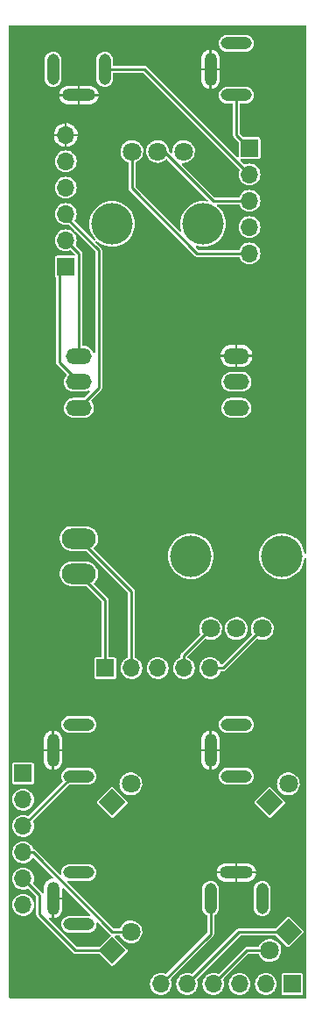
<source format=gbr>
%TF.GenerationSoftware,KiCad,Pcbnew,6.0.4-6f826c9f35~116~ubuntu21.10.1*%
%TF.CreationDate,2022-06-29T09:00:01+02:00*%
%TF.ProjectId,mHz_oscillator,6d487a5f-6f73-4636-996c-6c61746f722e,rev?*%
%TF.SameCoordinates,Original*%
%TF.FileFunction,Copper,L1,Top*%
%TF.FilePolarity,Positive*%
%FSLAX46Y46*%
G04 Gerber Fmt 4.6, Leading zero omitted, Abs format (unit mm)*
G04 Created by KiCad (PCBNEW 6.0.4-6f826c9f35~116~ubuntu21.10.1) date 2022-06-29 09:00:01*
%MOMM*%
%LPD*%
G01*
G04 APERTURE LIST*
G04 Aperture macros list*
%AMRotRect*
0 Rectangle, with rotation*
0 The origin of the aperture is its center*
0 $1 length*
0 $2 width*
0 $3 Rotation angle, in degrees counterclockwise*
0 Add horizontal line*
21,1,$1,$2,0,0,$3*%
G04 Aperture macros list end*
%TA.AperFunction,WasherPad*%
%ADD10C,4.000000*%
%TD*%
%TA.AperFunction,ComponentPad*%
%ADD11C,1.800000*%
%TD*%
%TA.AperFunction,ComponentPad*%
%ADD12RotRect,1.800000X1.800000X225.000000*%
%TD*%
%TA.AperFunction,ComponentPad*%
%ADD13RotRect,1.800000X1.800000X45.000000*%
%TD*%
%TA.AperFunction,ComponentPad*%
%ADD14O,3.000000X1.200000*%
%TD*%
%TA.AperFunction,ComponentPad*%
%ADD15O,1.200000X3.200000*%
%TD*%
%TA.AperFunction,ComponentPad*%
%ADD16O,3.300000X2.000000*%
%TD*%
%TA.AperFunction,ComponentPad*%
%ADD17O,1.200000X3.000000*%
%TD*%
%TA.AperFunction,ComponentPad*%
%ADD18O,3.200000X1.200000*%
%TD*%
%TA.AperFunction,ComponentPad*%
%ADD19O,2.500000X1.500000*%
%TD*%
%TA.AperFunction,ComponentPad*%
%ADD20R,1.700000X1.700000*%
%TD*%
%TA.AperFunction,ComponentPad*%
%ADD21O,1.700000X1.700000*%
%TD*%
%TA.AperFunction,Conductor*%
%ADD22C,0.250000*%
%TD*%
G04 APERTURE END LIST*
D10*
%TO.P,RV7,*%
%TO.N,*%
X10115000Y65076700D03*
X1315000Y65076700D03*
D11*
%TO.P,RV7,1,1*%
%TO.N,/interface_pcb/Freq_CW*%
X3215000Y72076700D03*
%TO.P,RV7,2,2*%
%TO.N,/interface_pcb/Freq_Wiper*%
X5715000Y72076700D03*
%TO.P,RV7,3,3*%
%TO.N,/interface_pcb/Freq_CCW*%
X8215000Y72076700D03*
%TD*%
D12*
%TO.P,D11,1,K*%
%TO.N,/interface_pcb/Sine_LEDCathode*%
X18364061Y-3225938D03*
D11*
%TO.P,D11,2,A*%
%TO.N,/interface_pcb/Sine_LEDAnode*%
X16568010Y-5021989D03*
%TD*%
D13*
%TO.P,D8,1,K*%
%TO.N,/interface_pcb/Saw_LEDCathode*%
X1320939Y9258438D03*
D11*
%TO.P,D8,2,A*%
%TO.N,/interface_pcb/Saw_LEDAnode*%
X3116990Y11054489D03*
%TD*%
D14*
%TO.P,J14,R*%
%TO.N,unconnected-(J14-PadR)*%
X13335000Y16787500D03*
D15*
%TO.P,J14,S*%
%TO.N,/interface_pcb/0V*%
X10835000Y14287500D03*
D14*
%TO.P,J14,T*%
%TO.N,/interface_pcb/Triangle*%
X13335000Y11787500D03*
%TD*%
D13*
%TO.P,D9,1,K*%
%TO.N,/interface_pcb/Square_LEDCathode*%
X1320939Y-5029062D03*
D11*
%TO.P,D9,2,A*%
%TO.N,/interface_pcb/Square_LEDAnode*%
X3116990Y-3233011D03*
%TD*%
D14*
%TO.P,J17,R*%
%TO.N,unconnected-(J17-PadR)*%
X13335000Y82500000D03*
D15*
%TO.P,J17,S*%
%TO.N,/interface_pcb/0V*%
X10835000Y80000000D03*
D14*
%TO.P,J17,T*%
%TO.N,/interface_pcb/CV_in*%
X13335000Y77500000D03*
%TD*%
D16*
%TO.P,SW1,1,1*%
%TO.N,/interface_pcb/PushButton_2*%
X-1905000Y34720000D03*
%TO.P,SW1,2,2*%
%TO.N,/interface_pcb/PushButton_1*%
X-1905000Y31320000D03*
%TD*%
D10*
%TO.P,RV6,*%
%TO.N,*%
X8935000Y33030800D03*
X17735000Y33030800D03*
D11*
%TO.P,RV6,1,1*%
%TO.N,/interface_pcb/PWM_CW*%
X15835000Y26030800D03*
%TO.P,RV6,2,2*%
%TO.N,/interface_pcb/PWM_Wiper*%
X13335000Y26030800D03*
%TO.P,RV6,3,3*%
%TO.N,/interface_pcb/PWM_CCW*%
X10835000Y26030800D03*
%TD*%
D14*
%TO.P,J12,R*%
%TO.N,unconnected-(J12-PadR)*%
X-1905000Y16787500D03*
D15*
%TO.P,J12,S*%
%TO.N,/interface_pcb/0V*%
X-4405000Y14287500D03*
D14*
%TO.P,J12,T*%
%TO.N,/interface_pcb/Saw*%
X-1905000Y11787500D03*
%TD*%
D17*
%TO.P,J15,R*%
%TO.N,unconnected-(J15-PadR)*%
X15835000Y0D03*
D18*
%TO.P,J15,S*%
%TO.N,/interface_pcb/0V*%
X13335000Y2500000D03*
D17*
%TO.P,J15,T*%
%TO.N,/interface_pcb/Sine*%
X10835000Y0D03*
%TD*%
D13*
%TO.P,D10,1,K*%
%TO.N,/interface_pcb/Triangle_LEDCathode*%
X16560939Y9258438D03*
D11*
%TO.P,D10,2,A*%
%TO.N,/interface_pcb/Triangle_LEDAnode*%
X18356990Y11054489D03*
%TD*%
D17*
%TO.P,J16,R*%
%TO.N,unconnected-(J16-PadR)*%
X-4405000Y80000000D03*
D18*
%TO.P,J16,S*%
%TO.N,/interface_pcb/0V*%
X-1905000Y77500000D03*
D17*
%TO.P,J16,T*%
%TO.N,/interface_pcb/Trigger_input*%
X595000Y80000000D03*
%TD*%
D19*
%TO.P,SW2,1,A*%
%TO.N,/interface_pcb/Freq_Low*%
X-1905000Y47347500D03*
%TO.P,SW2,2,B*%
%TO.N,/interface_pcb/Freq_Switch_Output*%
X-1905000Y49847500D03*
%TO.P,SW2,3,C*%
%TO.N,/interface_pcb/Freq_High*%
X-1905000Y52347500D03*
%TD*%
D14*
%TO.P,J13,R*%
%TO.N,unconnected-(J13-PadR)*%
X-1905000Y2500000D03*
D15*
%TO.P,J13,S*%
%TO.N,/interface_pcb/0V*%
X-4405000Y0D03*
D14*
%TO.P,J13,T*%
%TO.N,/interface_pcb/Square*%
X-1905000Y-2500000D03*
%TD*%
D19*
%TO.P,SW3,1,A*%
%TO.N,/interface_pcb/0V*%
X13335000Y52347500D03*
%TO.P,SW3,2,B*%
%TO.N,/interface_pcb/SMTS_Output*%
X13335000Y49847500D03*
%TO.P,SW3,3,C*%
%TO.N,/interface_pcb/SMTS_OneShot*%
X13335000Y47347500D03*
%TD*%
D20*
%TO.P,J7,1,Pin_1*%
%TO.N,/interface_pcb/PushButton_1*%
X640000Y22225000D03*
D21*
%TO.P,J7,2,Pin_2*%
%TO.N,/interface_pcb/PushButton_2*%
X3180000Y22225000D03*
%TO.P,J7,3,Pin_3*%
%TO.N,/interface_pcb/PWM_Wiper*%
X5720000Y22225000D03*
%TO.P,J7,4,Pin_4*%
%TO.N,/interface_pcb/PWM_CCW*%
X8260000Y22225000D03*
%TO.P,J7,5,Pin_5*%
%TO.N,/interface_pcb/PWM_CW*%
X10800000Y22225000D03*
%TD*%
D20*
%TO.P,J5,1,Pin_1*%
%TO.N,/interface_pcb/Freq_Switch_Output*%
X-3175000Y60960000D03*
D21*
%TO.P,J5,2,Pin_2*%
%TO.N,/interface_pcb/Freq_High*%
X-3175000Y63500000D03*
%TO.P,J5,3,Pin_3*%
%TO.N,/interface_pcb/Freq_Low*%
X-3175000Y66040000D03*
%TO.P,J5,4,Pin_4*%
%TO.N,/interface_pcb/SMTS_OneShot*%
X-3175000Y68580000D03*
%TO.P,J5,5,Pin_5*%
%TO.N,/interface_pcb/SMTS_Output*%
X-3175000Y71120000D03*
%TO.P,J5,6,Pin_6*%
%TO.N,/interface_pcb/0V*%
X-3175000Y73660000D03*
%TD*%
D20*
%TO.P,J1,1,Pin_1*%
%TO.N,/interface_pcb/Triangle_LEDAnode*%
X18732500Y-8255000D03*
D21*
%TO.P,J1,2,Pin_2*%
%TO.N,/interface_pcb/Triangle_LEDCathode*%
X16192500Y-8255000D03*
%TO.P,J1,3,Pin_3*%
%TO.N,/interface_pcb/Triangle*%
X13652500Y-8255000D03*
%TO.P,J1,4,Pin_4*%
%TO.N,/interface_pcb/Sine_LEDAnode*%
X11112500Y-8255000D03*
%TO.P,J1,5,Pin_5*%
%TO.N,/interface_pcb/Sine_LEDCathode*%
X8572500Y-8255000D03*
%TO.P,J1,6,Pin_6*%
%TO.N,/interface_pcb/Sine*%
X6032500Y-8255000D03*
%TD*%
D20*
%TO.P,J3,1,Pin_1*%
%TO.N,/interface_pcb/Saw_LEDAnode*%
X-7302500Y12065000D03*
D21*
%TO.P,J3,2,Pin_2*%
%TO.N,/interface_pcb/Saw_LEDCathode*%
X-7302500Y9525000D03*
%TO.P,J3,3,Pin_3*%
%TO.N,/interface_pcb/Saw*%
X-7302500Y6985000D03*
%TO.P,J3,4,Pin_4*%
%TO.N,/interface_pcb/Square_LEDAnode*%
X-7302500Y4445000D03*
%TO.P,J3,5,Pin_5*%
%TO.N,/interface_pcb/Square_LEDCathode*%
X-7302500Y1905000D03*
%TO.P,J3,6,Pin_6*%
%TO.N,/interface_pcb/Square*%
X-7302500Y-635000D03*
%TD*%
D20*
%TO.P,J9,1,Pin_1*%
%TO.N,/interface_pcb/CV_in*%
X14605000Y72390000D03*
D21*
%TO.P,J9,2,Pin_2*%
%TO.N,/interface_pcb/Trigger_input*%
X14605000Y69850000D03*
%TO.P,J9,3,Pin_3*%
%TO.N,/interface_pcb/Freq_Wiper*%
X14605000Y67310000D03*
%TO.P,J9,4,Pin_4*%
%TO.N,/interface_pcb/Freq_CCW*%
X14605000Y64770000D03*
%TO.P,J9,5,Pin_5*%
%TO.N,/interface_pcb/Freq_CW*%
X14605000Y62230000D03*
%TD*%
D22*
%TO.N,/interface_pcb/PushButton_1*%
X640000Y28775000D02*
X-1905000Y31320000D01*
X640000Y22225000D02*
X640000Y28775000D01*
%TO.N,/interface_pcb/PushButton_2*%
X3180000Y29635000D02*
X-1905000Y34720000D01*
X3180000Y22225000D02*
X3180000Y29635000D01*
%TO.N,/interface_pcb/Square_LEDCathode*%
X-2220426Y-5029062D02*
X-5715000Y-1534488D01*
X1320939Y-5029062D02*
X-2220426Y-5029062D01*
X-5715000Y-1534488D02*
X-5715000Y317500D01*
X-5715000Y317500D02*
X-7302500Y1905000D01*
%TO.N,/interface_pcb/Square_LEDAnode*%
X1328011Y-3233011D02*
X-6350000Y4445000D01*
X3116990Y-3233011D02*
X1328011Y-3233011D01*
X-6350000Y4445000D02*
X-7302500Y4445000D01*
%TO.N,/interface_pcb/Sine_LEDCathode*%
X13601562Y-3225938D02*
X18364061Y-3225938D01*
X8572500Y-8255000D02*
X13601562Y-3225938D01*
%TO.N,/interface_pcb/Sine_LEDAnode*%
X16568010Y-5021989D02*
X14345511Y-5021989D01*
X14345511Y-5021989D02*
X11112500Y-8255000D01*
%TO.N,/interface_pcb/Saw*%
X-1905000Y11787500D02*
X-2500000Y11787500D01*
X-2500000Y11787500D02*
X-7302500Y6985000D01*
%TO.N,/interface_pcb/Sine*%
X10835000Y0D02*
X10835000Y-3452500D01*
X10835000Y-3452500D02*
X6032500Y-8255000D01*
%TO.N,/interface_pcb/Freq_Switch_Output*%
X-3175000Y60960000D02*
X-3810000Y60325000D01*
X-3810000Y51752500D02*
X-1905000Y49847500D01*
X-3810000Y60325000D02*
X-3810000Y51752500D01*
%TO.N,/interface_pcb/Freq_High*%
X-1905000Y52347500D02*
X-1905000Y62230000D01*
X-1905000Y62230000D02*
X-3175000Y63500000D01*
%TO.N,/interface_pcb/Freq_Low*%
X-3175000Y66040000D02*
X-3175000Y65722500D01*
X0Y62547500D02*
X0Y49252500D01*
X-3175000Y65722500D02*
X0Y62547500D01*
X0Y49252500D02*
X-1905000Y47347500D01*
%TO.N,/interface_pcb/PWM_CCW*%
X8260000Y22225000D02*
X8260000Y23455800D01*
X8260000Y23455800D02*
X10835000Y26030800D01*
%TO.N,/interface_pcb/PWM_CW*%
X12029200Y22225000D02*
X15835000Y26030800D01*
X10800000Y22225000D02*
X12029200Y22225000D01*
%TO.N,/interface_pcb/CV_in*%
X13335000Y77500000D02*
X13335000Y73660000D01*
X13335000Y73660000D02*
X14605000Y72390000D01*
%TO.N,/interface_pcb/Trigger_input*%
X14605000Y69850000D02*
X4455000Y80000000D01*
X4455000Y80000000D02*
X595000Y80000000D01*
%TO.N,/interface_pcb/Freq_Wiper*%
X6345800Y72076700D02*
X11112500Y67310000D01*
X5715000Y72076700D02*
X6345800Y72076700D01*
X11112500Y67310000D02*
X14605000Y67310000D01*
%TO.N,/interface_pcb/Freq_CW*%
X3215000Y72076700D02*
X3215000Y68540000D01*
X9525000Y62230000D02*
X14605000Y62230000D01*
X3215000Y68540000D02*
X9525000Y62230000D01*
%TD*%
%TA.AperFunction,Conductor*%
%TO.N,/interface_pcb/0V*%
G36*
X20078691Y84235593D02*
G01*
X20114655Y84186093D01*
X20119500Y84155500D01*
X20119500Y33319682D01*
X20100593Y33261491D01*
X20051093Y33225527D01*
X19989907Y33225527D01*
X19940407Y33261491D01*
X19922075Y33312205D01*
X19921991Y33312194D01*
X19921941Y33312575D01*
X19921712Y33313208D01*
X19921568Y33315410D01*
X19921567Y33315415D01*
X19921356Y33318639D01*
X19865081Y33601553D01*
X19772359Y33874702D01*
X19644778Y34133411D01*
X19484520Y34373254D01*
X19294327Y34590127D01*
X19077454Y34780320D01*
X19026160Y34814594D01*
X18840315Y34938771D01*
X18837611Y34940578D01*
X18578902Y35068159D01*
X18305753Y35160881D01*
X18022839Y35217156D01*
X18019617Y35217367D01*
X18019611Y35217368D01*
X17738234Y35235810D01*
X17735000Y35236022D01*
X17731766Y35235810D01*
X17450389Y35217368D01*
X17450383Y35217367D01*
X17447161Y35217156D01*
X17164247Y35160881D01*
X16891098Y35068159D01*
X16632389Y34940578D01*
X16629685Y34938771D01*
X16443841Y34814594D01*
X16392546Y34780320D01*
X16175673Y34590127D01*
X15985480Y34373254D01*
X15825222Y34133411D01*
X15697641Y33874702D01*
X15604919Y33601553D01*
X15548644Y33318639D01*
X15548433Y33315417D01*
X15548432Y33315411D01*
X15544898Y33261491D01*
X15529778Y33030800D01*
X15529990Y33027566D01*
X15548223Y32749390D01*
X15548644Y32742961D01*
X15604919Y32460047D01*
X15697641Y32186898D01*
X15825222Y31928189D01*
X15985480Y31688346D01*
X16175673Y31471473D01*
X16392546Y31281280D01*
X16632389Y31121022D01*
X16891098Y30993441D01*
X17164247Y30900719D01*
X17447161Y30844444D01*
X17450383Y30844233D01*
X17450389Y30844232D01*
X17731766Y30825790D01*
X17735000Y30825578D01*
X17738234Y30825790D01*
X18019611Y30844232D01*
X18019617Y30844233D01*
X18022839Y30844444D01*
X18305753Y30900719D01*
X18578902Y30993441D01*
X18837611Y31121022D01*
X19077454Y31281280D01*
X19294327Y31471473D01*
X19484520Y31688346D01*
X19644778Y31928189D01*
X19772359Y32186898D01*
X19865081Y32460047D01*
X19921356Y32742961D01*
X19921712Y32748392D01*
X19921929Y32748936D01*
X19921991Y32749406D01*
X19922110Y32749390D01*
X19944384Y32805222D01*
X19996130Y32837872D01*
X20057185Y32833870D01*
X20104227Y32794746D01*
X20119500Y32741918D01*
X20119500Y-9543000D01*
X20100593Y-9601191D01*
X20051093Y-9637155D01*
X20020500Y-9642000D01*
X-8590500Y-9642000D01*
X-8648691Y-9623093D01*
X-8684655Y-9573593D01*
X-8689500Y-9543000D01*
X-8689500Y-8240262D01*
X4977020Y-8240262D01*
X4994259Y-8445553D01*
X5051044Y-8643586D01*
X5145212Y-8826818D01*
X5273177Y-8988270D01*
X5276857Y-8991402D01*
X5276859Y-8991404D01*
X5389517Y-9087283D01*
X5430064Y-9121791D01*
X5434287Y-9124151D01*
X5434291Y-9124154D01*
X5473842Y-9146258D01*
X5609898Y-9222297D01*
X5614496Y-9223791D01*
X5801224Y-9284463D01*
X5801226Y-9284464D01*
X5805829Y-9285959D01*
X6010394Y-9310351D01*
X6015216Y-9309980D01*
X6015219Y-9309980D01*
X6085759Y-9304552D01*
X6215800Y-9294546D01*
X6414225Y-9239145D01*
X6418538Y-9236966D01*
X6418544Y-9236964D01*
X6593789Y-9148441D01*
X6593791Y-9148440D01*
X6598110Y-9146258D01*
X6633443Y-9118653D01*
X6756635Y-9022406D01*
X6756639Y-9022402D01*
X6760451Y-9019424D01*
X6895064Y-8863472D01*
X6913731Y-8830613D01*
X6994434Y-8688550D01*
X6994435Y-8688547D01*
X6996823Y-8684344D01*
X7010382Y-8643586D01*
X7060324Y-8493454D01*
X7060324Y-8493452D01*
X7061851Y-8488863D01*
X7087671Y-8284474D01*
X7088083Y-8255000D01*
X7086638Y-8240262D01*
X7517020Y-8240262D01*
X7534259Y-8445553D01*
X7591044Y-8643586D01*
X7685212Y-8826818D01*
X7813177Y-8988270D01*
X7816857Y-8991402D01*
X7816859Y-8991404D01*
X7929517Y-9087283D01*
X7970064Y-9121791D01*
X7974287Y-9124151D01*
X7974291Y-9124154D01*
X8013842Y-9146258D01*
X8149898Y-9222297D01*
X8154496Y-9223791D01*
X8341224Y-9284463D01*
X8341226Y-9284464D01*
X8345829Y-9285959D01*
X8550394Y-9310351D01*
X8555216Y-9309980D01*
X8555219Y-9309980D01*
X8625759Y-9304552D01*
X8755800Y-9294546D01*
X8954225Y-9239145D01*
X8958538Y-9236966D01*
X8958544Y-9236964D01*
X9133789Y-9148441D01*
X9133791Y-9148440D01*
X9138110Y-9146258D01*
X9173443Y-9118653D01*
X9296635Y-9022406D01*
X9296639Y-9022402D01*
X9300451Y-9019424D01*
X9435064Y-8863472D01*
X9453731Y-8830613D01*
X9534434Y-8688550D01*
X9534435Y-8688547D01*
X9536823Y-8684344D01*
X9550382Y-8643586D01*
X9600324Y-8493454D01*
X9600324Y-8493452D01*
X9601851Y-8488863D01*
X9627671Y-8284474D01*
X9628083Y-8255000D01*
X9626638Y-8240262D01*
X10057020Y-8240262D01*
X10074259Y-8445553D01*
X10131044Y-8643586D01*
X10225212Y-8826818D01*
X10353177Y-8988270D01*
X10356857Y-8991402D01*
X10356859Y-8991404D01*
X10469517Y-9087283D01*
X10510064Y-9121791D01*
X10514287Y-9124151D01*
X10514291Y-9124154D01*
X10553842Y-9146258D01*
X10689898Y-9222297D01*
X10694496Y-9223791D01*
X10881224Y-9284463D01*
X10881226Y-9284464D01*
X10885829Y-9285959D01*
X11090394Y-9310351D01*
X11095216Y-9309980D01*
X11095219Y-9309980D01*
X11165759Y-9304552D01*
X11295800Y-9294546D01*
X11494225Y-9239145D01*
X11498538Y-9236966D01*
X11498544Y-9236964D01*
X11673789Y-9148441D01*
X11673791Y-9148440D01*
X11678110Y-9146258D01*
X11713443Y-9118653D01*
X11836635Y-9022406D01*
X11836639Y-9022402D01*
X11840451Y-9019424D01*
X11975064Y-8863472D01*
X11993731Y-8830613D01*
X12074434Y-8688550D01*
X12074435Y-8688547D01*
X12076823Y-8684344D01*
X12090382Y-8643586D01*
X12140324Y-8493454D01*
X12140324Y-8493452D01*
X12141851Y-8488863D01*
X12167671Y-8284474D01*
X12168083Y-8255000D01*
X12166638Y-8240262D01*
X12597020Y-8240262D01*
X12614259Y-8445553D01*
X12671044Y-8643586D01*
X12765212Y-8826818D01*
X12893177Y-8988270D01*
X12896857Y-8991402D01*
X12896859Y-8991404D01*
X13009517Y-9087283D01*
X13050064Y-9121791D01*
X13054287Y-9124151D01*
X13054291Y-9124154D01*
X13093842Y-9146258D01*
X13229898Y-9222297D01*
X13234496Y-9223791D01*
X13421224Y-9284463D01*
X13421226Y-9284464D01*
X13425829Y-9285959D01*
X13630394Y-9310351D01*
X13635216Y-9309980D01*
X13635219Y-9309980D01*
X13705759Y-9304552D01*
X13835800Y-9294546D01*
X14034225Y-9239145D01*
X14038538Y-9236966D01*
X14038544Y-9236964D01*
X14213789Y-9148441D01*
X14213791Y-9148440D01*
X14218110Y-9146258D01*
X14253443Y-9118653D01*
X14376635Y-9022406D01*
X14376639Y-9022402D01*
X14380451Y-9019424D01*
X14515064Y-8863472D01*
X14533731Y-8830613D01*
X14614434Y-8688550D01*
X14614435Y-8688547D01*
X14616823Y-8684344D01*
X14630382Y-8643586D01*
X14680324Y-8493454D01*
X14680324Y-8493452D01*
X14681851Y-8488863D01*
X14707671Y-8284474D01*
X14708083Y-8255000D01*
X14706638Y-8240262D01*
X15137020Y-8240262D01*
X15154259Y-8445553D01*
X15211044Y-8643586D01*
X15305212Y-8826818D01*
X15433177Y-8988270D01*
X15436857Y-8991402D01*
X15436859Y-8991404D01*
X15549517Y-9087283D01*
X15590064Y-9121791D01*
X15594287Y-9124151D01*
X15594291Y-9124154D01*
X15633842Y-9146258D01*
X15769898Y-9222297D01*
X15774496Y-9223791D01*
X15961224Y-9284463D01*
X15961226Y-9284464D01*
X15965829Y-9285959D01*
X16170394Y-9310351D01*
X16175216Y-9309980D01*
X16175219Y-9309980D01*
X16245759Y-9304552D01*
X16375800Y-9294546D01*
X16574225Y-9239145D01*
X16578538Y-9236966D01*
X16578544Y-9236964D01*
X16753789Y-9148441D01*
X16753791Y-9148440D01*
X16758110Y-9146258D01*
X16785642Y-9124748D01*
X17682000Y-9124748D01*
X17693633Y-9183231D01*
X17737948Y-9249552D01*
X17804269Y-9293867D01*
X17813832Y-9295769D01*
X17813834Y-9295770D01*
X17836505Y-9300279D01*
X17862752Y-9305500D01*
X19602248Y-9305500D01*
X19628495Y-9300279D01*
X19651166Y-9295770D01*
X19651168Y-9295769D01*
X19660731Y-9293867D01*
X19727052Y-9249552D01*
X19771367Y-9183231D01*
X19783000Y-9124748D01*
X19783000Y-7385252D01*
X19771367Y-7326769D01*
X19727052Y-7260448D01*
X19660731Y-7216133D01*
X19651168Y-7214231D01*
X19651166Y-7214230D01*
X19628495Y-7209721D01*
X19602248Y-7204500D01*
X17862752Y-7204500D01*
X17836505Y-7209721D01*
X17813834Y-7214230D01*
X17813832Y-7214231D01*
X17804269Y-7216133D01*
X17737948Y-7260448D01*
X17693633Y-7326769D01*
X17682000Y-7385252D01*
X17682000Y-9124748D01*
X16785642Y-9124748D01*
X16793443Y-9118653D01*
X16916635Y-9022406D01*
X16916639Y-9022402D01*
X16920451Y-9019424D01*
X17055064Y-8863472D01*
X17073731Y-8830613D01*
X17154434Y-8688550D01*
X17154435Y-8688547D01*
X17156823Y-8684344D01*
X17170382Y-8643586D01*
X17220324Y-8493454D01*
X17220324Y-8493452D01*
X17221851Y-8488863D01*
X17247671Y-8284474D01*
X17248083Y-8255000D01*
X17227980Y-8049970D01*
X17168435Y-7852749D01*
X17071718Y-7670849D01*
X16941511Y-7511200D01*
X16795139Y-7390110D01*
X16786502Y-7382965D01*
X16786500Y-7382964D01*
X16782775Y-7379882D01*
X16601555Y-7281897D01*
X16532264Y-7260448D01*
X16409375Y-7222407D01*
X16409371Y-7222406D01*
X16404754Y-7220977D01*
X16399946Y-7220472D01*
X16399943Y-7220471D01*
X16204685Y-7199949D01*
X16204683Y-7199949D01*
X16199869Y-7199443D01*
X16144300Y-7204500D01*
X15999522Y-7217675D01*
X15999517Y-7217676D01*
X15994703Y-7218114D01*
X15797072Y-7276280D01*
X15792788Y-7278519D01*
X15792787Y-7278520D01*
X15781928Y-7284197D01*
X15614502Y-7371726D01*
X15610731Y-7374758D01*
X15457720Y-7497781D01*
X15457717Y-7497783D01*
X15453947Y-7500815D01*
X15450833Y-7504526D01*
X15450832Y-7504527D01*
X15442085Y-7514952D01*
X15321524Y-7658630D01*
X15319189Y-7662878D01*
X15319188Y-7662879D01*
X15312455Y-7675126D01*
X15222276Y-7839162D01*
X15220813Y-7843775D01*
X15220811Y-7843779D01*
X15217966Y-7852749D01*
X15159984Y-8035532D01*
X15159444Y-8040344D01*
X15159444Y-8040345D01*
X15158365Y-8049970D01*
X15137020Y-8240262D01*
X14706638Y-8240262D01*
X14687980Y-8049970D01*
X14628435Y-7852749D01*
X14531718Y-7670849D01*
X14401511Y-7511200D01*
X14255139Y-7390110D01*
X14246502Y-7382965D01*
X14246500Y-7382964D01*
X14242775Y-7379882D01*
X14061555Y-7281897D01*
X13992264Y-7260448D01*
X13869375Y-7222407D01*
X13869371Y-7222406D01*
X13864754Y-7220977D01*
X13859946Y-7220472D01*
X13859943Y-7220471D01*
X13664685Y-7199949D01*
X13664683Y-7199949D01*
X13659869Y-7199443D01*
X13604300Y-7204500D01*
X13459522Y-7217675D01*
X13459517Y-7217676D01*
X13454703Y-7218114D01*
X13257072Y-7276280D01*
X13252788Y-7278519D01*
X13252787Y-7278520D01*
X13241928Y-7284197D01*
X13074502Y-7371726D01*
X13070731Y-7374758D01*
X12917720Y-7497781D01*
X12917717Y-7497783D01*
X12913947Y-7500815D01*
X12910833Y-7504526D01*
X12910832Y-7504527D01*
X12902085Y-7514952D01*
X12781524Y-7658630D01*
X12779189Y-7662878D01*
X12779188Y-7662879D01*
X12772455Y-7675126D01*
X12682276Y-7839162D01*
X12680813Y-7843775D01*
X12680811Y-7843779D01*
X12677966Y-7852749D01*
X12619984Y-8035532D01*
X12619444Y-8040344D01*
X12619444Y-8040345D01*
X12618365Y-8049970D01*
X12597020Y-8240262D01*
X12166638Y-8240262D01*
X12147980Y-8049970D01*
X12088435Y-7852749D01*
X12083477Y-7843423D01*
X12072851Y-7783170D01*
X12100884Y-7726942D01*
X14451341Y-5376485D01*
X14505858Y-5348708D01*
X14521345Y-5347489D01*
X15442793Y-5347489D01*
X15500984Y-5366396D01*
X15532699Y-5405041D01*
X15610866Y-5574596D01*
X15727598Y-5739769D01*
X15872476Y-5880902D01*
X16040647Y-5993271D01*
X16226480Y-6073111D01*
X16423750Y-6117749D01*
X16625852Y-6125689D01*
X16679387Y-6117927D01*
X16821529Y-6097318D01*
X16821532Y-6097317D01*
X16826017Y-6096667D01*
X16921779Y-6064160D01*
X17013244Y-6033112D01*
X17013247Y-6033110D01*
X17017541Y-6031653D01*
X17194011Y-5932826D01*
X17349515Y-5803494D01*
X17478847Y-5647990D01*
X17577674Y-5471520D01*
X17642688Y-5279996D01*
X17671710Y-5079831D01*
X17673225Y-5021989D01*
X17666687Y-4950831D01*
X17655133Y-4825098D01*
X17654718Y-4820580D01*
X17599817Y-4625915D01*
X17510361Y-4444516D01*
X17389345Y-4282456D01*
X17240822Y-4145163D01*
X17218135Y-4130848D01*
X17073604Y-4039656D01*
X17069767Y-4037235D01*
X16881908Y-3962287D01*
X16683536Y-3922828D01*
X16583940Y-3921524D01*
X16485836Y-3920240D01*
X16485831Y-3920240D01*
X16481296Y-3920181D01*
X16476823Y-3920950D01*
X16476818Y-3920950D01*
X16378255Y-3937887D01*
X16281959Y-3954433D01*
X16092203Y-4024438D01*
X15918381Y-4127851D01*
X15914966Y-4130846D01*
X15914963Y-4130848D01*
X15895129Y-4148242D01*
X15766315Y-4261209D01*
X15763507Y-4264771D01*
X15712914Y-4328949D01*
X15641099Y-4420046D01*
X15546924Y-4599042D01*
X15539845Y-4621841D01*
X15538290Y-4626848D01*
X15502976Y-4676814D01*
X15443743Y-4696489D01*
X14364045Y-4696489D01*
X14355416Y-4696112D01*
X14325333Y-4693480D01*
X14316704Y-4692725D01*
X14308337Y-4694967D01*
X14279162Y-4702785D01*
X14270727Y-4704655D01*
X14240994Y-4709897D01*
X14240992Y-4709898D01*
X14232466Y-4711401D01*
X14224967Y-4715731D01*
X14219482Y-4717727D01*
X14214195Y-4720193D01*
X14205827Y-4722435D01*
X14176455Y-4743002D01*
X14174000Y-4744721D01*
X14166719Y-4749360D01*
X14133056Y-4768795D01*
X14127489Y-4775430D01*
X14108080Y-4798560D01*
X14102246Y-4804928D01*
X11641056Y-7266118D01*
X11586539Y-7293895D01*
X11530980Y-7284404D01*
X11530277Y-7286076D01*
X11525815Y-7284200D01*
X11521555Y-7281897D01*
X11510646Y-7278520D01*
X11329375Y-7222407D01*
X11329371Y-7222406D01*
X11324754Y-7220977D01*
X11319946Y-7220472D01*
X11319943Y-7220471D01*
X11124685Y-7199949D01*
X11124683Y-7199949D01*
X11119869Y-7199443D01*
X11064300Y-7204500D01*
X10919522Y-7217675D01*
X10919517Y-7217676D01*
X10914703Y-7218114D01*
X10717072Y-7276280D01*
X10712788Y-7278519D01*
X10712787Y-7278520D01*
X10701928Y-7284197D01*
X10534502Y-7371726D01*
X10530731Y-7374758D01*
X10377720Y-7497781D01*
X10377717Y-7497783D01*
X10373947Y-7500815D01*
X10370833Y-7504526D01*
X10370832Y-7504527D01*
X10362085Y-7514952D01*
X10241524Y-7658630D01*
X10239189Y-7662878D01*
X10239188Y-7662879D01*
X10232455Y-7675126D01*
X10142276Y-7839162D01*
X10140813Y-7843775D01*
X10140811Y-7843779D01*
X10137966Y-7852749D01*
X10079984Y-8035532D01*
X10079444Y-8040344D01*
X10079444Y-8040345D01*
X10078365Y-8049970D01*
X10057020Y-8240262D01*
X9626638Y-8240262D01*
X9607980Y-8049970D01*
X9548435Y-7852749D01*
X9543477Y-7843423D01*
X9532851Y-7783170D01*
X9560884Y-7726942D01*
X13707392Y-3580434D01*
X13761909Y-3552657D01*
X13777396Y-3551438D01*
X17092211Y-3551438D01*
X17150402Y-3570345D01*
X17162215Y-3580434D01*
X18236250Y-4654469D01*
X18285830Y-4687597D01*
X18364061Y-4703158D01*
X18373623Y-4701256D01*
X18432730Y-4689499D01*
X18442292Y-4687597D01*
X18491872Y-4654469D01*
X19792592Y-3353749D01*
X19825720Y-3304169D01*
X19841281Y-3225938D01*
X19825720Y-3147707D01*
X19792592Y-3098127D01*
X18491872Y-1797407D01*
X18442292Y-1764279D01*
X18364061Y-1748718D01*
X18285830Y-1764279D01*
X18236250Y-1797407D01*
X17162215Y-2871442D01*
X17107698Y-2899219D01*
X17092211Y-2900438D01*
X13620096Y-2900438D01*
X13611467Y-2900061D01*
X13581384Y-2897429D01*
X13572755Y-2896674D01*
X13564388Y-2898916D01*
X13535213Y-2906734D01*
X13526778Y-2908604D01*
X13497045Y-2913846D01*
X13497043Y-2913847D01*
X13488517Y-2915350D01*
X13481018Y-2919680D01*
X13475533Y-2921676D01*
X13470246Y-2924142D01*
X13461878Y-2926384D01*
X13432506Y-2946951D01*
X13430051Y-2948670D01*
X13422770Y-2953309D01*
X13389107Y-2972744D01*
X13366316Y-2999905D01*
X13364131Y-3002509D01*
X13358297Y-3008877D01*
X9101056Y-7266118D01*
X9046539Y-7293895D01*
X8990980Y-7284404D01*
X8990277Y-7286076D01*
X8985815Y-7284200D01*
X8981555Y-7281897D01*
X8970646Y-7278520D01*
X8789375Y-7222407D01*
X8789371Y-7222406D01*
X8784754Y-7220977D01*
X8779946Y-7220472D01*
X8779943Y-7220471D01*
X8584685Y-7199949D01*
X8584683Y-7199949D01*
X8579869Y-7199443D01*
X8524300Y-7204500D01*
X8379522Y-7217675D01*
X8379517Y-7217676D01*
X8374703Y-7218114D01*
X8177072Y-7276280D01*
X8172788Y-7278519D01*
X8172787Y-7278520D01*
X8161928Y-7284197D01*
X7994502Y-7371726D01*
X7990731Y-7374758D01*
X7837720Y-7497781D01*
X7837717Y-7497783D01*
X7833947Y-7500815D01*
X7830833Y-7504526D01*
X7830832Y-7504527D01*
X7822085Y-7514952D01*
X7701524Y-7658630D01*
X7699189Y-7662878D01*
X7699188Y-7662879D01*
X7692455Y-7675126D01*
X7602276Y-7839162D01*
X7600813Y-7843775D01*
X7600811Y-7843779D01*
X7597966Y-7852749D01*
X7539984Y-8035532D01*
X7539444Y-8040344D01*
X7539444Y-8040345D01*
X7538365Y-8049970D01*
X7517020Y-8240262D01*
X7086638Y-8240262D01*
X7067980Y-8049970D01*
X7008435Y-7852749D01*
X7003477Y-7843423D01*
X6992851Y-7783170D01*
X7020884Y-7726942D01*
X11052057Y-3695769D01*
X11058425Y-3689934D01*
X11062514Y-3686503D01*
X11088194Y-3664955D01*
X11107629Y-3631292D01*
X11112268Y-3624011D01*
X11127723Y-3601939D01*
X11134554Y-3592184D01*
X11136796Y-3583816D01*
X11139262Y-3578529D01*
X11141258Y-3573044D01*
X11145588Y-3565545D01*
X11147861Y-3552657D01*
X11152334Y-3527284D01*
X11154204Y-3518849D01*
X11162022Y-3489674D01*
X11164264Y-3481307D01*
X11160877Y-3442591D01*
X11160500Y-3433963D01*
X11160500Y-1694988D01*
X11179407Y-1636797D01*
X11207625Y-1610667D01*
X11216816Y-1605013D01*
X11330955Y-1534794D01*
X11337443Y-1528441D01*
X11455315Y-1413012D01*
X11459268Y-1409141D01*
X11556554Y-1258183D01*
X11617978Y-1089422D01*
X11635500Y-950717D01*
X11635500Y-945155D01*
X15034500Y-945155D01*
X15049454Y-1078472D01*
X15051276Y-1083704D01*
X15094149Y-1206818D01*
X15108515Y-1248073D01*
X15117738Y-1262833D01*
X15186311Y-1372572D01*
X15203684Y-1400375D01*
X15212389Y-1409141D01*
X15325731Y-1523276D01*
X15330230Y-1527807D01*
X15334904Y-1530773D01*
X15334905Y-1530774D01*
X15470719Y-1616964D01*
X15481864Y-1624037D01*
X15651049Y-1684281D01*
X15656536Y-1684935D01*
X15656539Y-1684936D01*
X15823880Y-1704890D01*
X15823883Y-1704890D01*
X15829376Y-1705545D01*
X16007983Y-1686773D01*
X16013223Y-1684989D01*
X16013224Y-1684989D01*
X16172751Y-1630682D01*
X16172755Y-1630680D01*
X16177993Y-1628897D01*
X16182703Y-1625999D01*
X16182708Y-1625997D01*
X16326246Y-1537691D01*
X16330955Y-1534794D01*
X16337443Y-1528441D01*
X16455315Y-1413012D01*
X16459268Y-1409141D01*
X16556554Y-1258183D01*
X16617978Y-1089422D01*
X16635500Y-950717D01*
X16635500Y945155D01*
X16620546Y1078472D01*
X16561485Y1248073D01*
X16489583Y1363140D01*
X16469247Y1395685D01*
X16469245Y1395687D01*
X16466316Y1400375D01*
X16339770Y1527807D01*
X16334855Y1530926D01*
X16192810Y1621071D01*
X16192809Y1621072D01*
X16188136Y1624037D01*
X16018951Y1684281D01*
X16013464Y1684935D01*
X16013461Y1684936D01*
X15846120Y1704890D01*
X15846117Y1704890D01*
X15840624Y1705545D01*
X15662017Y1686773D01*
X15656777Y1684989D01*
X15656776Y1684989D01*
X15497249Y1630682D01*
X15497245Y1630680D01*
X15492007Y1628897D01*
X15487297Y1625999D01*
X15487292Y1625997D01*
X15343907Y1537785D01*
X15339045Y1534794D01*
X15335096Y1530926D01*
X15335095Y1530926D01*
X15320276Y1516414D01*
X15210732Y1409141D01*
X15113446Y1258183D01*
X15052022Y1089422D01*
X15034500Y950717D01*
X15034500Y-945155D01*
X11635500Y-945155D01*
X11635500Y945155D01*
X11620546Y1078472D01*
X11561485Y1248073D01*
X11489583Y1363140D01*
X11469247Y1395685D01*
X11469245Y1395687D01*
X11466316Y1400375D01*
X11339770Y1527807D01*
X11334855Y1530926D01*
X11192810Y1621071D01*
X11192809Y1621072D01*
X11188136Y1624037D01*
X11018951Y1684281D01*
X11013464Y1684935D01*
X11013461Y1684936D01*
X10846120Y1704890D01*
X10846117Y1704890D01*
X10840624Y1705545D01*
X10662017Y1686773D01*
X10656777Y1684989D01*
X10656776Y1684989D01*
X10497249Y1630682D01*
X10497245Y1630680D01*
X10492007Y1628897D01*
X10487297Y1625999D01*
X10487292Y1625997D01*
X10343907Y1537785D01*
X10339045Y1534794D01*
X10335096Y1530926D01*
X10335095Y1530926D01*
X10320276Y1516414D01*
X10210732Y1409141D01*
X10113446Y1258183D01*
X10052022Y1089422D01*
X10034500Y950717D01*
X10034500Y-945155D01*
X10049454Y-1078472D01*
X10051276Y-1083704D01*
X10094149Y-1206818D01*
X10108515Y-1248073D01*
X10117738Y-1262833D01*
X10186311Y-1372572D01*
X10203684Y-1400375D01*
X10212389Y-1409141D01*
X10325731Y-1523276D01*
X10330230Y-1527807D01*
X10334904Y-1530773D01*
X10334905Y-1530774D01*
X10463547Y-1612413D01*
X10502548Y-1659557D01*
X10509500Y-1696001D01*
X10509500Y-3276666D01*
X10490593Y-3334857D01*
X10480504Y-3346670D01*
X6561056Y-7266118D01*
X6506539Y-7293895D01*
X6450980Y-7284404D01*
X6450277Y-7286076D01*
X6445815Y-7284200D01*
X6441555Y-7281897D01*
X6430646Y-7278520D01*
X6249375Y-7222407D01*
X6249371Y-7222406D01*
X6244754Y-7220977D01*
X6239946Y-7220472D01*
X6239943Y-7220471D01*
X6044685Y-7199949D01*
X6044683Y-7199949D01*
X6039869Y-7199443D01*
X5984300Y-7204500D01*
X5839522Y-7217675D01*
X5839517Y-7217676D01*
X5834703Y-7218114D01*
X5637072Y-7276280D01*
X5632788Y-7278519D01*
X5632787Y-7278520D01*
X5621928Y-7284197D01*
X5454502Y-7371726D01*
X5450731Y-7374758D01*
X5297720Y-7497781D01*
X5297717Y-7497783D01*
X5293947Y-7500815D01*
X5290833Y-7504526D01*
X5290832Y-7504527D01*
X5282085Y-7514952D01*
X5161524Y-7658630D01*
X5159189Y-7662878D01*
X5159188Y-7662879D01*
X5152455Y-7675126D01*
X5062276Y-7839162D01*
X5060813Y-7843775D01*
X5060811Y-7843779D01*
X5057966Y-7852749D01*
X4999984Y-8035532D01*
X4999444Y-8040344D01*
X4999444Y-8040345D01*
X4998365Y-8049970D01*
X4977020Y-8240262D01*
X-8689500Y-8240262D01*
X-8689500Y-620262D01*
X-8357980Y-620262D01*
X-8340741Y-825553D01*
X-8339408Y-830201D01*
X-8339408Y-830202D01*
X-8305655Y-947911D01*
X-8283956Y-1023586D01*
X-8189788Y-1206818D01*
X-8061823Y-1368270D01*
X-8058143Y-1371402D01*
X-8058141Y-1371404D01*
X-8019488Y-1404300D01*
X-7904936Y-1501791D01*
X-7900713Y-1504151D01*
X-7900709Y-1504154D01*
X-7794888Y-1563295D01*
X-7725102Y-1602297D01*
X-7720504Y-1603791D01*
X-7533776Y-1664463D01*
X-7533774Y-1664464D01*
X-7529171Y-1665959D01*
X-7324606Y-1690351D01*
X-7319784Y-1689980D01*
X-7319781Y-1689980D01*
X-7245719Y-1684281D01*
X-7119200Y-1674546D01*
X-6920775Y-1619145D01*
X-6916462Y-1616966D01*
X-6916456Y-1616964D01*
X-6741211Y-1528441D01*
X-6741209Y-1528440D01*
X-6736890Y-1526258D01*
X-6701557Y-1498653D01*
X-6578365Y-1402406D01*
X-6578361Y-1402402D01*
X-6574549Y-1399424D01*
X-6571321Y-1395685D01*
X-6456648Y-1262833D01*
X-6439936Y-1243472D01*
X-6421269Y-1210613D01*
X-6340566Y-1068550D01*
X-6340565Y-1068547D01*
X-6338177Y-1064344D01*
X-6333314Y-1049728D01*
X-6274676Y-873454D01*
X-6274676Y-873452D01*
X-6273149Y-868863D01*
X-6247329Y-664474D01*
X-6246917Y-635000D01*
X-6267020Y-429970D01*
X-6326565Y-232749D01*
X-6423282Y-50849D01*
X-6553489Y108800D01*
X-6593217Y141666D01*
X-6708498Y237035D01*
X-6708500Y237036D01*
X-6712225Y240118D01*
X-6893445Y338103D01*
X-6956645Y357667D01*
X-7085625Y397593D01*
X-7085629Y397594D01*
X-7090246Y399023D01*
X-7095054Y399528D01*
X-7095057Y399529D01*
X-7290315Y420051D01*
X-7290317Y420051D01*
X-7295131Y420557D01*
X-7355146Y415095D01*
X-7495478Y402325D01*
X-7495483Y402324D01*
X-7500297Y401886D01*
X-7697928Y343720D01*
X-7702212Y341481D01*
X-7702213Y341480D01*
X-7713072Y335803D01*
X-7880498Y248274D01*
X-7884269Y245242D01*
X-8037280Y122219D01*
X-8037283Y122217D01*
X-8041053Y119185D01*
X-8044167Y115474D01*
X-8044168Y115473D01*
X-8140222Y1000D01*
X-8173476Y-38630D01*
X-8175811Y-42878D01*
X-8175812Y-42879D01*
X-8182545Y-55126D01*
X-8272724Y-219162D01*
X-8335016Y-415532D01*
X-8335556Y-420344D01*
X-8335556Y-420345D01*
X-8336635Y-429970D01*
X-8357980Y-620262D01*
X-8689500Y-620262D01*
X-8689500Y1919738D01*
X-8357980Y1919738D01*
X-8356974Y1907756D01*
X-8345947Y1776447D01*
X-8340741Y1714447D01*
X-8339408Y1709799D01*
X-8339408Y1709798D01*
X-8287114Y1527429D01*
X-8283956Y1516414D01*
X-8189788Y1333182D01*
X-8061823Y1171730D01*
X-7904936Y1038209D01*
X-7900713Y1035849D01*
X-7900709Y1035846D01*
X-7827301Y994820D01*
X-7725102Y937703D01*
X-7720504Y936209D01*
X-7533776Y875537D01*
X-7533774Y875536D01*
X-7529171Y874041D01*
X-7324606Y849649D01*
X-7319784Y850020D01*
X-7319781Y850020D01*
X-7251959Y855239D01*
X-7119200Y865454D01*
X-6920775Y920855D01*
X-6890336Y936231D01*
X-6829871Y945592D01*
X-6775695Y917869D01*
X-6069496Y211670D01*
X-6041719Y157153D01*
X-6040500Y141666D01*
X-6040500Y-1515954D01*
X-6040877Y-1524583D01*
X-6044264Y-1563295D01*
X-6042022Y-1571662D01*
X-6034204Y-1600837D01*
X-6032334Y-1609271D01*
X-6025588Y-1647533D01*
X-6021258Y-1655032D01*
X-6019262Y-1660517D01*
X-6016796Y-1665804D01*
X-6014554Y-1674172D01*
X-5993987Y-1703544D01*
X-5992268Y-1705999D01*
X-5987629Y-1713280D01*
X-5968194Y-1746943D01*
X-5947534Y-1764279D01*
X-5938429Y-1771919D01*
X-5932061Y-1777753D01*
X-2463695Y-5246119D01*
X-2457861Y-5252486D01*
X-2432881Y-5282256D01*
X-2399221Y-5301689D01*
X-2391937Y-5306330D01*
X-2360110Y-5328616D01*
X-2351742Y-5330858D01*
X-2346455Y-5333324D01*
X-2340970Y-5335320D01*
X-2333471Y-5339650D01*
X-2324945Y-5341153D01*
X-2324943Y-5341154D01*
X-2295210Y-5346396D01*
X-2286776Y-5348266D01*
X-2249233Y-5358326D01*
X-2240604Y-5357571D01*
X-2210521Y-5354939D01*
X-2201892Y-5354562D01*
X49089Y-5354562D01*
X107280Y-5373469D01*
X119093Y-5383558D01*
X1193128Y-6457593D01*
X1242708Y-6490721D01*
X1320939Y-6506282D01*
X1330501Y-6504380D01*
X1389608Y-6492623D01*
X1399170Y-6490721D01*
X1448750Y-6457593D01*
X2749470Y-5156873D01*
X2782598Y-5107293D01*
X2798159Y-5029062D01*
X2782598Y-4950831D01*
X2749470Y-4901251D01*
X1575734Y-3727515D01*
X1547957Y-3672998D01*
X1557528Y-3612566D01*
X1600793Y-3569301D01*
X1645738Y-3558511D01*
X1991773Y-3558511D01*
X2049964Y-3577418D01*
X2081679Y-3616063D01*
X2159846Y-3785618D01*
X2276578Y-3950791D01*
X2421456Y-4091924D01*
X2589627Y-4204293D01*
X2775460Y-4284133D01*
X2972730Y-4328771D01*
X3174832Y-4336711D01*
X3228367Y-4328949D01*
X3370509Y-4308340D01*
X3370512Y-4308339D01*
X3374997Y-4307689D01*
X3511922Y-4261209D01*
X3562224Y-4244134D01*
X3562227Y-4244132D01*
X3566521Y-4242675D01*
X3742991Y-4143848D01*
X3898495Y-4014516D01*
X4027827Y-3859012D01*
X4126654Y-3682542D01*
X4191668Y-3491018D01*
X4197162Y-3453130D01*
X4220273Y-3293728D01*
X4220690Y-3290853D01*
X4222205Y-3233011D01*
X4221606Y-3226485D01*
X4204113Y-3036120D01*
X4203698Y-3031602D01*
X4148797Y-2836937D01*
X4059341Y-2655538D01*
X3938325Y-2493478D01*
X3789802Y-2356185D01*
X3770741Y-2344158D01*
X3622584Y-2250678D01*
X3618747Y-2248257D01*
X3430888Y-2173309D01*
X3232516Y-2133850D01*
X3132920Y-2132546D01*
X3034816Y-2131262D01*
X3034811Y-2131262D01*
X3030276Y-2131203D01*
X3025803Y-2131972D01*
X3025798Y-2131972D01*
X2939133Y-2146864D01*
X2830939Y-2165455D01*
X2641183Y-2235460D01*
X2467361Y-2338873D01*
X2463946Y-2341868D01*
X2463943Y-2341870D01*
X2447620Y-2356185D01*
X2315295Y-2472231D01*
X2190079Y-2631068D01*
X2095904Y-2810064D01*
X2088825Y-2832863D01*
X2087270Y-2837870D01*
X2051956Y-2887836D01*
X1992723Y-2907511D01*
X1503846Y-2907511D01*
X1445655Y-2888604D01*
X1433842Y-2878515D01*
X-2981419Y1536746D01*
X-3009196Y1591263D01*
X-2999625Y1651695D01*
X-2956360Y1694960D01*
X-2899008Y1704969D01*
X-2855717Y1699500D01*
X-959845Y1699500D01*
X-957091Y1699809D01*
X-957089Y1699809D01*
X-929709Y1702880D01*
X-826528Y1714454D01*
X-680572Y1765281D01*
X-662153Y1771695D01*
X-662152Y1771695D01*
X-656927Y1773515D01*
X-619021Y1797201D01*
X-509315Y1865753D01*
X-509313Y1865755D01*
X-504625Y1868684D01*
X-377193Y1995230D01*
X-365258Y2014036D01*
X-283929Y2142190D01*
X-283928Y2142191D01*
X-280963Y2146864D01*
X-220719Y2316049D01*
X-219641Y2325085D01*
X-212228Y2387254D01*
X11438858Y2387254D01*
X11473257Y2225425D01*
X11476445Y2215613D01*
X11549176Y2052256D01*
X11554329Y2043331D01*
X11659440Y1898659D01*
X11666339Y1890996D01*
X11799224Y1771346D01*
X11807571Y1765281D01*
X11962428Y1675875D01*
X11971860Y1671676D01*
X12141910Y1616423D01*
X12152010Y1614276D01*
X12285272Y1600270D01*
X12290417Y1600000D01*
X13219320Y1600000D01*
X13232005Y1604122D01*
X13235000Y1608243D01*
X13235000Y1615680D01*
X13435000Y1615680D01*
X13439122Y1602995D01*
X13443243Y1600000D01*
X14379583Y1600000D01*
X14384728Y1600270D01*
X14517990Y1614276D01*
X14528090Y1616423D01*
X14698140Y1671676D01*
X14707572Y1675875D01*
X14862429Y1765281D01*
X14870776Y1771346D01*
X15003658Y1890994D01*
X15010565Y1898665D01*
X15115666Y2043324D01*
X15120825Y2052259D01*
X15193555Y2215613D01*
X15196743Y2225425D01*
X15230591Y2384662D01*
X15229215Y2397750D01*
X15220818Y2400000D01*
X13450680Y2400000D01*
X13437995Y2395878D01*
X13435000Y2391757D01*
X13435000Y1615680D01*
X13235000Y1615680D01*
X13235000Y2384320D01*
X13230878Y2397005D01*
X13226757Y2400000D01*
X11451829Y2400000D01*
X11439313Y2395933D01*
X11438858Y2387254D01*
X-212228Y2387254D01*
X-200110Y2488880D01*
X-200110Y2488883D01*
X-199455Y2494376D01*
X-212168Y2615338D01*
X11439409Y2615338D01*
X11440785Y2602250D01*
X11449182Y2600000D01*
X13219320Y2600000D01*
X13232005Y2604122D01*
X13235000Y2608243D01*
X13235000Y2615680D01*
X13435000Y2615680D01*
X13439122Y2602995D01*
X13443243Y2600000D01*
X15218171Y2600000D01*
X15230687Y2604067D01*
X15231142Y2612746D01*
X15196743Y2774575D01*
X15193555Y2784387D01*
X15120824Y2947744D01*
X15115671Y2956669D01*
X15010560Y3101341D01*
X15003661Y3109004D01*
X14870776Y3228654D01*
X14862429Y3234719D01*
X14707572Y3324125D01*
X14698140Y3328324D01*
X14528090Y3383577D01*
X14517990Y3385724D01*
X14384728Y3399730D01*
X14379583Y3400000D01*
X13450680Y3400000D01*
X13437995Y3395878D01*
X13435000Y3391757D01*
X13435000Y2615680D01*
X13235000Y2615680D01*
X13235000Y3384320D01*
X13230878Y3397005D01*
X13226757Y3400000D01*
X12290417Y3400000D01*
X12285272Y3399730D01*
X12152010Y3385724D01*
X12141910Y3383577D01*
X11971860Y3328324D01*
X11962428Y3324125D01*
X11807571Y3234719D01*
X11799224Y3228654D01*
X11666342Y3109006D01*
X11659435Y3101335D01*
X11554334Y2956676D01*
X11549175Y2947741D01*
X11476445Y2784387D01*
X11473257Y2774575D01*
X11439409Y2615338D01*
X-212168Y2615338D01*
X-218227Y2672983D01*
X-223734Y2689160D01*
X-274318Y2837751D01*
X-274320Y2837755D01*
X-276103Y2842993D01*
X-279001Y2847703D01*
X-279003Y2847708D01*
X-367309Y2991246D01*
X-370206Y2995955D01*
X-495859Y3124268D01*
X-646817Y3221554D01*
X-815578Y3282978D01*
X-954283Y3300500D01*
X-2850155Y3300500D01*
X-2852909Y3300191D01*
X-2852911Y3300191D01*
X-2880291Y3297120D01*
X-2983472Y3285546D01*
X-2988704Y3283724D01*
X-3146844Y3228654D01*
X-3153073Y3226485D01*
X-3157766Y3223553D01*
X-3157765Y3223553D01*
X-3300685Y3134247D01*
X-3300687Y3134245D01*
X-3305375Y3131316D01*
X-3432807Y3004770D01*
X-3435773Y3000096D01*
X-3435774Y3000095D01*
X-3513192Y2878103D01*
X-3529037Y2853136D01*
X-3589281Y2683951D01*
X-3589935Y2678464D01*
X-3589936Y2678461D01*
X-3609890Y2511120D01*
X-3610545Y2505624D01*
X-3608785Y2488880D01*
X-3599865Y2404005D01*
X-3612587Y2344157D01*
X-3658057Y2303216D01*
X-3718907Y2296821D01*
X-3768327Y2323653D01*
X-6106731Y4662057D01*
X-6112566Y4668425D01*
X-6113118Y4669083D01*
X-6137545Y4698194D01*
X-6171208Y4717629D01*
X-6178489Y4722268D01*
X-6180944Y4723987D01*
X-6210316Y4744554D01*
X-6218684Y4746796D01*
X-6223971Y4749262D01*
X-6229456Y4751258D01*
X-6236955Y4755588D01*
X-6245483Y4757092D01*
X-6253625Y4760055D01*
X-6252874Y4762119D01*
X-6296422Y4785278D01*
X-6319975Y4825427D01*
X-6325165Y4842615D01*
X-6325166Y4842618D01*
X-6326565Y4847251D01*
X-6423282Y5029151D01*
X-6553489Y5188800D01*
X-6712225Y5320118D01*
X-6893445Y5418103D01*
X-6956645Y5437667D01*
X-7085625Y5477593D01*
X-7085629Y5477594D01*
X-7090246Y5479023D01*
X-7095054Y5479528D01*
X-7095057Y5479529D01*
X-7290315Y5500051D01*
X-7290317Y5500051D01*
X-7295131Y5500557D01*
X-7355146Y5495095D01*
X-7495478Y5482325D01*
X-7495483Y5482324D01*
X-7500297Y5481886D01*
X-7697928Y5423720D01*
X-7702212Y5421481D01*
X-7702213Y5421480D01*
X-7713072Y5415803D01*
X-7880498Y5328274D01*
X-7884269Y5325242D01*
X-8037280Y5202219D01*
X-8037283Y5202217D01*
X-8041053Y5199185D01*
X-8044167Y5195474D01*
X-8044168Y5195473D01*
X-8052915Y5185048D01*
X-8173476Y5041370D01*
X-8175811Y5037122D01*
X-8175812Y5037121D01*
X-8182545Y5024874D01*
X-8272724Y4860838D01*
X-8274187Y4856225D01*
X-8274189Y4856221D01*
X-8304694Y4760055D01*
X-8335016Y4664468D01*
X-8357980Y4459738D01*
X-8340741Y4254447D01*
X-8283956Y4056414D01*
X-8189788Y3873182D01*
X-8061823Y3711730D01*
X-8058143Y3708598D01*
X-8058141Y3708596D01*
X-7945483Y3612717D01*
X-7904936Y3578209D01*
X-7900713Y3575849D01*
X-7900709Y3575846D01*
X-7861158Y3553742D01*
X-7725102Y3477703D01*
X-7720504Y3476209D01*
X-7533776Y3415537D01*
X-7533774Y3415536D01*
X-7529171Y3414041D01*
X-7324606Y3389649D01*
X-7319784Y3390020D01*
X-7319781Y3390020D01*
X-7251959Y3395239D01*
X-7119200Y3405454D01*
X-6920775Y3460855D01*
X-6916462Y3463034D01*
X-6916456Y3463036D01*
X-6741211Y3551559D01*
X-6741209Y3551560D01*
X-6736890Y3553742D01*
X-6701557Y3581347D01*
X-6578365Y3677594D01*
X-6578361Y3677598D01*
X-6574549Y3680576D01*
X-6439936Y3836528D01*
X-6419113Y3873182D01*
X-6417874Y3875363D01*
X-6372691Y3916619D01*
X-6311887Y3923439D01*
X-6261791Y3896465D01*
X-4433879Y2068553D01*
X-4406102Y2014036D01*
X-4415673Y1953604D01*
X-4458938Y1910339D01*
X-4493539Y1900091D01*
X-4504665Y1898922D01*
X-4679575Y1861743D01*
X-4689387Y1858555D01*
X-4852744Y1785824D01*
X-4861669Y1780671D01*
X-5006341Y1675560D01*
X-5014004Y1668661D01*
X-5133654Y1535776D01*
X-5139719Y1527429D01*
X-5229125Y1372572D01*
X-5233324Y1363140D01*
X-5288577Y1193090D01*
X-5290724Y1182990D01*
X-5304730Y1049728D01*
X-5305000Y1044583D01*
X-5305000Y610685D01*
X-5323907Y552494D01*
X-5373407Y516530D01*
X-5434593Y516530D01*
X-5467636Y534847D01*
X-5491571Y554931D01*
X-5497939Y560765D01*
X-6313577Y1376403D01*
X-6341354Y1430920D01*
X-6337512Y1477656D01*
X-6326052Y1512104D01*
X-6287200Y1628897D01*
X-6274676Y1666546D01*
X-6274676Y1666548D01*
X-6273149Y1671137D01*
X-6271488Y1684281D01*
X-6247677Y1872772D01*
X-6247329Y1875526D01*
X-6246917Y1905000D01*
X-6248833Y1924546D01*
X-6266548Y2105220D01*
X-6266549Y2105224D01*
X-6267020Y2110030D01*
X-6279714Y2152076D01*
X-6325167Y2302620D01*
X-6326565Y2307251D01*
X-6423282Y2489151D01*
X-6553489Y2648800D01*
X-6602276Y2689160D01*
X-6708498Y2777035D01*
X-6708500Y2777036D01*
X-6712225Y2780118D01*
X-6893445Y2878103D01*
X-6956645Y2897667D01*
X-7085625Y2937593D01*
X-7085629Y2937594D01*
X-7090246Y2939023D01*
X-7095054Y2939528D01*
X-7095057Y2939529D01*
X-7290315Y2960051D01*
X-7290317Y2960051D01*
X-7295131Y2960557D01*
X-7337777Y2956676D01*
X-7495478Y2942325D01*
X-7495483Y2942324D01*
X-7500297Y2941886D01*
X-7697928Y2883720D01*
X-7702212Y2881481D01*
X-7702213Y2881480D01*
X-7713072Y2875803D01*
X-7880498Y2788274D01*
X-7884269Y2785242D01*
X-8037280Y2662219D01*
X-8037283Y2662217D01*
X-8041053Y2659185D01*
X-8044167Y2655474D01*
X-8044168Y2655473D01*
X-8169906Y2505624D01*
X-8173476Y2501370D01*
X-8175811Y2497122D01*
X-8175812Y2497121D01*
X-8180342Y2488880D01*
X-8272724Y2320838D01*
X-8274187Y2316225D01*
X-8274189Y2316221D01*
X-8275679Y2311524D01*
X-8335016Y2124468D01*
X-8335556Y2119656D01*
X-8335556Y2119655D01*
X-8354181Y1953604D01*
X-8357980Y1919738D01*
X-8689500Y1919738D01*
X-8689500Y6999738D01*
X-8357980Y6999738D01*
X-8340741Y6794447D01*
X-8283956Y6596414D01*
X-8189788Y6413182D01*
X-8061823Y6251730D01*
X-8058143Y6248598D01*
X-8058141Y6248596D01*
X-7945483Y6152717D01*
X-7904936Y6118209D01*
X-7900713Y6115849D01*
X-7900709Y6115846D01*
X-7861158Y6093742D01*
X-7725102Y6017703D01*
X-7720504Y6016209D01*
X-7533776Y5955537D01*
X-7533774Y5955536D01*
X-7529171Y5954041D01*
X-7324606Y5929649D01*
X-7319784Y5930020D01*
X-7319781Y5930020D01*
X-7251959Y5935239D01*
X-7119200Y5945454D01*
X-6920775Y6000855D01*
X-6916462Y6003034D01*
X-6916456Y6003036D01*
X-6741211Y6091559D01*
X-6741209Y6091560D01*
X-6736890Y6093742D01*
X-6701557Y6121347D01*
X-6578365Y6217594D01*
X-6578361Y6217598D01*
X-6574549Y6220576D01*
X-6439936Y6376528D01*
X-6421269Y6409387D01*
X-6340566Y6551450D01*
X-6340565Y6551453D01*
X-6338177Y6555656D01*
X-6324618Y6596414D01*
X-6274676Y6746546D01*
X-6274676Y6746548D01*
X-6273149Y6751137D01*
X-6247329Y6955526D01*
X-6246917Y6985000D01*
X-6267020Y7190030D01*
X-6326565Y7387251D01*
X-6331523Y7396577D01*
X-6342149Y7456830D01*
X-6314116Y7513058D01*
X-4568736Y9258438D01*
X-156281Y9258438D01*
X-140720Y9180207D01*
X-107592Y9130627D01*
X1193128Y7829907D01*
X1242708Y7796779D01*
X1320939Y7781218D01*
X1330501Y7783120D01*
X1389608Y7794877D01*
X1399170Y7796779D01*
X1448750Y7829907D01*
X2749470Y9130627D01*
X2782598Y9180207D01*
X2798159Y9258438D01*
X15083719Y9258438D01*
X15099280Y9180207D01*
X15132408Y9130627D01*
X16433128Y7829907D01*
X16482708Y7796779D01*
X16560939Y7781218D01*
X16570501Y7783120D01*
X16629608Y7794877D01*
X16639170Y7796779D01*
X16688750Y7829907D01*
X17989470Y9130627D01*
X18022598Y9180207D01*
X18038159Y9258438D01*
X18022598Y9336669D01*
X17989470Y9386249D01*
X16688750Y10686969D01*
X16639170Y10720097D01*
X16560939Y10735658D01*
X16482708Y10720097D01*
X16433128Y10686969D01*
X15132408Y9386249D01*
X15099280Y9336669D01*
X15083719Y9258438D01*
X2798159Y9258438D01*
X2782598Y9336669D01*
X2749470Y9386249D01*
X1448750Y10686969D01*
X1399170Y10720097D01*
X1320939Y10735658D01*
X1242708Y10720097D01*
X1193128Y10686969D01*
X-107592Y9386249D01*
X-140720Y9336669D01*
X-156281Y9258438D01*
X-4568736Y9258438D01*
X-2869170Y10958004D01*
X-2814653Y10985781D01*
X-2799166Y10987000D01*
X-959845Y10987000D01*
X-957091Y10987309D01*
X-957089Y10987309D01*
X-929709Y10990380D01*
X-826528Y11001954D01*
X-656927Y11061015D01*
X-621072Y11083420D01*
X2012154Y11083420D01*
X2025382Y10881595D01*
X2075168Y10685561D01*
X2159846Y10501882D01*
X2276578Y10336709D01*
X2421456Y10195576D01*
X2589627Y10083207D01*
X2775460Y10003367D01*
X2972730Y9958729D01*
X3174832Y9950789D01*
X3228367Y9958551D01*
X3370509Y9979160D01*
X3370512Y9979161D01*
X3374997Y9979811D01*
X3470759Y10012318D01*
X3562224Y10043366D01*
X3562227Y10043368D01*
X3566521Y10044825D01*
X3742991Y10143652D01*
X3898495Y10272984D01*
X4027827Y10428488D01*
X4126654Y10604958D01*
X4191668Y10796482D01*
X4220690Y10996647D01*
X4222205Y11054489D01*
X4221606Y11061015D01*
X4208824Y11200110D01*
X4203698Y11255898D01*
X4148797Y11450563D01*
X4059341Y11631962D01*
X3938996Y11793124D01*
X11629455Y11793124D01*
X11648227Y11614517D01*
X11650011Y11609277D01*
X11650011Y11609276D01*
X11693527Y11481450D01*
X11706103Y11444507D01*
X11709001Y11439797D01*
X11709003Y11439792D01*
X11715218Y11429690D01*
X11800206Y11291545D01*
X11804074Y11287596D01*
X11804074Y11287595D01*
X11885065Y11204889D01*
X11925859Y11163232D01*
X12076817Y11065946D01*
X12245578Y11004522D01*
X12384283Y10987000D01*
X14280155Y10987000D01*
X14282909Y10987309D01*
X14282911Y10987309D01*
X14310291Y10990380D01*
X14413472Y11001954D01*
X14583073Y11061015D01*
X14618928Y11083420D01*
X17252154Y11083420D01*
X17265382Y10881595D01*
X17315168Y10685561D01*
X17399846Y10501882D01*
X17516578Y10336709D01*
X17661456Y10195576D01*
X17829627Y10083207D01*
X18015460Y10003367D01*
X18212730Y9958729D01*
X18414832Y9950789D01*
X18468367Y9958551D01*
X18610509Y9979160D01*
X18610512Y9979161D01*
X18614997Y9979811D01*
X18710759Y10012318D01*
X18802224Y10043366D01*
X18802227Y10043368D01*
X18806521Y10044825D01*
X18982991Y10143652D01*
X19138495Y10272984D01*
X19267827Y10428488D01*
X19366654Y10604958D01*
X19431668Y10796482D01*
X19460690Y10996647D01*
X19462205Y11054489D01*
X19461606Y11061015D01*
X19448824Y11200110D01*
X19443698Y11255898D01*
X19388797Y11450563D01*
X19299341Y11631962D01*
X19178325Y11794022D01*
X19029802Y11931315D01*
X19007115Y11945630D01*
X18862584Y12036822D01*
X18858747Y12039243D01*
X18670888Y12114191D01*
X18472516Y12153650D01*
X18372920Y12154954D01*
X18274816Y12156238D01*
X18274811Y12156238D01*
X18270276Y12156297D01*
X18265803Y12155528D01*
X18265798Y12155528D01*
X18179133Y12140636D01*
X18070939Y12122045D01*
X17881183Y12052040D01*
X17707361Y11948627D01*
X17703946Y11945632D01*
X17703943Y11945630D01*
X17687620Y11931315D01*
X17555295Y11815269D01*
X17430079Y11656432D01*
X17335904Y11477436D01*
X17334559Y11473105D01*
X17334558Y11473102D01*
X17302031Y11368345D01*
X17275927Y11284276D01*
X17271452Y11246467D01*
X17257509Y11128660D01*
X17252154Y11083420D01*
X14618928Y11083420D01*
X14626136Y11087924D01*
X14730685Y11153253D01*
X14730687Y11153255D01*
X14735375Y11156184D01*
X14862807Y11282730D01*
X14865774Y11287405D01*
X14956071Y11429690D01*
X14956072Y11429691D01*
X14959037Y11434364D01*
X15019281Y11603549D01*
X15022184Y11627890D01*
X15039890Y11776380D01*
X15039890Y11776383D01*
X15040545Y11781876D01*
X15021773Y11960483D01*
X14994961Y12039243D01*
X14965682Y12125251D01*
X14965680Y12125255D01*
X14963897Y12130493D01*
X14960999Y12135203D01*
X14960997Y12135208D01*
X14872691Y12278746D01*
X14869794Y12283455D01*
X14744141Y12411768D01*
X14593183Y12509054D01*
X14424422Y12570478D01*
X14285717Y12588000D01*
X12389845Y12588000D01*
X12387091Y12587691D01*
X12387089Y12587691D01*
X12359709Y12584620D01*
X12256528Y12573046D01*
X12086927Y12513985D01*
X12082234Y12511053D01*
X12082235Y12511053D01*
X11939315Y12421747D01*
X11939313Y12421745D01*
X11934625Y12418816D01*
X11807193Y12292270D01*
X11804227Y12287596D01*
X11804226Y12287595D01*
X11718660Y12152764D01*
X11710963Y12140636D01*
X11709107Y12135425D01*
X11709107Y12135424D01*
X11704343Y12122045D01*
X11650719Y11971451D01*
X11650065Y11965964D01*
X11650064Y11965961D01*
X11631671Y11811707D01*
X11629455Y11793124D01*
X3938996Y11793124D01*
X3938325Y11794022D01*
X3789802Y11931315D01*
X3767115Y11945630D01*
X3622584Y12036822D01*
X3618747Y12039243D01*
X3430888Y12114191D01*
X3232516Y12153650D01*
X3132920Y12154954D01*
X3034816Y12156238D01*
X3034811Y12156238D01*
X3030276Y12156297D01*
X3025803Y12155528D01*
X3025798Y12155528D01*
X2939133Y12140636D01*
X2830939Y12122045D01*
X2641183Y12052040D01*
X2467361Y11948627D01*
X2463946Y11945632D01*
X2463943Y11945630D01*
X2447620Y11931315D01*
X2315295Y11815269D01*
X2190079Y11656432D01*
X2095904Y11477436D01*
X2094559Y11473105D01*
X2094558Y11473102D01*
X2062031Y11368345D01*
X2035927Y11284276D01*
X2031452Y11246467D01*
X2017509Y11128660D01*
X2012154Y11083420D01*
X-621072Y11083420D01*
X-613864Y11087924D01*
X-509315Y11153253D01*
X-509313Y11153255D01*
X-504625Y11156184D01*
X-377193Y11282730D01*
X-374226Y11287405D01*
X-283929Y11429690D01*
X-283928Y11429691D01*
X-280963Y11434364D01*
X-220719Y11603549D01*
X-217816Y11627890D01*
X-200110Y11776380D01*
X-200110Y11776383D01*
X-199455Y11781876D01*
X-218227Y11960483D01*
X-245039Y12039243D01*
X-274318Y12125251D01*
X-274320Y12125255D01*
X-276103Y12130493D01*
X-279001Y12135203D01*
X-279003Y12135208D01*
X-367309Y12278746D01*
X-370206Y12283455D01*
X-495859Y12411768D01*
X-646817Y12509054D01*
X-815578Y12570478D01*
X-954283Y12588000D01*
X-2850155Y12588000D01*
X-2852909Y12587691D01*
X-2852911Y12587691D01*
X-2880291Y12584620D01*
X-2983472Y12573046D01*
X-3153073Y12513985D01*
X-3157766Y12511053D01*
X-3157765Y12511053D01*
X-3300685Y12421747D01*
X-3300687Y12421745D01*
X-3305375Y12418816D01*
X-3432807Y12292270D01*
X-3435773Y12287596D01*
X-3435774Y12287595D01*
X-3521340Y12152764D01*
X-3529037Y12140636D01*
X-3530893Y12135425D01*
X-3530893Y12135424D01*
X-3535657Y12122045D01*
X-3589281Y11971451D01*
X-3589935Y11965964D01*
X-3589936Y11965961D01*
X-3608329Y11811707D01*
X-3610545Y11793124D01*
X-3591773Y11614517D01*
X-3589989Y11609277D01*
X-3589989Y11609276D01*
X-3545107Y11477436D01*
X-3533897Y11444507D01*
X-3487042Y11368345D01*
X-3472655Y11308876D01*
X-3495971Y11252307D01*
X-3501359Y11246467D01*
X-6773944Y7973882D01*
X-6828461Y7946105D01*
X-6884020Y7955596D01*
X-6884723Y7953924D01*
X-6889185Y7955800D01*
X-6893445Y7958103D01*
X-6904354Y7961480D01*
X-7085625Y8017593D01*
X-7085629Y8017594D01*
X-7090246Y8019023D01*
X-7095054Y8019528D01*
X-7095057Y8019529D01*
X-7290315Y8040051D01*
X-7290317Y8040051D01*
X-7295131Y8040557D01*
X-7355146Y8035095D01*
X-7495478Y8022325D01*
X-7495483Y8022324D01*
X-7500297Y8021886D01*
X-7697928Y7963720D01*
X-7702212Y7961481D01*
X-7702213Y7961480D01*
X-7713468Y7955596D01*
X-7880498Y7868274D01*
X-7884269Y7865242D01*
X-8037280Y7742219D01*
X-8037283Y7742217D01*
X-8041053Y7739185D01*
X-8173476Y7581370D01*
X-8272724Y7400838D01*
X-8274187Y7396225D01*
X-8274189Y7396221D01*
X-8277034Y7387251D01*
X-8335016Y7204468D01*
X-8335556Y7199656D01*
X-8335556Y7199655D01*
X-8336635Y7190030D01*
X-8357980Y6999738D01*
X-8689500Y6999738D01*
X-8689500Y9539738D01*
X-8357980Y9539738D01*
X-8357575Y9534918D01*
X-8341608Y9344776D01*
X-8340741Y9334447D01*
X-8339408Y9329799D01*
X-8339408Y9329798D01*
X-8296513Y9180207D01*
X-8283956Y9136414D01*
X-8189788Y8953182D01*
X-8061823Y8791730D01*
X-8058143Y8788598D01*
X-8058141Y8788596D01*
X-7945483Y8692717D01*
X-7904936Y8658209D01*
X-7900713Y8655849D01*
X-7900709Y8655846D01*
X-7861158Y8633742D01*
X-7725102Y8557703D01*
X-7720504Y8556209D01*
X-7533776Y8495537D01*
X-7533774Y8495536D01*
X-7529171Y8494041D01*
X-7324606Y8469649D01*
X-7319784Y8470020D01*
X-7319781Y8470020D01*
X-7251959Y8475239D01*
X-7119200Y8485454D01*
X-6920775Y8540855D01*
X-6916462Y8543034D01*
X-6916456Y8543036D01*
X-6741211Y8631559D01*
X-6741209Y8631560D01*
X-6736890Y8633742D01*
X-6701557Y8661347D01*
X-6578365Y8757594D01*
X-6578361Y8757598D01*
X-6574549Y8760576D01*
X-6439936Y8916528D01*
X-6421269Y8949387D01*
X-6340566Y9091450D01*
X-6340565Y9091453D01*
X-6338177Y9095656D01*
X-6326543Y9130627D01*
X-6274676Y9286546D01*
X-6274676Y9286548D01*
X-6273149Y9291137D01*
X-6261644Y9382205D01*
X-6247677Y9492772D01*
X-6247329Y9495526D01*
X-6246917Y9525000D01*
X-6267020Y9730030D01*
X-6326565Y9927251D01*
X-6423282Y10109151D01*
X-6553489Y10268800D01*
X-6557218Y10271885D01*
X-6708498Y10397035D01*
X-6708500Y10397036D01*
X-6712225Y10400118D01*
X-6893445Y10498103D01*
X-6956645Y10517667D01*
X-7085625Y10557593D01*
X-7085629Y10557594D01*
X-7090246Y10559023D01*
X-7095054Y10559528D01*
X-7095057Y10559529D01*
X-7290315Y10580051D01*
X-7290317Y10580051D01*
X-7295131Y10580557D01*
X-7355146Y10575095D01*
X-7495478Y10562325D01*
X-7495483Y10562324D01*
X-7500297Y10561886D01*
X-7697928Y10503720D01*
X-7702212Y10501481D01*
X-7702213Y10501480D01*
X-7713072Y10495803D01*
X-7880498Y10408274D01*
X-7884269Y10405242D01*
X-8037280Y10282219D01*
X-8037283Y10282217D01*
X-8041053Y10279185D01*
X-8044167Y10275474D01*
X-8044168Y10275473D01*
X-8052915Y10265048D01*
X-8173476Y10121370D01*
X-8175811Y10117122D01*
X-8175812Y10117121D01*
X-8182545Y10104874D01*
X-8272724Y9940838D01*
X-8335016Y9744468D01*
X-8335556Y9739656D01*
X-8335556Y9739655D01*
X-8336635Y9730030D01*
X-8357980Y9539738D01*
X-8689500Y9539738D01*
X-8689500Y11195252D01*
X-8353000Y11195252D01*
X-8352052Y11190488D01*
X-8346034Y11160234D01*
X-8341367Y11136769D01*
X-8297052Y11070448D01*
X-8230731Y11026133D01*
X-8221168Y11024231D01*
X-8221166Y11024230D01*
X-8198495Y11019721D01*
X-8172248Y11014500D01*
X-6432752Y11014500D01*
X-6406505Y11019721D01*
X-6383834Y11024230D01*
X-6383832Y11024231D01*
X-6374269Y11026133D01*
X-6307948Y11070448D01*
X-6263633Y11136769D01*
X-6258965Y11160234D01*
X-6252948Y11190488D01*
X-6252000Y11195252D01*
X-6252000Y12934748D01*
X-6263633Y12993231D01*
X-6307948Y13059552D01*
X-6374269Y13103867D01*
X-6383832Y13105769D01*
X-6383834Y13105770D01*
X-6406505Y13110279D01*
X-6432752Y13115500D01*
X-8172248Y13115500D01*
X-8198495Y13110279D01*
X-8221166Y13105770D01*
X-8221168Y13105769D01*
X-8230731Y13103867D01*
X-8297052Y13059552D01*
X-8341367Y12993231D01*
X-8353000Y12934748D01*
X-8353000Y11195252D01*
X-8689500Y11195252D01*
X-8689500Y13242917D01*
X-5305000Y13242917D01*
X-5304730Y13237772D01*
X-5290724Y13104510D01*
X-5288577Y13094410D01*
X-5233324Y12924360D01*
X-5229125Y12914928D01*
X-5139719Y12760071D01*
X-5133654Y12751724D01*
X-5014006Y12618842D01*
X-5006335Y12611935D01*
X-4861676Y12506834D01*
X-4852741Y12501675D01*
X-4689387Y12428945D01*
X-4679575Y12425757D01*
X-4520338Y12391909D01*
X-4507250Y12393285D01*
X-4505000Y12401682D01*
X-4505000Y12404329D01*
X-4305000Y12404329D01*
X-4300933Y12391813D01*
X-4292254Y12391358D01*
X-4130425Y12425757D01*
X-4120613Y12428945D01*
X-3957256Y12501676D01*
X-3948331Y12506829D01*
X-3803659Y12611940D01*
X-3795996Y12618839D01*
X-3676346Y12751724D01*
X-3670281Y12760071D01*
X-3580875Y12914928D01*
X-3576676Y12924360D01*
X-3521423Y13094410D01*
X-3519276Y13104510D01*
X-3505270Y13237772D01*
X-3505000Y13242917D01*
X9935000Y13242917D01*
X9935270Y13237772D01*
X9949276Y13104510D01*
X9951423Y13094410D01*
X10006676Y12924360D01*
X10010875Y12914928D01*
X10100281Y12760071D01*
X10106346Y12751724D01*
X10225994Y12618842D01*
X10233665Y12611935D01*
X10378324Y12506834D01*
X10387259Y12501675D01*
X10550613Y12428945D01*
X10560425Y12425757D01*
X10719662Y12391909D01*
X10732750Y12393285D01*
X10735000Y12401682D01*
X10735000Y12404329D01*
X10935000Y12404329D01*
X10939067Y12391813D01*
X10947746Y12391358D01*
X11109575Y12425757D01*
X11119387Y12428945D01*
X11282744Y12501676D01*
X11291669Y12506829D01*
X11436341Y12611940D01*
X11444004Y12618839D01*
X11563654Y12751724D01*
X11569719Y12760071D01*
X11659125Y12914928D01*
X11663324Y12924360D01*
X11718577Y13094410D01*
X11720724Y13104510D01*
X11734730Y13237772D01*
X11735000Y13242917D01*
X11735000Y14171820D01*
X11730878Y14184505D01*
X11726757Y14187500D01*
X10950680Y14187500D01*
X10937995Y14183378D01*
X10935000Y14179257D01*
X10935000Y12404329D01*
X10735000Y12404329D01*
X10735000Y14171820D01*
X10730878Y14184505D01*
X10726757Y14187500D01*
X9950680Y14187500D01*
X9937995Y14183378D01*
X9935000Y14179257D01*
X9935000Y13242917D01*
X-3505000Y13242917D01*
X-3505000Y14171820D01*
X-3509122Y14184505D01*
X-3513243Y14187500D01*
X-4289320Y14187500D01*
X-4302005Y14183378D01*
X-4305000Y14179257D01*
X-4305000Y12404329D01*
X-4505000Y12404329D01*
X-4505000Y14171820D01*
X-4509122Y14184505D01*
X-4513243Y14187500D01*
X-5289320Y14187500D01*
X-5302005Y14183378D01*
X-5305000Y14179257D01*
X-5305000Y13242917D01*
X-8689500Y13242917D01*
X-8689500Y14403180D01*
X-5305000Y14403180D01*
X-5300878Y14390495D01*
X-5296757Y14387500D01*
X-4520680Y14387500D01*
X-4507995Y14391622D01*
X-4505000Y14395743D01*
X-4505000Y14403180D01*
X-4305000Y14403180D01*
X-4300878Y14390495D01*
X-4296757Y14387500D01*
X-3520680Y14387500D01*
X-3507995Y14391622D01*
X-3505000Y14395743D01*
X-3505000Y14403180D01*
X9935000Y14403180D01*
X9939122Y14390495D01*
X9943243Y14387500D01*
X10719320Y14387500D01*
X10732005Y14391622D01*
X10735000Y14395743D01*
X10735000Y14403180D01*
X10935000Y14403180D01*
X10939122Y14390495D01*
X10943243Y14387500D01*
X11719320Y14387500D01*
X11732005Y14391622D01*
X11735000Y14395743D01*
X11735000Y15332083D01*
X11734730Y15337228D01*
X11720724Y15470490D01*
X11718577Y15480590D01*
X11663324Y15650640D01*
X11659125Y15660072D01*
X11569719Y15814929D01*
X11563654Y15823276D01*
X11444006Y15956158D01*
X11436335Y15963065D01*
X11291676Y16068166D01*
X11282741Y16073325D01*
X11119387Y16146055D01*
X11109575Y16149243D01*
X10950338Y16183091D01*
X10937250Y16181715D01*
X10935000Y16173318D01*
X10935000Y14403180D01*
X10735000Y14403180D01*
X10735000Y16170671D01*
X10730933Y16183187D01*
X10722254Y16183642D01*
X10560425Y16149243D01*
X10550613Y16146055D01*
X10387256Y16073324D01*
X10378331Y16068171D01*
X10233659Y15963060D01*
X10225996Y15956161D01*
X10106346Y15823276D01*
X10100281Y15814929D01*
X10010875Y15660072D01*
X10006676Y15650640D01*
X9951423Y15480590D01*
X9949276Y15470490D01*
X9935270Y15337228D01*
X9935000Y15332083D01*
X9935000Y14403180D01*
X-3505000Y14403180D01*
X-3505000Y15332083D01*
X-3505270Y15337228D01*
X-3519276Y15470490D01*
X-3521423Y15480590D01*
X-3576676Y15650640D01*
X-3580875Y15660072D01*
X-3670281Y15814929D01*
X-3676346Y15823276D01*
X-3795994Y15956158D01*
X-3803665Y15963065D01*
X-3948324Y16068166D01*
X-3957259Y16073325D01*
X-4120613Y16146055D01*
X-4130425Y16149243D01*
X-4289662Y16183091D01*
X-4302750Y16181715D01*
X-4305000Y16173318D01*
X-4305000Y14403180D01*
X-4505000Y14403180D01*
X-4505000Y16170671D01*
X-4509067Y16183187D01*
X-4517746Y16183642D01*
X-4679575Y16149243D01*
X-4689387Y16146055D01*
X-4852744Y16073324D01*
X-4861669Y16068171D01*
X-5006341Y15963060D01*
X-5014004Y15956161D01*
X-5133654Y15823276D01*
X-5139719Y15814929D01*
X-5229125Y15660072D01*
X-5233324Y15650640D01*
X-5288577Y15480590D01*
X-5290724Y15470490D01*
X-5304730Y15337228D01*
X-5305000Y15332083D01*
X-5305000Y14403180D01*
X-8689500Y14403180D01*
X-8689500Y16793124D01*
X-3610545Y16793124D01*
X-3591773Y16614517D01*
X-3533897Y16444507D01*
X-3530999Y16439797D01*
X-3530997Y16439792D01*
X-3524782Y16429690D01*
X-3439794Y16291545D01*
X-3314141Y16163232D01*
X-3163183Y16065946D01*
X-2994422Y16004522D01*
X-2855717Y15987000D01*
X-959845Y15987000D01*
X-957091Y15987309D01*
X-957089Y15987309D01*
X-929709Y15990380D01*
X-826528Y16001954D01*
X-656927Y16061015D01*
X-619021Y16084701D01*
X-509315Y16153253D01*
X-509313Y16153255D01*
X-504625Y16156184D01*
X-377193Y16282730D01*
X-374226Y16287405D01*
X-283929Y16429690D01*
X-283928Y16429691D01*
X-280963Y16434364D01*
X-220719Y16603549D01*
X-199455Y16781876D01*
X-200637Y16793124D01*
X11629455Y16793124D01*
X11648227Y16614517D01*
X11706103Y16444507D01*
X11709001Y16439797D01*
X11709003Y16439792D01*
X11715218Y16429690D01*
X11800206Y16291545D01*
X11925859Y16163232D01*
X12076817Y16065946D01*
X12245578Y16004522D01*
X12384283Y15987000D01*
X14280155Y15987000D01*
X14282909Y15987309D01*
X14282911Y15987309D01*
X14310291Y15990380D01*
X14413472Y16001954D01*
X14583073Y16061015D01*
X14620979Y16084701D01*
X14730685Y16153253D01*
X14730687Y16153255D01*
X14735375Y16156184D01*
X14862807Y16282730D01*
X14865774Y16287405D01*
X14956071Y16429690D01*
X14956072Y16429691D01*
X14959037Y16434364D01*
X15019281Y16603549D01*
X15040545Y16781876D01*
X15021773Y16960483D01*
X14963897Y17130493D01*
X14960999Y17135203D01*
X14960997Y17135208D01*
X14872691Y17278746D01*
X14869794Y17283455D01*
X14744141Y17411768D01*
X14593183Y17509054D01*
X14424422Y17570478D01*
X14285717Y17588000D01*
X12389845Y17588000D01*
X12387091Y17587691D01*
X12387089Y17587691D01*
X12359709Y17584620D01*
X12256528Y17573046D01*
X12086927Y17513985D01*
X12082234Y17511053D01*
X12082235Y17511053D01*
X11939315Y17421747D01*
X11939313Y17421745D01*
X11934625Y17418816D01*
X11807193Y17292270D01*
X11804227Y17287596D01*
X11804226Y17287595D01*
X11804106Y17287405D01*
X11710963Y17140636D01*
X11650719Y16971451D01*
X11629455Y16793124D01*
X-200637Y16793124D01*
X-218227Y16960483D01*
X-276103Y17130493D01*
X-279001Y17135203D01*
X-279003Y17135208D01*
X-367309Y17278746D01*
X-370206Y17283455D01*
X-495859Y17411768D01*
X-646817Y17509054D01*
X-815578Y17570478D01*
X-954283Y17588000D01*
X-2850155Y17588000D01*
X-2852909Y17587691D01*
X-2852911Y17587691D01*
X-2880291Y17584620D01*
X-2983472Y17573046D01*
X-3153073Y17513985D01*
X-3157766Y17511053D01*
X-3157765Y17511053D01*
X-3300685Y17421747D01*
X-3300687Y17421745D01*
X-3305375Y17418816D01*
X-3432807Y17292270D01*
X-3435773Y17287596D01*
X-3435774Y17287595D01*
X-3435894Y17287405D01*
X-3529037Y17140636D01*
X-3589281Y16971451D01*
X-3610545Y16793124D01*
X-8689500Y16793124D01*
X-8689500Y31225406D01*
X-3756926Y31225406D01*
X-3756157Y31220933D01*
X-3756157Y31220928D01*
X-3720332Y31012435D01*
X-3720330Y31012429D01*
X-3719562Y31007957D01*
X-3709995Y30982025D01*
X-3652357Y30825790D01*
X-3643196Y30800957D01*
X-3530386Y30611341D01*
X-3527391Y30607926D01*
X-3527389Y30607923D01*
X-3505287Y30582721D01*
X-3384910Y30445457D01*
X-3381348Y30442649D01*
X-3215205Y30311673D01*
X-3215202Y30311671D01*
X-3211640Y30308863D01*
X-3207622Y30306749D01*
X-3020391Y30208241D01*
X-3020388Y30208240D01*
X-3016380Y30206131D01*
X-2933126Y30180280D01*
X-2810006Y30142050D01*
X-2810003Y30142049D01*
X-2805667Y30140703D01*
X-2801157Y30140169D01*
X-2801156Y30140169D01*
X-2762520Y30135596D01*
X-2626524Y30119500D01*
X-1205834Y30119500D01*
X-1147643Y30100593D01*
X-1135830Y30090504D01*
X285504Y28669170D01*
X313281Y28614653D01*
X314500Y28599166D01*
X314500Y23374500D01*
X295593Y23316309D01*
X246093Y23280345D01*
X215500Y23275500D01*
X-229748Y23275500D01*
X-255995Y23270279D01*
X-278666Y23265770D01*
X-278668Y23265769D01*
X-288231Y23263867D01*
X-354552Y23219552D01*
X-398867Y23153231D01*
X-410500Y23094748D01*
X-410500Y21355252D01*
X-398867Y21296769D01*
X-354552Y21230448D01*
X-288231Y21186133D01*
X-278668Y21184231D01*
X-278666Y21184230D01*
X-255995Y21179721D01*
X-229748Y21174500D01*
X1509748Y21174500D01*
X1535995Y21179721D01*
X1558666Y21184230D01*
X1558668Y21184231D01*
X1568231Y21186133D01*
X1634552Y21230448D01*
X1678867Y21296769D01*
X1690500Y21355252D01*
X1690500Y23094748D01*
X1678867Y23153231D01*
X1634552Y23219552D01*
X1568231Y23263867D01*
X1558668Y23265769D01*
X1558666Y23265770D01*
X1535995Y23270279D01*
X1509748Y23275500D01*
X1064500Y23275500D01*
X1006309Y23294407D01*
X970345Y23343907D01*
X965500Y23374500D01*
X965500Y28756465D01*
X965877Y28765094D01*
X968509Y28795179D01*
X969264Y28803806D01*
X959205Y28841349D01*
X957336Y28849778D01*
X952092Y28879515D01*
X950588Y28888045D01*
X946257Y28895546D01*
X944259Y28901036D01*
X941796Y28906317D01*
X939554Y28914684D01*
X917268Y28946511D01*
X912627Y28953795D01*
X897523Y28979956D01*
X893194Y28987455D01*
X863429Y29012431D01*
X857061Y29018265D01*
X-429207Y30304533D01*
X-456984Y30359050D01*
X-447413Y30419482D01*
X-431901Y30441738D01*
X-301577Y30582721D01*
X-301576Y30582722D01*
X-298499Y30586051D01*
X-180764Y30772650D01*
X-99006Y30977579D01*
X-55962Y31193976D01*
X-53074Y31414594D01*
X-53843Y31419072D01*
X-89668Y31627565D01*
X-89670Y31627571D01*
X-90438Y31632043D01*
X-166804Y31839043D01*
X-279614Y32028659D01*
X-301792Y32053949D01*
X-422098Y32191131D01*
X-425090Y32194543D01*
X-441279Y32207305D01*
X-594795Y32328327D01*
X-594798Y32328329D01*
X-598360Y32331137D01*
X-630373Y32347980D01*
X-789609Y32431759D01*
X-789612Y32431760D01*
X-793620Y32433869D01*
X-888146Y32463220D01*
X-999994Y32497950D01*
X-999997Y32497951D01*
X-1004333Y32499297D01*
X-1008843Y32499831D01*
X-1008844Y32499831D01*
X-1056353Y32505454D01*
X-1183476Y32520500D01*
X-2610970Y32520500D01*
X-2774711Y32505454D01*
X-2779083Y32504221D01*
X-2924463Y32463220D01*
X-2987064Y32445565D01*
X-2991136Y32443557D01*
X-2991141Y32443555D01*
X-3155247Y32362627D01*
X-3184947Y32347980D01*
X-3361733Y32215967D01*
X-3511501Y32053949D01*
X-3629236Y31867350D01*
X-3710994Y31662421D01*
X-3754038Y31446024D01*
X-3756926Y31225406D01*
X-8689500Y31225406D01*
X-8689500Y34625406D01*
X-3756926Y34625406D01*
X-3756157Y34620933D01*
X-3756157Y34620928D01*
X-3720332Y34412435D01*
X-3720330Y34412429D01*
X-3719562Y34407957D01*
X-3643196Y34200957D01*
X-3530386Y34011341D01*
X-3527391Y34007926D01*
X-3527389Y34007923D01*
X-3505287Y33982721D01*
X-3384910Y33845457D01*
X-3381348Y33842649D01*
X-3215205Y33711673D01*
X-3215202Y33711671D01*
X-3211640Y33708863D01*
X-3207622Y33706749D01*
X-3020391Y33608241D01*
X-3020388Y33608240D01*
X-3016380Y33606131D01*
X-2933126Y33580280D01*
X-2810006Y33542050D01*
X-2810003Y33542049D01*
X-2805667Y33540703D01*
X-2801157Y33540169D01*
X-2801156Y33540169D01*
X-2762520Y33535596D01*
X-2626524Y33519500D01*
X-1205834Y33519500D01*
X-1147643Y33500593D01*
X-1135830Y33490504D01*
X2825504Y29529170D01*
X2853281Y29474653D01*
X2854500Y29459166D01*
X2854500Y23298239D01*
X2835593Y23240048D01*
X2792583Y23206447D01*
X2789216Y23205087D01*
X2784572Y23203720D01*
X2780287Y23201480D01*
X2780285Y23201479D01*
X2703507Y23161340D01*
X2602002Y23108274D01*
X2598231Y23105242D01*
X2445220Y22982219D01*
X2445217Y22982217D01*
X2441447Y22979185D01*
X2438333Y22975474D01*
X2438332Y22975473D01*
X2429585Y22965048D01*
X2309024Y22821370D01*
X2306689Y22817122D01*
X2306688Y22817121D01*
X2299955Y22804874D01*
X2209776Y22640838D01*
X2208313Y22636225D01*
X2208311Y22636221D01*
X2194802Y22593635D01*
X2147484Y22444468D01*
X2146944Y22439656D01*
X2146944Y22439655D01*
X2145865Y22430030D01*
X2124520Y22239738D01*
X2141759Y22034447D01*
X2143092Y22029799D01*
X2143092Y22029798D01*
X2181534Y21895736D01*
X2198544Y21836414D01*
X2292712Y21653182D01*
X2420677Y21491730D01*
X2424357Y21488598D01*
X2424359Y21488596D01*
X2537017Y21392717D01*
X2577564Y21358209D01*
X2581787Y21355849D01*
X2581791Y21355846D01*
X2621342Y21333742D01*
X2757398Y21257703D01*
X2761996Y21256209D01*
X2948724Y21195537D01*
X2948726Y21195536D01*
X2953329Y21194041D01*
X3157894Y21169649D01*
X3162716Y21170020D01*
X3162719Y21170020D01*
X3233259Y21175448D01*
X3363300Y21185454D01*
X3561725Y21240855D01*
X3566038Y21243034D01*
X3566044Y21243036D01*
X3741289Y21331559D01*
X3741291Y21331560D01*
X3745610Y21333742D01*
X3780943Y21361347D01*
X3904135Y21457594D01*
X3904139Y21457598D01*
X3907951Y21460576D01*
X4042564Y21616528D01*
X4061231Y21649387D01*
X4141934Y21791450D01*
X4141935Y21791453D01*
X4144323Y21795656D01*
X4145851Y21800247D01*
X4207824Y21986546D01*
X4207824Y21986548D01*
X4209351Y21991137D01*
X4211089Y22004890D01*
X4234823Y22192772D01*
X4235171Y22195526D01*
X4235583Y22225000D01*
X4234138Y22239738D01*
X4664520Y22239738D01*
X4681759Y22034447D01*
X4683092Y22029799D01*
X4683092Y22029798D01*
X4721534Y21895736D01*
X4738544Y21836414D01*
X4832712Y21653182D01*
X4960677Y21491730D01*
X4964357Y21488598D01*
X4964359Y21488596D01*
X5077017Y21392717D01*
X5117564Y21358209D01*
X5121787Y21355849D01*
X5121791Y21355846D01*
X5161342Y21333742D01*
X5297398Y21257703D01*
X5301996Y21256209D01*
X5488724Y21195537D01*
X5488726Y21195536D01*
X5493329Y21194041D01*
X5697894Y21169649D01*
X5702716Y21170020D01*
X5702719Y21170020D01*
X5773259Y21175448D01*
X5903300Y21185454D01*
X6101725Y21240855D01*
X6106038Y21243034D01*
X6106044Y21243036D01*
X6281289Y21331559D01*
X6281291Y21331560D01*
X6285610Y21333742D01*
X6320943Y21361347D01*
X6444135Y21457594D01*
X6444139Y21457598D01*
X6447951Y21460576D01*
X6582564Y21616528D01*
X6601231Y21649387D01*
X6681934Y21791450D01*
X6681935Y21791453D01*
X6684323Y21795656D01*
X6685851Y21800247D01*
X6747824Y21986546D01*
X6747824Y21986548D01*
X6749351Y21991137D01*
X6751089Y22004890D01*
X6774823Y22192772D01*
X6775171Y22195526D01*
X6775583Y22225000D01*
X6774138Y22239738D01*
X7204520Y22239738D01*
X7221759Y22034447D01*
X7223092Y22029799D01*
X7223092Y22029798D01*
X7261534Y21895736D01*
X7278544Y21836414D01*
X7372712Y21653182D01*
X7500677Y21491730D01*
X7504357Y21488598D01*
X7504359Y21488596D01*
X7617017Y21392717D01*
X7657564Y21358209D01*
X7661787Y21355849D01*
X7661791Y21355846D01*
X7701342Y21333742D01*
X7837398Y21257703D01*
X7841996Y21256209D01*
X8028724Y21195537D01*
X8028726Y21195536D01*
X8033329Y21194041D01*
X8237894Y21169649D01*
X8242716Y21170020D01*
X8242719Y21170020D01*
X8313259Y21175448D01*
X8443300Y21185454D01*
X8641725Y21240855D01*
X8646038Y21243034D01*
X8646044Y21243036D01*
X8821289Y21331559D01*
X8821291Y21331560D01*
X8825610Y21333742D01*
X8860943Y21361347D01*
X8984135Y21457594D01*
X8984139Y21457598D01*
X8987951Y21460576D01*
X9122564Y21616528D01*
X9141231Y21649387D01*
X9221934Y21791450D01*
X9221935Y21791453D01*
X9224323Y21795656D01*
X9225851Y21800247D01*
X9287824Y21986546D01*
X9287824Y21986548D01*
X9289351Y21991137D01*
X9291089Y22004890D01*
X9314823Y22192772D01*
X9315171Y22195526D01*
X9315583Y22225000D01*
X9314138Y22239738D01*
X9744520Y22239738D01*
X9761759Y22034447D01*
X9763092Y22029799D01*
X9763092Y22029798D01*
X9801534Y21895736D01*
X9818544Y21836414D01*
X9912712Y21653182D01*
X10040677Y21491730D01*
X10044357Y21488598D01*
X10044359Y21488596D01*
X10157017Y21392717D01*
X10197564Y21358209D01*
X10201787Y21355849D01*
X10201791Y21355846D01*
X10241342Y21333742D01*
X10377398Y21257703D01*
X10381996Y21256209D01*
X10568724Y21195537D01*
X10568726Y21195536D01*
X10573329Y21194041D01*
X10777894Y21169649D01*
X10782716Y21170020D01*
X10782719Y21170020D01*
X10853259Y21175448D01*
X10983300Y21185454D01*
X11181725Y21240855D01*
X11186038Y21243034D01*
X11186044Y21243036D01*
X11361289Y21331559D01*
X11361291Y21331560D01*
X11365610Y21333742D01*
X11400943Y21361347D01*
X11524135Y21457594D01*
X11524139Y21457598D01*
X11527951Y21460576D01*
X11662564Y21616528D01*
X11681231Y21649387D01*
X11761934Y21791450D01*
X11761935Y21791453D01*
X11764323Y21795656D01*
X11765850Y21800245D01*
X11765851Y21800247D01*
X11776329Y21831748D01*
X11812637Y21880996D01*
X11870268Y21899500D01*
X12010666Y21899500D01*
X12019295Y21899123D01*
X12058007Y21895736D01*
X12095550Y21905796D01*
X12103984Y21907666D01*
X12133717Y21912908D01*
X12133719Y21912909D01*
X12142245Y21914412D01*
X12149744Y21918742D01*
X12155229Y21920738D01*
X12160516Y21923204D01*
X12168884Y21925446D01*
X12200711Y21947732D01*
X12207995Y21952373D01*
X12241655Y21971806D01*
X12266631Y22001571D01*
X12272465Y22007939D01*
X15271673Y25007147D01*
X15326190Y25034924D01*
X15380754Y25028104D01*
X15493470Y24979678D01*
X15690740Y24935040D01*
X15892842Y24927100D01*
X15946377Y24934862D01*
X16088519Y24955471D01*
X16088522Y24955472D01*
X16093007Y24956122D01*
X16188769Y24988629D01*
X16280234Y25019677D01*
X16280237Y25019679D01*
X16284531Y25021136D01*
X16461001Y25119963D01*
X16616505Y25249295D01*
X16745837Y25404799D01*
X16844664Y25581269D01*
X16873520Y25666274D01*
X16908219Y25768496D01*
X16909678Y25772793D01*
X16938700Y25972958D01*
X16940215Y26030800D01*
X16921708Y26232209D01*
X16866807Y26426874D01*
X16777351Y26608273D01*
X16656335Y26770333D01*
X16507812Y26907626D01*
X16485125Y26921941D01*
X16340594Y27013133D01*
X16336757Y27015554D01*
X16148898Y27090502D01*
X15950526Y27129961D01*
X15850930Y27131265D01*
X15752826Y27132549D01*
X15752821Y27132549D01*
X15748286Y27132608D01*
X15743813Y27131839D01*
X15743808Y27131839D01*
X15645245Y27114902D01*
X15548949Y27098356D01*
X15359193Y27028351D01*
X15185371Y26924938D01*
X15181956Y26921943D01*
X15181953Y26921941D01*
X15165630Y26907626D01*
X15033305Y26791580D01*
X14908089Y26632743D01*
X14813914Y26453747D01*
X14753937Y26260587D01*
X14730164Y26059731D01*
X14743392Y25857906D01*
X14793178Y25661872D01*
X14831365Y25579038D01*
X14838557Y25518280D01*
X14811463Y25467589D01*
X11937509Y22593635D01*
X11882992Y22565858D01*
X11822560Y22575429D01*
X11779295Y22618694D01*
X11777034Y22623611D01*
X11775935Y22627251D01*
X11679218Y22809151D01*
X11549011Y22968800D01*
X11402639Y23089890D01*
X11394002Y23097035D01*
X11394000Y23097036D01*
X11390275Y23100118D01*
X11209055Y23198103D01*
X11124423Y23224301D01*
X11016875Y23257593D01*
X11016871Y23257594D01*
X11012254Y23259023D01*
X11007446Y23259528D01*
X11007443Y23259529D01*
X10812185Y23280051D01*
X10812183Y23280051D01*
X10807369Y23280557D01*
X10751800Y23275500D01*
X10607022Y23262325D01*
X10607017Y23262324D01*
X10602203Y23261886D01*
X10404572Y23203720D01*
X10400288Y23201481D01*
X10400287Y23201480D01*
X10389428Y23195803D01*
X10222002Y23108274D01*
X10218231Y23105242D01*
X10065220Y22982219D01*
X10065217Y22982217D01*
X10061447Y22979185D01*
X10058333Y22975474D01*
X10058332Y22975473D01*
X10049585Y22965048D01*
X9929024Y22821370D01*
X9926689Y22817122D01*
X9926688Y22817121D01*
X9919955Y22804874D01*
X9829776Y22640838D01*
X9828313Y22636225D01*
X9828311Y22636221D01*
X9814802Y22593635D01*
X9767484Y22444468D01*
X9766944Y22439656D01*
X9766944Y22439655D01*
X9765865Y22430030D01*
X9744520Y22239738D01*
X9314138Y22239738D01*
X9295480Y22430030D01*
X9235935Y22627251D01*
X9139218Y22809151D01*
X9009011Y22968800D01*
X8862639Y23089890D01*
X8854002Y23097035D01*
X8854000Y23097036D01*
X8850275Y23100118D01*
X8669055Y23198103D01*
X8664423Y23199537D01*
X8659967Y23201410D01*
X8660866Y23203549D01*
X8618220Y23233613D01*
X8598484Y23291528D01*
X8616559Y23349982D01*
X8627470Y23362944D01*
X10271673Y25007147D01*
X10326190Y25034924D01*
X10380754Y25028104D01*
X10493470Y24979678D01*
X10690740Y24935040D01*
X10892842Y24927100D01*
X10946377Y24934862D01*
X11088519Y24955471D01*
X11088522Y24955472D01*
X11093007Y24956122D01*
X11188769Y24988629D01*
X11280234Y25019677D01*
X11280237Y25019679D01*
X11284531Y25021136D01*
X11461001Y25119963D01*
X11616505Y25249295D01*
X11745837Y25404799D01*
X11844664Y25581269D01*
X11873520Y25666274D01*
X11908219Y25768496D01*
X11909678Y25772793D01*
X11938700Y25972958D01*
X11940215Y26030800D01*
X11937557Y26059731D01*
X12230164Y26059731D01*
X12243392Y25857906D01*
X12293178Y25661872D01*
X12377856Y25478193D01*
X12494588Y25313020D01*
X12639466Y25171887D01*
X12807637Y25059518D01*
X12993470Y24979678D01*
X13190740Y24935040D01*
X13392842Y24927100D01*
X13446377Y24934862D01*
X13588519Y24955471D01*
X13588522Y24955472D01*
X13593007Y24956122D01*
X13688769Y24988629D01*
X13780234Y25019677D01*
X13780237Y25019679D01*
X13784531Y25021136D01*
X13961001Y25119963D01*
X14116505Y25249295D01*
X14245837Y25404799D01*
X14344664Y25581269D01*
X14373520Y25666274D01*
X14408219Y25768496D01*
X14409678Y25772793D01*
X14438700Y25972958D01*
X14440215Y26030800D01*
X14421708Y26232209D01*
X14366807Y26426874D01*
X14277351Y26608273D01*
X14156335Y26770333D01*
X14007812Y26907626D01*
X13985125Y26921941D01*
X13840594Y27013133D01*
X13836757Y27015554D01*
X13648898Y27090502D01*
X13450526Y27129961D01*
X13350930Y27131265D01*
X13252826Y27132549D01*
X13252821Y27132549D01*
X13248286Y27132608D01*
X13243813Y27131839D01*
X13243808Y27131839D01*
X13145245Y27114902D01*
X13048949Y27098356D01*
X12859193Y27028351D01*
X12685371Y26924938D01*
X12681956Y26921943D01*
X12681953Y26921941D01*
X12665630Y26907626D01*
X12533305Y26791580D01*
X12408089Y26632743D01*
X12313914Y26453747D01*
X12253937Y26260587D01*
X12230164Y26059731D01*
X11937557Y26059731D01*
X11921708Y26232209D01*
X11866807Y26426874D01*
X11777351Y26608273D01*
X11656335Y26770333D01*
X11507812Y26907626D01*
X11485125Y26921941D01*
X11340594Y27013133D01*
X11336757Y27015554D01*
X11148898Y27090502D01*
X10950526Y27129961D01*
X10850930Y27131265D01*
X10752826Y27132549D01*
X10752821Y27132549D01*
X10748286Y27132608D01*
X10743813Y27131839D01*
X10743808Y27131839D01*
X10645245Y27114902D01*
X10548949Y27098356D01*
X10359193Y27028351D01*
X10185371Y26924938D01*
X10181956Y26921943D01*
X10181953Y26921941D01*
X10165630Y26907626D01*
X10033305Y26791580D01*
X9908089Y26632743D01*
X9813914Y26453747D01*
X9753937Y26260587D01*
X9730164Y26059731D01*
X9743392Y25857906D01*
X9793178Y25661872D01*
X9831365Y25579038D01*
X9838557Y25518280D01*
X9811463Y25467589D01*
X8042943Y23699069D01*
X8036576Y23693235D01*
X8006806Y23668255D01*
X8002477Y23660756D01*
X7987373Y23634595D01*
X7982732Y23627311D01*
X7960446Y23595484D01*
X7958204Y23587116D01*
X7955738Y23581829D01*
X7953742Y23576344D01*
X7949412Y23568845D01*
X7947909Y23560319D01*
X7947908Y23560317D01*
X7942666Y23530584D01*
X7940796Y23522150D01*
X7930736Y23484607D01*
X7931491Y23475978D01*
X7934123Y23445895D01*
X7934500Y23437266D01*
X7934500Y23298239D01*
X7915593Y23240048D01*
X7872583Y23206447D01*
X7869216Y23205087D01*
X7864572Y23203720D01*
X7860287Y23201480D01*
X7860285Y23201479D01*
X7783507Y23161340D01*
X7682002Y23108274D01*
X7678231Y23105242D01*
X7525220Y22982219D01*
X7525217Y22982217D01*
X7521447Y22979185D01*
X7518333Y22975474D01*
X7518332Y22975473D01*
X7509585Y22965048D01*
X7389024Y22821370D01*
X7386689Y22817122D01*
X7386688Y22817121D01*
X7379955Y22804874D01*
X7289776Y22640838D01*
X7288313Y22636225D01*
X7288311Y22636221D01*
X7274802Y22593635D01*
X7227484Y22444468D01*
X7226944Y22439656D01*
X7226944Y22439655D01*
X7225865Y22430030D01*
X7204520Y22239738D01*
X6774138Y22239738D01*
X6755480Y22430030D01*
X6695935Y22627251D01*
X6599218Y22809151D01*
X6469011Y22968800D01*
X6322639Y23089890D01*
X6314002Y23097035D01*
X6314000Y23097036D01*
X6310275Y23100118D01*
X6129055Y23198103D01*
X6044423Y23224301D01*
X5936875Y23257593D01*
X5936871Y23257594D01*
X5932254Y23259023D01*
X5927446Y23259528D01*
X5927443Y23259529D01*
X5732185Y23280051D01*
X5732183Y23280051D01*
X5727369Y23280557D01*
X5671800Y23275500D01*
X5527022Y23262325D01*
X5527017Y23262324D01*
X5522203Y23261886D01*
X5324572Y23203720D01*
X5320288Y23201481D01*
X5320287Y23201480D01*
X5309428Y23195803D01*
X5142002Y23108274D01*
X5138231Y23105242D01*
X4985220Y22982219D01*
X4985217Y22982217D01*
X4981447Y22979185D01*
X4978333Y22975474D01*
X4978332Y22975473D01*
X4969585Y22965048D01*
X4849024Y22821370D01*
X4846689Y22817122D01*
X4846688Y22817121D01*
X4839955Y22804874D01*
X4749776Y22640838D01*
X4748313Y22636225D01*
X4748311Y22636221D01*
X4734802Y22593635D01*
X4687484Y22444468D01*
X4686944Y22439656D01*
X4686944Y22439655D01*
X4685865Y22430030D01*
X4664520Y22239738D01*
X4234138Y22239738D01*
X4215480Y22430030D01*
X4155935Y22627251D01*
X4059218Y22809151D01*
X3929011Y22968800D01*
X3782639Y23089890D01*
X3774002Y23097035D01*
X3774000Y23097036D01*
X3770275Y23100118D01*
X3589055Y23198103D01*
X3575226Y23202384D01*
X3525229Y23237651D01*
X3505500Y23296956D01*
X3505500Y29616466D01*
X3505877Y29625095D01*
X3508509Y29655178D01*
X3509264Y29663807D01*
X3499204Y29701350D01*
X3497334Y29709784D01*
X3492092Y29739517D01*
X3492091Y29739519D01*
X3490588Y29748045D01*
X3486258Y29755544D01*
X3484262Y29761029D01*
X3481796Y29766316D01*
X3479554Y29774684D01*
X3457268Y29806511D01*
X3452627Y29813795D01*
X3437523Y29839956D01*
X3433194Y29847455D01*
X3403429Y29872431D01*
X3397061Y29878265D01*
X244526Y33030800D01*
X6729778Y33030800D01*
X6729990Y33027566D01*
X6748223Y32749390D01*
X6748644Y32742961D01*
X6804919Y32460047D01*
X6897641Y32186898D01*
X7025222Y31928189D01*
X7185480Y31688346D01*
X7375673Y31471473D01*
X7592546Y31281280D01*
X7832389Y31121022D01*
X8091098Y30993441D01*
X8364247Y30900719D01*
X8647161Y30844444D01*
X8650383Y30844233D01*
X8650389Y30844232D01*
X8931766Y30825790D01*
X8935000Y30825578D01*
X8938234Y30825790D01*
X9219611Y30844232D01*
X9219617Y30844233D01*
X9222839Y30844444D01*
X9505753Y30900719D01*
X9778902Y30993441D01*
X10037611Y31121022D01*
X10277454Y31281280D01*
X10494327Y31471473D01*
X10684520Y31688346D01*
X10844778Y31928189D01*
X10972359Y32186898D01*
X11065081Y32460047D01*
X11121356Y32742961D01*
X11121778Y32749390D01*
X11140010Y33027566D01*
X11140222Y33030800D01*
X11125102Y33261491D01*
X11121568Y33315411D01*
X11121567Y33315417D01*
X11121356Y33318639D01*
X11065081Y33601553D01*
X10972359Y33874702D01*
X10844778Y34133411D01*
X10684520Y34373254D01*
X10494327Y34590127D01*
X10277454Y34780320D01*
X10226160Y34814594D01*
X10040315Y34938771D01*
X10037611Y34940578D01*
X9778902Y35068159D01*
X9505753Y35160881D01*
X9222839Y35217156D01*
X9219617Y35217367D01*
X9219611Y35217368D01*
X8938234Y35235810D01*
X8935000Y35236022D01*
X8931766Y35235810D01*
X8650389Y35217368D01*
X8650383Y35217367D01*
X8647161Y35217156D01*
X8364247Y35160881D01*
X8091098Y35068159D01*
X7832389Y34940578D01*
X7829685Y34938771D01*
X7643841Y34814594D01*
X7592546Y34780320D01*
X7375673Y34590127D01*
X7185480Y34373254D01*
X7025222Y34133411D01*
X6897641Y33874702D01*
X6804919Y33601553D01*
X6748644Y33318639D01*
X6748433Y33315417D01*
X6748432Y33315411D01*
X6744898Y33261491D01*
X6729778Y33030800D01*
X244526Y33030800D01*
X-429207Y33704533D01*
X-456984Y33759050D01*
X-447413Y33819482D01*
X-431901Y33841738D01*
X-301577Y33982721D01*
X-301576Y33982722D01*
X-298499Y33986051D01*
X-180764Y34172650D01*
X-99006Y34377579D01*
X-55962Y34593976D01*
X-54539Y34702653D01*
X-53133Y34810054D01*
X-53133Y34810059D01*
X-53074Y34814594D01*
X-53843Y34819072D01*
X-89668Y35027565D01*
X-89670Y35027571D01*
X-90438Y35032043D01*
X-138201Y35161512D01*
X-165231Y35234780D01*
X-165232Y35234783D01*
X-166804Y35239043D01*
X-279614Y35428659D01*
X-301792Y35453949D01*
X-422098Y35591131D01*
X-425090Y35594543D01*
X-441279Y35607305D01*
X-594795Y35728327D01*
X-594798Y35728329D01*
X-598360Y35731137D01*
X-630373Y35747980D01*
X-789609Y35831759D01*
X-789612Y35831760D01*
X-793620Y35833869D01*
X-876874Y35859720D01*
X-999994Y35897950D01*
X-999997Y35897951D01*
X-1004333Y35899297D01*
X-1008843Y35899831D01*
X-1008844Y35899831D01*
X-1056353Y35905454D01*
X-1183476Y35920500D01*
X-2610970Y35920500D01*
X-2774711Y35905454D01*
X-2987064Y35845565D01*
X-2991136Y35843557D01*
X-2991141Y35843555D01*
X-3155247Y35762627D01*
X-3184947Y35747980D01*
X-3361733Y35615967D01*
X-3511501Y35453949D01*
X-3629236Y35267350D01*
X-3710994Y35062421D01*
X-3754038Y34846024D01*
X-3756926Y34625406D01*
X-8689500Y34625406D01*
X-8689500Y63514738D01*
X-4230480Y63514738D01*
X-4229009Y63497224D01*
X-4214473Y63324124D01*
X-4213241Y63309447D01*
X-4211908Y63304799D01*
X-4211908Y63304798D01*
X-4182747Y63203103D01*
X-4156456Y63111414D01*
X-4062288Y62928182D01*
X-3934323Y62766730D01*
X-3930643Y62763598D01*
X-3930641Y62763596D01*
X-3878253Y62719011D01*
X-3777436Y62633209D01*
X-3773213Y62630849D01*
X-3773209Y62630846D01*
X-3660182Y62567678D01*
X-3597602Y62532703D01*
X-3593004Y62531209D01*
X-3406276Y62470537D01*
X-3406274Y62470536D01*
X-3401671Y62469041D01*
X-3197106Y62444649D01*
X-3192284Y62445020D01*
X-3192281Y62445020D01*
X-3124459Y62450239D01*
X-2991700Y62460454D01*
X-2793275Y62515855D01*
X-2788958Y62518036D01*
X-2788952Y62518038D01*
X-2762834Y62531231D01*
X-2702369Y62540591D01*
X-2648194Y62512868D01*
X-2314830Y62179503D01*
X-2287053Y62124987D01*
X-2296624Y62064555D01*
X-2339889Y62021290D01*
X-2384834Y62010500D01*
X-4044748Y62010500D01*
X-4064480Y62006575D01*
X-4093666Y62000770D01*
X-4093668Y62000769D01*
X-4103231Y61998867D01*
X-4169552Y61954552D01*
X-4213867Y61888231D01*
X-4225500Y61829748D01*
X-4225500Y60090252D01*
X-4213867Y60031769D01*
X-4169552Y59965448D01*
X-4163713Y59961547D01*
X-4136719Y59908566D01*
X-4135500Y59893079D01*
X-4135500Y51771034D01*
X-4135877Y51762405D01*
X-4139264Y51723693D01*
X-4137022Y51715326D01*
X-4129204Y51686151D01*
X-4127334Y51677717D01*
X-4120588Y51639455D01*
X-4116258Y51631956D01*
X-4114262Y51626471D01*
X-4111796Y51621184D01*
X-4109554Y51612816D01*
X-4088987Y51583444D01*
X-4087268Y51580989D01*
X-4082629Y51573708D01*
X-4063194Y51540045D01*
X-4033429Y51515069D01*
X-4027061Y51509235D01*
X-3126840Y50609014D01*
X-3099063Y50554497D01*
X-3108634Y50494065D01*
X-3118619Y50478332D01*
X-3212156Y50357746D01*
X-3212159Y50357741D01*
X-3215227Y50353786D01*
X-3300481Y50180526D01*
X-3349155Y49993663D01*
X-3359261Y49800829D01*
X-3330386Y49609901D01*
X-3263710Y49428679D01*
X-3261070Y49424421D01*
X-3261069Y49424419D01*
X-3182034Y49296950D01*
X-3161955Y49264566D01*
X-3029279Y49124265D01*
X-3025174Y49121391D01*
X-3025171Y49121388D01*
X-2875208Y49016384D01*
X-2871102Y49013509D01*
X-2866506Y49011520D01*
X-2866504Y49011519D01*
X-2826417Y48994172D01*
X-2693885Y48936820D01*
X-2573221Y48911612D01*
X-2508592Y48898110D01*
X-2508590Y48898110D01*
X-2504867Y48897332D01*
X-2498532Y48897000D01*
X-1356741Y48897000D01*
X-1354253Y48897253D01*
X-1354248Y48897253D01*
X-1217877Y48911105D01*
X-1217873Y48911106D01*
X-1212890Y48911612D01*
X-1028627Y48969356D01*
X-1004920Y48982497D01*
X-944859Y48994172D01*
X-889406Y48968314D01*
X-859743Y48914800D01*
X-867200Y48854071D01*
X-886920Y48825906D01*
X-1385830Y48326996D01*
X-1440347Y48299219D01*
X-1455834Y48298000D01*
X-2453259Y48298000D01*
X-2455747Y48297747D01*
X-2455752Y48297747D01*
X-2592123Y48283895D01*
X-2592127Y48283894D01*
X-2597110Y48283388D01*
X-2781373Y48225644D01*
X-2950261Y48132028D01*
X-3096875Y48006364D01*
X-3099952Y48002397D01*
X-3212156Y47857746D01*
X-3212159Y47857741D01*
X-3215227Y47853786D01*
X-3300481Y47680526D01*
X-3349155Y47493663D01*
X-3359261Y47300829D01*
X-3330386Y47109901D01*
X-3263710Y46928679D01*
X-3261070Y46924421D01*
X-3261069Y46924419D01*
X-3209479Y46841214D01*
X-3161955Y46764566D01*
X-3029279Y46624265D01*
X-3025174Y46621391D01*
X-3025171Y46621388D01*
X-2946406Y46566237D01*
X-2871102Y46513509D01*
X-2866506Y46511520D01*
X-2866504Y46511519D01*
X-2774691Y46471788D01*
X-2693885Y46436820D01*
X-2573221Y46411612D01*
X-2508592Y46398110D01*
X-2508590Y46398110D01*
X-2504867Y46397332D01*
X-2498532Y46397000D01*
X-1356741Y46397000D01*
X-1354253Y46397253D01*
X-1354248Y46397253D01*
X-1217877Y46411105D01*
X-1217873Y46411106D01*
X-1212890Y46411612D01*
X-1028627Y46469356D01*
X-859739Y46562972D01*
X-713125Y46688636D01*
X-650920Y46768830D01*
X-597844Y46837254D01*
X-597841Y46837259D01*
X-594773Y46841214D01*
X-509519Y47014474D01*
X-460845Y47201337D01*
X-455631Y47300829D01*
X11880739Y47300829D01*
X11909614Y47109901D01*
X11976290Y46928679D01*
X11978930Y46924421D01*
X11978931Y46924419D01*
X12030521Y46841214D01*
X12078045Y46764566D01*
X12210721Y46624265D01*
X12214826Y46621391D01*
X12214829Y46621388D01*
X12293594Y46566237D01*
X12368898Y46513509D01*
X12373494Y46511520D01*
X12373496Y46511519D01*
X12465309Y46471788D01*
X12546115Y46436820D01*
X12666779Y46411612D01*
X12731408Y46398110D01*
X12731410Y46398110D01*
X12735133Y46397332D01*
X12741468Y46397000D01*
X13883259Y46397000D01*
X13885747Y46397253D01*
X13885752Y46397253D01*
X14022123Y46411105D01*
X14022127Y46411106D01*
X14027110Y46411612D01*
X14211373Y46469356D01*
X14380261Y46562972D01*
X14526875Y46688636D01*
X14589080Y46768830D01*
X14642156Y46837254D01*
X14642159Y46837259D01*
X14645227Y46841214D01*
X14730481Y47014474D01*
X14779155Y47201337D01*
X14789261Y47394171D01*
X14760386Y47585099D01*
X14693710Y47766321D01*
X14642266Y47849292D01*
X14594599Y47926170D01*
X14594598Y47926171D01*
X14591955Y47930434D01*
X14459279Y48070735D01*
X14455174Y48073609D01*
X14455171Y48073612D01*
X14305208Y48178616D01*
X14301102Y48181491D01*
X14296506Y48183480D01*
X14296504Y48183481D01*
X14128481Y48256191D01*
X14128482Y48256191D01*
X14123885Y48258180D01*
X13989062Y48286346D01*
X13938592Y48296890D01*
X13938590Y48296890D01*
X13934867Y48297668D01*
X13928532Y48298000D01*
X12786741Y48298000D01*
X12784253Y48297747D01*
X12784248Y48297747D01*
X12647877Y48283895D01*
X12647873Y48283894D01*
X12642890Y48283388D01*
X12458627Y48225644D01*
X12289739Y48132028D01*
X12143125Y48006364D01*
X12140048Y48002397D01*
X12027844Y47857746D01*
X12027841Y47857741D01*
X12024773Y47853786D01*
X11939519Y47680526D01*
X11890845Y47493663D01*
X11880739Y47300829D01*
X-455631Y47300829D01*
X-450739Y47394171D01*
X-479614Y47585099D01*
X-546290Y47766321D01*
X-597734Y47849292D01*
X-645401Y47926170D01*
X-645402Y47926171D01*
X-648045Y47930434D01*
X-651488Y47934075D01*
X-651495Y47934084D01*
X-685759Y47970317D01*
X-712004Y48025588D01*
X-700748Y48085729D01*
X-683832Y48108342D01*
X217057Y49009231D01*
X223425Y49015066D01*
X224996Y49016384D01*
X253194Y49040045D01*
X272629Y49073708D01*
X277268Y49080989D01*
X278987Y49083444D01*
X299554Y49112816D01*
X301796Y49121184D01*
X304262Y49126471D01*
X306258Y49131956D01*
X310588Y49139455D01*
X317334Y49177717D01*
X319204Y49186151D01*
X327022Y49215326D01*
X329264Y49223693D01*
X325877Y49262409D01*
X325500Y49271037D01*
X325500Y49800829D01*
X11880739Y49800829D01*
X11909614Y49609901D01*
X11976290Y49428679D01*
X11978930Y49424421D01*
X11978931Y49424419D01*
X12057966Y49296950D01*
X12078045Y49264566D01*
X12210721Y49124265D01*
X12214826Y49121391D01*
X12214829Y49121388D01*
X12364792Y49016384D01*
X12368898Y49013509D01*
X12373494Y49011520D01*
X12373496Y49011519D01*
X12413583Y48994172D01*
X12546115Y48936820D01*
X12666779Y48911612D01*
X12731408Y48898110D01*
X12731410Y48898110D01*
X12735133Y48897332D01*
X12741468Y48897000D01*
X13883259Y48897000D01*
X13885747Y48897253D01*
X13885752Y48897253D01*
X14022123Y48911105D01*
X14022127Y48911106D01*
X14027110Y48911612D01*
X14211373Y48969356D01*
X14380261Y49062972D01*
X14479445Y49147983D01*
X14523065Y49185370D01*
X14523067Y49185372D01*
X14526875Y49188636D01*
X14554068Y49223693D01*
X14642156Y49337254D01*
X14642159Y49337259D01*
X14645227Y49341214D01*
X14730481Y49514474D01*
X14779155Y49701337D01*
X14789261Y49894171D01*
X14760386Y50085099D01*
X14693710Y50266321D01*
X14642266Y50349292D01*
X14594599Y50426170D01*
X14594598Y50426171D01*
X14591955Y50430434D01*
X14459279Y50570735D01*
X14455174Y50573609D01*
X14455171Y50573612D01*
X14305208Y50678616D01*
X14301102Y50681491D01*
X14296506Y50683480D01*
X14296504Y50683481D01*
X14128481Y50756191D01*
X14128482Y50756191D01*
X14123885Y50758180D01*
X13989062Y50786346D01*
X13938592Y50796890D01*
X13938590Y50796890D01*
X13934867Y50797668D01*
X13928532Y50798000D01*
X12786741Y50798000D01*
X12784253Y50797747D01*
X12784248Y50797747D01*
X12647877Y50783895D01*
X12647873Y50783894D01*
X12642890Y50783388D01*
X12458627Y50725644D01*
X12289739Y50632028D01*
X12285930Y50628763D01*
X12182264Y50539910D01*
X12143125Y50506364D01*
X12140048Y50502397D01*
X12027844Y50357746D01*
X12027841Y50357741D01*
X12024773Y50353786D01*
X11939519Y50180526D01*
X11890845Y49993663D01*
X11880739Y49800829D01*
X325500Y49800829D01*
X325500Y52237487D01*
X11790627Y52237487D01*
X11798168Y52154617D01*
X11799974Y52145154D01*
X11855378Y51956907D01*
X11858991Y51947966D01*
X11949899Y51774073D01*
X11955184Y51765997D01*
X12078140Y51613071D01*
X12084881Y51606187D01*
X12235205Y51480051D01*
X12243159Y51474604D01*
X12415111Y51380073D01*
X12423976Y51376273D01*
X12611021Y51316939D01*
X12620449Y51314935D01*
X12773133Y51297809D01*
X12778662Y51297500D01*
X13219320Y51297500D01*
X13232005Y51301622D01*
X13235000Y51305743D01*
X13235000Y51313180D01*
X13435000Y51313180D01*
X13439122Y51300495D01*
X13443243Y51297500D01*
X13884404Y51297500D01*
X13889219Y51297735D01*
X14035123Y51312041D01*
X14044561Y51313910D01*
X14232428Y51370631D01*
X14241332Y51374301D01*
X14414599Y51466428D01*
X14422624Y51471760D01*
X14574693Y51595784D01*
X14581534Y51602578D01*
X14706619Y51753779D01*
X14712003Y51761762D01*
X14805340Y51934386D01*
X14809069Y51943257D01*
X14867100Y52130725D01*
X14869037Y52140159D01*
X14878680Y52231906D01*
X14875907Y52244952D01*
X14874055Y52246619D01*
X14869912Y52247500D01*
X13450680Y52247500D01*
X13437995Y52243378D01*
X13435000Y52239257D01*
X13435000Y51313180D01*
X13235000Y51313180D01*
X13235000Y52231820D01*
X13230878Y52244505D01*
X13226757Y52247500D01*
X11805396Y52247500D01*
X11792711Y52243378D01*
X11791028Y52241063D01*
X11790627Y52237487D01*
X325500Y52237487D01*
X325500Y52463094D01*
X11791320Y52463094D01*
X11794093Y52450048D01*
X11795945Y52448381D01*
X11800088Y52447500D01*
X13219320Y52447500D01*
X13232005Y52451622D01*
X13235000Y52455743D01*
X13235000Y52463180D01*
X13435000Y52463180D01*
X13439122Y52450495D01*
X13443243Y52447500D01*
X14864604Y52447500D01*
X14877289Y52451622D01*
X14878972Y52453937D01*
X14879373Y52457513D01*
X14871832Y52540383D01*
X14870026Y52549846D01*
X14814622Y52738093D01*
X14811009Y52747034D01*
X14720101Y52920927D01*
X14714816Y52929003D01*
X14591860Y53081929D01*
X14585119Y53088813D01*
X14434795Y53214949D01*
X14426841Y53220396D01*
X14254889Y53314927D01*
X14246024Y53318727D01*
X14058979Y53378061D01*
X14049551Y53380065D01*
X13896867Y53397191D01*
X13891338Y53397500D01*
X13450680Y53397500D01*
X13437995Y53393378D01*
X13435000Y53389257D01*
X13435000Y52463180D01*
X13235000Y52463180D01*
X13235000Y53381820D01*
X13230878Y53394505D01*
X13226757Y53397500D01*
X12785596Y53397500D01*
X12780781Y53397265D01*
X12634877Y53382959D01*
X12625439Y53381090D01*
X12437572Y53324369D01*
X12428668Y53320699D01*
X12255401Y53228572D01*
X12247376Y53223240D01*
X12095307Y53099216D01*
X12088466Y53092422D01*
X11963381Y52941221D01*
X11957997Y52933238D01*
X11864660Y52760614D01*
X11860931Y52751743D01*
X11802900Y52564275D01*
X11800963Y52554841D01*
X11791320Y52463094D01*
X325500Y52463094D01*
X325500Y62528966D01*
X325877Y62537595D01*
X328509Y62567678D01*
X329264Y62576307D01*
X319204Y62613850D01*
X317334Y62622284D01*
X312092Y62652017D01*
X312091Y62652019D01*
X310588Y62660545D01*
X306258Y62668044D01*
X304262Y62673529D01*
X301796Y62678816D01*
X299554Y62687184D01*
X277268Y62719011D01*
X272627Y62726295D01*
X257523Y62752456D01*
X253194Y62759955D01*
X223429Y62784931D01*
X217061Y62790765D01*
X-261781Y63269607D01*
X-289558Y63324124D01*
X-279987Y63384556D01*
X-236722Y63427821D01*
X-176290Y63437392D01*
X-126502Y63414043D01*
X-27454Y63327180D01*
X-24752Y63325375D01*
X-24750Y63325373D01*
X-8127Y63314266D01*
X212389Y63166922D01*
X471098Y63039341D01*
X744247Y62946619D01*
X1027161Y62890344D01*
X1030383Y62890133D01*
X1030389Y62890132D01*
X1311766Y62871690D01*
X1315000Y62871478D01*
X1318234Y62871690D01*
X1599611Y62890132D01*
X1599617Y62890133D01*
X1602839Y62890344D01*
X1885753Y62946619D01*
X2158902Y63039341D01*
X2417611Y63166922D01*
X2638127Y63314266D01*
X2654750Y63325373D01*
X2654752Y63325375D01*
X2657454Y63327180D01*
X2874327Y63517373D01*
X3064520Y63734246D01*
X3224778Y63974089D01*
X3352359Y64232798D01*
X3445081Y64505947D01*
X3501356Y64788861D01*
X3515886Y65010537D01*
X3520010Y65073466D01*
X3520222Y65076700D01*
X3513959Y65172251D01*
X3501568Y65361311D01*
X3501567Y65361317D01*
X3501356Y65364539D01*
X3445081Y65647453D01*
X3352359Y65920602D01*
X3224778Y66179311D01*
X3064520Y66419154D01*
X2881450Y66627905D01*
X2876473Y66633580D01*
X2874327Y66636027D01*
X2657454Y66826220D01*
X2417611Y66986478D01*
X2158902Y67114059D01*
X1885753Y67206781D01*
X1602839Y67263056D01*
X1599617Y67263267D01*
X1599611Y67263268D01*
X1318234Y67281710D01*
X1315000Y67281922D01*
X1311766Y67281710D01*
X1030389Y67263268D01*
X1030383Y67263267D01*
X1027161Y67263056D01*
X744247Y67206781D01*
X471098Y67114059D01*
X212389Y66986478D01*
X-27454Y66826220D01*
X-244327Y66636027D01*
X-246473Y66633580D01*
X-251450Y66627905D01*
X-434520Y66419154D01*
X-594778Y66179311D01*
X-722359Y65920602D01*
X-815081Y65647453D01*
X-871356Y65364539D01*
X-871567Y65361317D01*
X-871568Y65361311D01*
X-883959Y65172251D01*
X-890222Y65076700D01*
X-890010Y65073466D01*
X-885885Y65010537D01*
X-871356Y64788861D01*
X-815081Y64505947D01*
X-722359Y64232798D01*
X-594778Y63974089D01*
X-434520Y63734246D01*
X-432378Y63731804D01*
X-347657Y63635198D01*
X-323504Y63578982D01*
X-337008Y63519305D01*
X-383009Y63478963D01*
X-443938Y63473364D01*
X-492093Y63499919D01*
X-2299850Y65307676D01*
X-2327627Y65362193D01*
X-2318056Y65422625D01*
X-2313265Y65430567D01*
X-2312436Y65431528D01*
X-2210677Y65610656D01*
X-2200238Y65642035D01*
X-2147176Y65801546D01*
X-2147176Y65801548D01*
X-2145649Y65806137D01*
X-2143259Y65825051D01*
X-2120177Y66007772D01*
X-2119829Y66010526D01*
X-2119417Y66040000D01*
X-2121333Y66059546D01*
X-2139048Y66240220D01*
X-2139049Y66240224D01*
X-2139520Y66245030D01*
X-2149615Y66278468D01*
X-2192829Y66421596D01*
X-2199065Y66442251D01*
X-2295782Y66624151D01*
X-2425989Y66783800D01*
X-2537983Y66876450D01*
X-2580998Y66912035D01*
X-2581000Y66912036D01*
X-2584725Y66915118D01*
X-2765945Y67013103D01*
X-2829145Y67032667D01*
X-2958125Y67072593D01*
X-2958129Y67072594D01*
X-2962746Y67074023D01*
X-2967554Y67074528D01*
X-2967557Y67074529D01*
X-3162815Y67095051D01*
X-3162817Y67095051D01*
X-3167631Y67095557D01*
X-3227646Y67090095D01*
X-3367978Y67077325D01*
X-3367983Y67077324D01*
X-3372797Y67076886D01*
X-3570428Y67018720D01*
X-3574712Y67016481D01*
X-3574713Y67016480D01*
X-3585572Y67010803D01*
X-3752998Y66923274D01*
X-3756769Y66920242D01*
X-3909780Y66797219D01*
X-3909783Y66797217D01*
X-3913553Y66794185D01*
X-3916667Y66790474D01*
X-3916668Y66790473D01*
X-3987767Y66705740D01*
X-4045976Y66636370D01*
X-4048311Y66632122D01*
X-4048312Y66632121D01*
X-4055045Y66619874D01*
X-4145224Y66455838D01*
X-4146687Y66451225D01*
X-4146689Y66451221D01*
X-4181586Y66341209D01*
X-4207516Y66259468D01*
X-4208056Y66254656D01*
X-4208056Y66254655D01*
X-4209135Y66245030D01*
X-4230480Y66054738D01*
X-4213241Y65849447D01*
X-4211908Y65844799D01*
X-4211908Y65844798D01*
X-4182747Y65743103D01*
X-4156456Y65651414D01*
X-4062288Y65468182D01*
X-3934323Y65306730D01*
X-3777436Y65173209D01*
X-3773213Y65170849D01*
X-3773209Y65170846D01*
X-3656298Y65105507D01*
X-3597602Y65072703D01*
X-3593004Y65071209D01*
X-3406276Y65010537D01*
X-3406274Y65010536D01*
X-3401671Y65009041D01*
X-3197106Y64984649D01*
X-3192284Y64985020D01*
X-3192281Y64985020D01*
X-3124459Y64990239D01*
X-2991700Y65000454D01*
X-2986120Y65002012D01*
X-2985688Y65001994D01*
X-2982267Y65002597D01*
X-2982134Y65001845D01*
X-2924988Y64999452D01*
X-2889490Y64976664D01*
X-2350954Y64438128D01*
X-2323177Y64383611D01*
X-2329218Y64345465D01*
X-2280044Y64348215D01*
X-2235329Y64322503D01*
X-354496Y62441670D01*
X-326719Y62387153D01*
X-325500Y62371666D01*
X-325500Y52722013D01*
X-344407Y52663822D01*
X-393907Y52627858D01*
X-455093Y52627858D01*
X-504593Y52663822D01*
X-517411Y52687829D01*
X-517573Y52688269D01*
X-546290Y52766321D01*
X-597734Y52849292D01*
X-645401Y52926170D01*
X-645402Y52926171D01*
X-648045Y52930434D01*
X-780721Y53070735D01*
X-784826Y53073609D01*
X-784829Y53073612D01*
X-934792Y53178616D01*
X-938898Y53181491D01*
X-943494Y53183480D01*
X-943496Y53183481D01*
X-1111519Y53256191D01*
X-1111518Y53256191D01*
X-1116115Y53258180D01*
X-1250938Y53286346D01*
X-1301408Y53296890D01*
X-1301410Y53296890D01*
X-1305133Y53297668D01*
X-1311468Y53298000D01*
X-1480500Y53298000D01*
X-1538691Y53316907D01*
X-1574655Y53366407D01*
X-1579500Y53397000D01*
X-1579500Y62211474D01*
X-1579123Y62220102D01*
X-1576492Y62250180D01*
X-1575737Y62258807D01*
X-1577978Y62267170D01*
X-1577978Y62267173D01*
X-1585794Y62296344D01*
X-1587663Y62304772D01*
X-1592908Y62334515D01*
X-1594412Y62343045D01*
X-1598743Y62350546D01*
X-1600742Y62356040D01*
X-1603205Y62361322D01*
X-1605446Y62369684D01*
X-1627741Y62401525D01*
X-1632364Y62408781D01*
X-1651806Y62442455D01*
X-1681565Y62467426D01*
X-1687933Y62473260D01*
X-1933684Y62719011D01*
X-2186077Y62971403D01*
X-2213854Y63025920D01*
X-2210012Y63072656D01*
X-2198552Y63107104D01*
X-2145649Y63266137D01*
X-2143259Y63285051D01*
X-2120177Y63467772D01*
X-2119829Y63470526D01*
X-2119417Y63500000D01*
X-2139520Y63705030D01*
X-2147603Y63731804D01*
X-2191967Y63878742D01*
X-2199065Y63902251D01*
X-2295782Y64084151D01*
X-2382052Y64189928D01*
X-2404179Y64246972D01*
X-2396325Y64276697D01*
X-2436445Y64270343D01*
X-2484063Y64291843D01*
X-2580998Y64372035D01*
X-2581000Y64372036D01*
X-2584725Y64375118D01*
X-2765945Y64473103D01*
X-2829145Y64492667D01*
X-2958125Y64532593D01*
X-2958129Y64532594D01*
X-2962746Y64534023D01*
X-2967554Y64534528D01*
X-2967557Y64534529D01*
X-3162815Y64555051D01*
X-3162817Y64555051D01*
X-3167631Y64555557D01*
X-3227646Y64550095D01*
X-3367978Y64537325D01*
X-3367983Y64537324D01*
X-3372797Y64536886D01*
X-3570428Y64478720D01*
X-3574712Y64476481D01*
X-3574713Y64476480D01*
X-3585572Y64470803D01*
X-3752998Y64383274D01*
X-3760280Y64377419D01*
X-3909780Y64257219D01*
X-3909783Y64257217D01*
X-3913553Y64254185D01*
X-3916667Y64250474D01*
X-3916668Y64250473D01*
X-3987767Y64165740D01*
X-4045976Y64096370D01*
X-4048311Y64092122D01*
X-4048312Y64092121D01*
X-4055045Y64079874D01*
X-4145224Y63915838D01*
X-4146687Y63911225D01*
X-4146689Y63911221D01*
X-4181586Y63801209D01*
X-4207516Y63719468D01*
X-4208056Y63714656D01*
X-4208056Y63714655D01*
X-4216968Y63635198D01*
X-4230480Y63514738D01*
X-8689500Y63514738D01*
X-8689500Y68594738D01*
X-4230480Y68594738D01*
X-4230075Y68589918D01*
X-4215300Y68413971D01*
X-4213241Y68389447D01*
X-4211908Y68384799D01*
X-4211908Y68384798D01*
X-4182747Y68283103D01*
X-4156456Y68191414D01*
X-4062288Y68008182D01*
X-3934323Y67846730D01*
X-3930643Y67843598D01*
X-3930641Y67843596D01*
X-3817983Y67747717D01*
X-3777436Y67713209D01*
X-3773213Y67710849D01*
X-3773209Y67710846D01*
X-3656298Y67645507D01*
X-3597602Y67612703D01*
X-3593004Y67611209D01*
X-3406276Y67550537D01*
X-3406274Y67550536D01*
X-3401671Y67549041D01*
X-3197106Y67524649D01*
X-3192284Y67525020D01*
X-3192281Y67525020D01*
X-3124459Y67530239D01*
X-2991700Y67540454D01*
X-2793275Y67595855D01*
X-2788962Y67598034D01*
X-2788956Y67598036D01*
X-2613711Y67686559D01*
X-2613709Y67686560D01*
X-2609390Y67688742D01*
X-2581098Y67710846D01*
X-2450865Y67812594D01*
X-2450861Y67812598D01*
X-2447049Y67815576D01*
X-2312436Y67971528D01*
X-2293769Y68004387D01*
X-2213066Y68146450D01*
X-2213065Y68146453D01*
X-2210677Y68150656D01*
X-2200238Y68182035D01*
X-2147176Y68341546D01*
X-2147176Y68341548D01*
X-2145649Y68346137D01*
X-2143259Y68365051D01*
X-2120177Y68547772D01*
X-2119829Y68550526D01*
X-2119417Y68580000D01*
X-2121333Y68599546D01*
X-2139048Y68780220D01*
X-2139049Y68780224D01*
X-2139520Y68785030D01*
X-2149615Y68818468D01*
X-2191967Y68958742D01*
X-2199065Y68982251D01*
X-2295782Y69164151D01*
X-2425989Y69323800D01*
X-2537983Y69416450D01*
X-2580998Y69452035D01*
X-2581000Y69452036D01*
X-2584725Y69455118D01*
X-2765945Y69553103D01*
X-2829145Y69572667D01*
X-2958125Y69612593D01*
X-2958129Y69612594D01*
X-2962746Y69614023D01*
X-2967554Y69614528D01*
X-2967557Y69614529D01*
X-3162815Y69635051D01*
X-3162817Y69635051D01*
X-3167631Y69635557D01*
X-3227646Y69630095D01*
X-3367978Y69617325D01*
X-3367983Y69617324D01*
X-3372797Y69616886D01*
X-3570428Y69558720D01*
X-3574712Y69556481D01*
X-3574713Y69556480D01*
X-3585572Y69550803D01*
X-3752998Y69463274D01*
X-3756769Y69460242D01*
X-3909780Y69337219D01*
X-3909783Y69337217D01*
X-3913553Y69334185D01*
X-3916667Y69330474D01*
X-3916668Y69330473D01*
X-3987767Y69245740D01*
X-4045976Y69176370D01*
X-4048311Y69172122D01*
X-4048312Y69172121D01*
X-4055045Y69159874D01*
X-4145224Y68995838D01*
X-4146687Y68991225D01*
X-4146689Y68991221D01*
X-4181586Y68881209D01*
X-4207516Y68799468D01*
X-4208056Y68794656D01*
X-4208056Y68794655D01*
X-4209135Y68785030D01*
X-4230480Y68594738D01*
X-8689500Y68594738D01*
X-8689500Y71134738D01*
X-4230480Y71134738D01*
X-4230075Y71129918D01*
X-4216411Y70967201D01*
X-4213241Y70929447D01*
X-4211908Y70924799D01*
X-4211908Y70924798D01*
X-4181914Y70820198D01*
X-4156456Y70731414D01*
X-4062288Y70548182D01*
X-3934323Y70386730D01*
X-3930643Y70383598D01*
X-3930641Y70383596D01*
X-3860848Y70324198D01*
X-3777436Y70253209D01*
X-3773213Y70250849D01*
X-3773209Y70250846D01*
X-3733658Y70228742D01*
X-3597602Y70152703D01*
X-3593004Y70151209D01*
X-3406276Y70090537D01*
X-3406274Y70090536D01*
X-3401671Y70089041D01*
X-3197106Y70064649D01*
X-3192284Y70065020D01*
X-3192281Y70065020D01*
X-3124459Y70070239D01*
X-2991700Y70080454D01*
X-2793275Y70135855D01*
X-2788962Y70138034D01*
X-2788956Y70138036D01*
X-2613711Y70226559D01*
X-2613709Y70226560D01*
X-2609390Y70228742D01*
X-2581098Y70250846D01*
X-2450865Y70352594D01*
X-2450861Y70352598D01*
X-2447049Y70355576D01*
X-2312436Y70511528D01*
X-2293769Y70544387D01*
X-2213066Y70686450D01*
X-2213065Y70686453D01*
X-2210677Y70690656D01*
X-2200238Y70722035D01*
X-2147176Y70881546D01*
X-2147176Y70881548D01*
X-2145649Y70886137D01*
X-2143259Y70905051D01*
X-2120177Y71087772D01*
X-2119829Y71090526D01*
X-2119417Y71120000D01*
X-2124368Y71170496D01*
X-2139048Y71320220D01*
X-2139049Y71320224D01*
X-2139520Y71325030D01*
X-2158611Y71388264D01*
X-2197667Y71517620D01*
X-2199065Y71522251D01*
X-2295782Y71704151D01*
X-2425989Y71863800D01*
X-2481053Y71909353D01*
X-2580998Y71992035D01*
X-2581000Y71992036D01*
X-2584725Y71995118D01*
X-2765945Y72093103D01*
X-2806416Y72105631D01*
X2110164Y72105631D01*
X2110985Y72093103D01*
X2121328Y71935303D01*
X2123392Y71903806D01*
X2173178Y71707772D01*
X2257856Y71524093D01*
X2374588Y71358920D01*
X2519466Y71217787D01*
X2687637Y71105418D01*
X2691815Y71103623D01*
X2829579Y71044435D01*
X2875581Y71004093D01*
X2889500Y70953475D01*
X2889500Y68558534D01*
X2889123Y68549905D01*
X2885736Y68511193D01*
X2887978Y68502826D01*
X2895796Y68473651D01*
X2897666Y68465217D01*
X2904412Y68426955D01*
X2908742Y68419456D01*
X2910738Y68413971D01*
X2913204Y68408684D01*
X2915446Y68400316D01*
X2936013Y68370944D01*
X2937732Y68368489D01*
X2942371Y68361208D01*
X2961806Y68327545D01*
X2991571Y68302569D01*
X2997939Y68296735D01*
X9281731Y62012943D01*
X9287565Y62006576D01*
X9312545Y61976806D01*
X9341705Y61959971D01*
X9346205Y61957373D01*
X9353489Y61952732D01*
X9385316Y61930446D01*
X9393684Y61928204D01*
X9398971Y61925738D01*
X9404456Y61923742D01*
X9411955Y61919412D01*
X9420481Y61917909D01*
X9420483Y61917908D01*
X9450216Y61912666D01*
X9458650Y61910796D01*
X9496193Y61900736D01*
X9534908Y61904123D01*
X9543537Y61904500D01*
X13531794Y61904500D01*
X13589985Y61885593D01*
X13623127Y61842867D01*
X13623544Y61841414D01*
X13717712Y61658182D01*
X13845677Y61496730D01*
X13849357Y61493598D01*
X13849359Y61493596D01*
X13962017Y61397717D01*
X14002564Y61363209D01*
X14006787Y61360849D01*
X14006791Y61360846D01*
X14046342Y61338742D01*
X14182398Y61262703D01*
X14186996Y61261209D01*
X14373724Y61200537D01*
X14373726Y61200536D01*
X14378329Y61199041D01*
X14582894Y61174649D01*
X14587716Y61175020D01*
X14587719Y61175020D01*
X14655541Y61180239D01*
X14788300Y61190454D01*
X14986725Y61245855D01*
X14991038Y61248034D01*
X14991044Y61248036D01*
X15166289Y61336559D01*
X15166291Y61336560D01*
X15170610Y61338742D01*
X15205943Y61366347D01*
X15329135Y61462594D01*
X15329139Y61462598D01*
X15332951Y61465576D01*
X15467564Y61621528D01*
X15486231Y61654387D01*
X15566934Y61796450D01*
X15566935Y61796453D01*
X15569323Y61800656D01*
X15580586Y61834512D01*
X15632824Y61991546D01*
X15632824Y61991548D01*
X15634351Y61996137D01*
X15636166Y62010500D01*
X15659823Y62197772D01*
X15660171Y62200526D01*
X15660583Y62230000D01*
X15660313Y62232756D01*
X15640952Y62430220D01*
X15640951Y62430224D01*
X15640480Y62435030D01*
X15638476Y62441670D01*
X15582333Y62627620D01*
X15580935Y62632251D01*
X15484218Y62814151D01*
X15354011Y62973800D01*
X15337790Y62987219D01*
X15199002Y63102035D01*
X15199000Y63102036D01*
X15195275Y63105118D01*
X15014055Y63203103D01*
X14950855Y63222667D01*
X14821875Y63262593D01*
X14821871Y63262594D01*
X14817254Y63264023D01*
X14812446Y63264528D01*
X14812443Y63264529D01*
X14617185Y63285051D01*
X14617183Y63285051D01*
X14612369Y63285557D01*
X14552354Y63280095D01*
X14412022Y63267325D01*
X14412017Y63267324D01*
X14407203Y63266886D01*
X14209572Y63208720D01*
X14205288Y63206481D01*
X14205287Y63206480D01*
X14194428Y63200803D01*
X14027002Y63113274D01*
X14023231Y63110242D01*
X13870220Y62987219D01*
X13870217Y62987217D01*
X13866447Y62984185D01*
X13863333Y62980474D01*
X13863332Y62980473D01*
X13747564Y62842506D01*
X13734024Y62826370D01*
X13731689Y62822122D01*
X13731688Y62822121D01*
X13724955Y62809874D01*
X13634776Y62645838D01*
X13633313Y62641226D01*
X13633310Y62641219D01*
X13628028Y62624566D01*
X13592411Y62574816D01*
X13533662Y62555500D01*
X9700834Y62555500D01*
X9642643Y62574407D01*
X9630830Y62584496D01*
X9427337Y62787989D01*
X9399560Y62842506D01*
X9409131Y62902938D01*
X9452396Y62946203D01*
X9512828Y62955774D01*
X9529164Y62951739D01*
X9544247Y62946619D01*
X9827161Y62890344D01*
X9830383Y62890133D01*
X9830389Y62890132D01*
X10111766Y62871690D01*
X10115000Y62871478D01*
X10118234Y62871690D01*
X10399611Y62890132D01*
X10399617Y62890133D01*
X10402839Y62890344D01*
X10685753Y62946619D01*
X10958902Y63039341D01*
X11217611Y63166922D01*
X11438127Y63314266D01*
X11454750Y63325373D01*
X11454752Y63325375D01*
X11457454Y63327180D01*
X11674327Y63517373D01*
X11864520Y63734246D01*
X12024778Y63974089D01*
X12152359Y64232798D01*
X12245081Y64505947D01*
X12300536Y64784738D01*
X13549520Y64784738D01*
X13566759Y64579447D01*
X13568092Y64574799D01*
X13568092Y64574798D01*
X13607282Y64438128D01*
X13623544Y64381414D01*
X13717712Y64198182D01*
X13845677Y64036730D01*
X13849357Y64033598D01*
X13849359Y64033596D01*
X13915857Y63977002D01*
X14002564Y63903209D01*
X14006787Y63900849D01*
X14006791Y63900846D01*
X14046342Y63878742D01*
X14182398Y63802703D01*
X14186996Y63801209D01*
X14373724Y63740537D01*
X14373726Y63740536D01*
X14378329Y63739041D01*
X14582894Y63714649D01*
X14587716Y63715020D01*
X14587719Y63715020D01*
X14655541Y63720239D01*
X14788300Y63730454D01*
X14986725Y63785855D01*
X14991038Y63788034D01*
X14991044Y63788036D01*
X15166289Y63876559D01*
X15166291Y63876560D01*
X15170610Y63878742D01*
X15198902Y63900846D01*
X15329135Y64002594D01*
X15329139Y64002598D01*
X15332951Y64005576D01*
X15467564Y64161528D01*
X15469957Y64165740D01*
X15566934Y64336450D01*
X15566935Y64336453D01*
X15569323Y64340656D01*
X15575775Y64360049D01*
X15632824Y64531546D01*
X15632824Y64531548D01*
X15634351Y64536137D01*
X15636741Y64555051D01*
X15659823Y64737772D01*
X15660171Y64740526D01*
X15660583Y64770000D01*
X15640480Y64975030D01*
X15630385Y65008468D01*
X15582333Y65167620D01*
X15580935Y65172251D01*
X15484218Y65354151D01*
X15354011Y65513800D01*
X15242017Y65606450D01*
X15199002Y65642035D01*
X15199000Y65642036D01*
X15195275Y65645118D01*
X15014055Y65743103D01*
X14950855Y65762667D01*
X14821875Y65802593D01*
X14821871Y65802594D01*
X14817254Y65804023D01*
X14812446Y65804528D01*
X14812443Y65804529D01*
X14617185Y65825051D01*
X14617183Y65825051D01*
X14612369Y65825557D01*
X14552354Y65820095D01*
X14412022Y65807325D01*
X14412017Y65807324D01*
X14407203Y65806886D01*
X14209572Y65748720D01*
X14205288Y65746481D01*
X14205287Y65746480D01*
X14194428Y65740803D01*
X14027002Y65653274D01*
X14023231Y65650242D01*
X13870220Y65527219D01*
X13870217Y65527217D01*
X13866447Y65524185D01*
X13863333Y65520474D01*
X13863332Y65520473D01*
X13781228Y65422625D01*
X13734024Y65366370D01*
X13731689Y65362122D01*
X13731688Y65362121D01*
X13724955Y65349874D01*
X13634776Y65185838D01*
X13633313Y65181225D01*
X13633311Y65181221D01*
X13598414Y65071209D01*
X13572484Y64989468D01*
X13571944Y64984656D01*
X13571944Y64984655D01*
X13550345Y64792089D01*
X13549520Y64784738D01*
X12300536Y64784738D01*
X12301356Y64788861D01*
X12315886Y65010537D01*
X12320010Y65073466D01*
X12320222Y65076700D01*
X12313959Y65172251D01*
X12301568Y65361311D01*
X12301567Y65361317D01*
X12301356Y65364539D01*
X12245081Y65647453D01*
X12152359Y65920602D01*
X12024778Y66179311D01*
X11864520Y66419154D01*
X11681450Y66627905D01*
X11676473Y66633580D01*
X11674327Y66636027D01*
X11557842Y66738182D01*
X11474732Y66811068D01*
X11443448Y66863651D01*
X11449047Y66924580D01*
X11489389Y66970581D01*
X11540007Y66984500D01*
X13531794Y66984500D01*
X13589985Y66965593D01*
X13623127Y66922867D01*
X13623544Y66921414D01*
X13717712Y66738182D01*
X13845677Y66576730D01*
X13849357Y66573598D01*
X13849359Y66573596D01*
X13962017Y66477717D01*
X14002564Y66443209D01*
X14006787Y66440849D01*
X14006791Y66440846D01*
X14123702Y66375507D01*
X14182398Y66342703D01*
X14186996Y66341209D01*
X14373724Y66280537D01*
X14373726Y66280536D01*
X14378329Y66279041D01*
X14582894Y66254649D01*
X14587716Y66255020D01*
X14587719Y66255020D01*
X14655541Y66260239D01*
X14788300Y66270454D01*
X14986725Y66325855D01*
X14991038Y66328034D01*
X14991044Y66328036D01*
X15166289Y66416559D01*
X15166291Y66416560D01*
X15170610Y66418742D01*
X15198902Y66440846D01*
X15329135Y66542594D01*
X15329139Y66542598D01*
X15332951Y66545576D01*
X15467564Y66701528D01*
X15486231Y66734387D01*
X15566934Y66876450D01*
X15566935Y66876453D01*
X15569323Y66880656D01*
X15579762Y66912035D01*
X15632824Y67071546D01*
X15632824Y67071548D01*
X15634351Y67076137D01*
X15636741Y67095051D01*
X15659823Y67277772D01*
X15660171Y67280526D01*
X15660583Y67310000D01*
X15660313Y67312756D01*
X15640952Y67510220D01*
X15640951Y67510224D01*
X15640480Y67515030D01*
X15630385Y67548468D01*
X15588033Y67688742D01*
X15580935Y67712251D01*
X15484218Y67894151D01*
X15354011Y68053800D01*
X15242017Y68146450D01*
X15199002Y68182035D01*
X15199000Y68182036D01*
X15195275Y68185118D01*
X15014055Y68283103D01*
X14950855Y68302667D01*
X14821875Y68342593D01*
X14821871Y68342594D01*
X14817254Y68344023D01*
X14812446Y68344528D01*
X14812443Y68344529D01*
X14617185Y68365051D01*
X14617183Y68365051D01*
X14612369Y68365557D01*
X14552354Y68360095D01*
X14412022Y68347325D01*
X14412017Y68347324D01*
X14407203Y68346886D01*
X14209572Y68288720D01*
X14205288Y68286481D01*
X14205287Y68286480D01*
X14194428Y68280803D01*
X14027002Y68193274D01*
X14023231Y68190242D01*
X13870220Y68067219D01*
X13870217Y68067217D01*
X13866447Y68064185D01*
X13863333Y68060474D01*
X13863332Y68060473D01*
X13792233Y67975740D01*
X13734024Y67906370D01*
X13731689Y67902122D01*
X13731688Y67902121D01*
X13724955Y67889874D01*
X13634776Y67725838D01*
X13633313Y67721226D01*
X13633310Y67721219D01*
X13628028Y67704566D01*
X13592411Y67654816D01*
X13533662Y67635500D01*
X11288334Y67635500D01*
X11230143Y67654407D01*
X11218330Y67664496D01*
X8073839Y70808987D01*
X8046062Y70863504D01*
X8055633Y70923936D01*
X8098898Y70967201D01*
X8147729Y70977915D01*
X8230783Y70974652D01*
X8272842Y70973000D01*
X8326377Y70980762D01*
X8468519Y71001371D01*
X8468522Y71001372D01*
X8473007Y71002022D01*
X8597951Y71044435D01*
X8660234Y71065577D01*
X8660237Y71065579D01*
X8664531Y71067036D01*
X8841001Y71165863D01*
X8996505Y71295195D01*
X9125837Y71450699D01*
X9132037Y71461769D01*
X9164788Y71520252D01*
X9224664Y71627169D01*
X9253502Y71712121D01*
X9288219Y71814396D01*
X9289678Y71818693D01*
X9296666Y71866885D01*
X9315258Y71995118D01*
X9318700Y72018858D01*
X9319312Y72042216D01*
X9320139Y72073787D01*
X9320139Y72073792D01*
X9320215Y72076700D01*
X9318577Y72094532D01*
X9302123Y72273591D01*
X9301708Y72278109D01*
X9246807Y72472774D01*
X9157351Y72654173D01*
X9036335Y72816233D01*
X8887812Y72953526D01*
X8865125Y72967841D01*
X8720594Y73059033D01*
X8716757Y73061454D01*
X8528898Y73136402D01*
X8330526Y73175861D01*
X8230930Y73177165D01*
X8132826Y73178449D01*
X8132821Y73178449D01*
X8128286Y73178508D01*
X8123813Y73177739D01*
X8123808Y73177739D01*
X8025245Y73160802D01*
X7928949Y73144256D01*
X7739193Y73074251D01*
X7565371Y72970838D01*
X7561956Y72967843D01*
X7561953Y72967841D01*
X7492316Y72906771D01*
X7413305Y72837480D01*
X7410497Y72833918D01*
X7352172Y72759932D01*
X7288089Y72678643D01*
X7193914Y72499647D01*
X7133937Y72306487D01*
X7110164Y72105631D01*
X7110985Y72093103D01*
X7116315Y72011782D01*
X7101254Y71952479D01*
X7054212Y71913355D01*
X6993158Y71909353D01*
X6947523Y71935303D01*
X6846947Y72035879D01*
X6819170Y72090396D01*
X6818366Y72096824D01*
X6802123Y72273591D01*
X6801708Y72278109D01*
X6746807Y72472774D01*
X6657351Y72654173D01*
X6536335Y72816233D01*
X6387812Y72953526D01*
X6365125Y72967841D01*
X6220594Y73059033D01*
X6216757Y73061454D01*
X6028898Y73136402D01*
X5830526Y73175861D01*
X5730930Y73177165D01*
X5632826Y73178449D01*
X5632821Y73178449D01*
X5628286Y73178508D01*
X5623813Y73177739D01*
X5623808Y73177739D01*
X5525245Y73160802D01*
X5428949Y73144256D01*
X5239193Y73074251D01*
X5065371Y72970838D01*
X5061956Y72967843D01*
X5061953Y72967841D01*
X4992316Y72906771D01*
X4913305Y72837480D01*
X4910497Y72833918D01*
X4852172Y72759932D01*
X4788089Y72678643D01*
X4693914Y72499647D01*
X4633937Y72306487D01*
X4610164Y72105631D01*
X4610985Y72093103D01*
X4621328Y71935303D01*
X4623392Y71903806D01*
X4673178Y71707772D01*
X4757856Y71524093D01*
X4874588Y71358920D01*
X5019466Y71217787D01*
X5187637Y71105418D01*
X5373470Y71025578D01*
X5570740Y70980940D01*
X5772842Y70973000D01*
X5826377Y70980762D01*
X5968519Y71001371D01*
X5968522Y71001372D01*
X5973007Y71002022D01*
X6097951Y71044435D01*
X6160234Y71065577D01*
X6160237Y71065579D01*
X6164531Y71067036D01*
X6341001Y71165863D01*
X6496505Y71295195D01*
X6504523Y71304835D01*
X6556270Y71337483D01*
X6617324Y71333480D01*
X6650641Y71311533D01*
X10541913Y67420261D01*
X10569690Y67365744D01*
X10560119Y67305312D01*
X10516854Y67262047D01*
X10452595Y67253159D01*
X10402839Y67263056D01*
X10399617Y67263267D01*
X10399611Y67263268D01*
X10118234Y67281710D01*
X10115000Y67281922D01*
X10111766Y67281710D01*
X9830389Y67263268D01*
X9830383Y67263267D01*
X9827161Y67263056D01*
X9544247Y67206781D01*
X9271098Y67114059D01*
X9012389Y66986478D01*
X8772546Y66826220D01*
X8555673Y66636027D01*
X8553527Y66633580D01*
X8548550Y66627905D01*
X8365480Y66419154D01*
X8205222Y66179311D01*
X8077641Y65920602D01*
X7984919Y65647453D01*
X7928644Y65364539D01*
X7928433Y65361317D01*
X7928432Y65361311D01*
X7916041Y65172251D01*
X7909778Y65076700D01*
X7909990Y65073466D01*
X7914115Y65010537D01*
X7928644Y64788861D01*
X7984919Y64505947D01*
X7989960Y64491095D01*
X7990039Y64490864D01*
X7990840Y64429683D01*
X7955527Y64379717D01*
X7897589Y64360049D01*
X7839156Y64378193D01*
X7826289Y64389037D01*
X3569496Y68645830D01*
X3541719Y68700347D01*
X3540500Y68715834D01*
X3540500Y70953991D01*
X3559407Y71012182D01*
X3607678Y71047737D01*
X3660231Y71065576D01*
X3660234Y71065577D01*
X3664531Y71067036D01*
X3841001Y71165863D01*
X3996505Y71295195D01*
X4125837Y71450699D01*
X4132037Y71461769D01*
X4164788Y71520252D01*
X4224664Y71627169D01*
X4253502Y71712121D01*
X4288219Y71814396D01*
X4289678Y71818693D01*
X4296666Y71866885D01*
X4315258Y71995118D01*
X4318700Y72018858D01*
X4319312Y72042216D01*
X4320139Y72073787D01*
X4320139Y72073792D01*
X4320215Y72076700D01*
X4318577Y72094532D01*
X4302123Y72273591D01*
X4301708Y72278109D01*
X4246807Y72472774D01*
X4157351Y72654173D01*
X4036335Y72816233D01*
X3887812Y72953526D01*
X3865125Y72967841D01*
X3720594Y73059033D01*
X3716757Y73061454D01*
X3528898Y73136402D01*
X3330526Y73175861D01*
X3230930Y73177165D01*
X3132826Y73178449D01*
X3132821Y73178449D01*
X3128286Y73178508D01*
X3123813Y73177739D01*
X3123808Y73177739D01*
X3025245Y73160802D01*
X2928949Y73144256D01*
X2739193Y73074251D01*
X2565371Y72970838D01*
X2561956Y72967843D01*
X2561953Y72967841D01*
X2492316Y72906771D01*
X2413305Y72837480D01*
X2410497Y72833918D01*
X2352172Y72759932D01*
X2288089Y72678643D01*
X2193914Y72499647D01*
X2133937Y72306487D01*
X2110164Y72105631D01*
X-2806416Y72105631D01*
X-2829145Y72112667D01*
X-2958125Y72152593D01*
X-2958129Y72152594D01*
X-2962746Y72154023D01*
X-2967554Y72154528D01*
X-2967557Y72154529D01*
X-3162815Y72175051D01*
X-3162817Y72175051D01*
X-3167631Y72175557D01*
X-3227646Y72170095D01*
X-3367978Y72157325D01*
X-3367983Y72157324D01*
X-3372797Y72156886D01*
X-3570428Y72098720D01*
X-3574712Y72096481D01*
X-3574713Y72096480D01*
X-3585572Y72090803D01*
X-3752998Y72003274D01*
X-3756769Y72000242D01*
X-3909780Y71877219D01*
X-3909783Y71877217D01*
X-3913553Y71874185D01*
X-3916667Y71870474D01*
X-3916668Y71870473D01*
X-3960116Y71818693D01*
X-4045976Y71716370D01*
X-4048311Y71712122D01*
X-4048312Y71712121D01*
X-4052966Y71703655D01*
X-4145224Y71535838D01*
X-4146687Y71531225D01*
X-4146689Y71531221D01*
X-4172232Y71450699D01*
X-4207516Y71339468D01*
X-4208056Y71334656D01*
X-4208056Y71334655D01*
X-4221447Y71215266D01*
X-4230480Y71134738D01*
X-8689500Y71134738D01*
X-8689500Y73550596D01*
X-4320379Y73550596D01*
X-4316005Y73483855D01*
X-4314592Y73474936D01*
X-4264800Y73278879D01*
X-4261780Y73270351D01*
X-4177096Y73086659D01*
X-4172578Y73078833D01*
X-4055829Y72913637D01*
X-4049965Y72906771D01*
X-3905069Y72765619D01*
X-3898046Y72759932D01*
X-3729862Y72647554D01*
X-3721907Y72643236D01*
X-3536071Y72563394D01*
X-3527460Y72560596D01*
X-3330174Y72515956D01*
X-3321215Y72514776D01*
X-3290666Y72513576D01*
X-3277831Y72517195D01*
X-3275217Y72520511D01*
X-3275000Y72521728D01*
X-3275000Y72528071D01*
X-3075000Y72528071D01*
X-3070878Y72515386D01*
X-3069708Y72514535D01*
X-3063728Y72514025D01*
X-2909885Y72536332D01*
X-2901086Y72538444D01*
X-2709550Y72603462D01*
X-2701286Y72607142D01*
X-2524806Y72705974D01*
X-2517348Y72711100D01*
X-2361843Y72840432D01*
X-2355432Y72846843D01*
X-2226100Y73002348D01*
X-2220974Y73009806D01*
X-2122142Y73186286D01*
X-2118462Y73194550D01*
X-2053444Y73386086D01*
X-2051332Y73394885D01*
X-2029641Y73544482D01*
X-2031900Y73557628D01*
X-2032935Y73558637D01*
X-2038782Y73560000D01*
X-3059320Y73560000D01*
X-3072005Y73555878D01*
X-3075000Y73551757D01*
X-3075000Y72528071D01*
X-3275000Y72528071D01*
X-3275000Y73544320D01*
X-3279122Y73557005D01*
X-3283243Y73560000D01*
X-4305315Y73560000D01*
X-4318000Y73555878D01*
X-4320075Y73553022D01*
X-4320379Y73550596D01*
X-8689500Y73550596D01*
X-8689500Y73775572D01*
X-4319430Y73775572D01*
X-4316828Y73762490D01*
X-4315253Y73761034D01*
X-4310539Y73760000D01*
X-3290680Y73760000D01*
X-3277995Y73764122D01*
X-3275000Y73768243D01*
X-3275000Y73775680D01*
X-3075000Y73775680D01*
X-3070878Y73762995D01*
X-3066757Y73760000D01*
X-2044942Y73760000D01*
X-2032257Y73764122D01*
X-2030588Y73766418D01*
X-2030184Y73770035D01*
X-2038997Y73865952D01*
X-2040644Y73874836D01*
X-2095551Y74069519D01*
X-2098792Y74077963D01*
X-2188255Y74259376D01*
X-2192980Y74267086D01*
X-2314006Y74429160D01*
X-2320055Y74435878D01*
X-2468595Y74573186D01*
X-2475760Y74578685D01*
X-2646837Y74686626D01*
X-2654890Y74690729D01*
X-2842771Y74765686D01*
X-2851429Y74768251D01*
X-3049824Y74807714D01*
X-3058815Y74808659D01*
X-3059324Y74808666D01*
X-3072059Y74804711D01*
X-3074996Y74800778D01*
X-3075000Y74800754D01*
X-3075000Y73775680D01*
X-3275000Y73775680D01*
X-3275000Y74794074D01*
X-3279122Y74806759D01*
X-3279726Y74807198D01*
X-3286873Y74807714D01*
X-3469441Y74776343D01*
X-3478177Y74774002D01*
X-3667950Y74703991D01*
X-3676113Y74700098D01*
X-3849953Y74596674D01*
X-3857255Y74591369D01*
X-4009343Y74457990D01*
X-4015566Y74451432D01*
X-4140791Y74292585D01*
X-4145716Y74285002D01*
X-4239903Y74105982D01*
X-4243357Y74097642D01*
X-4303342Y73904462D01*
X-4305223Y73895612D01*
X-4319430Y73775572D01*
X-8689500Y73775572D01*
X-8689500Y77387254D01*
X-3801142Y77387254D01*
X-3766743Y77225425D01*
X-3763555Y77215613D01*
X-3690824Y77052256D01*
X-3685671Y77043331D01*
X-3580560Y76898659D01*
X-3573661Y76890996D01*
X-3440776Y76771346D01*
X-3432429Y76765281D01*
X-3277572Y76675875D01*
X-3268140Y76671676D01*
X-3098090Y76616423D01*
X-3087990Y76614276D01*
X-2954728Y76600270D01*
X-2949583Y76600000D01*
X-2020680Y76600000D01*
X-2007995Y76604122D01*
X-2005000Y76608243D01*
X-2005000Y76615680D01*
X-1805000Y76615680D01*
X-1800878Y76602995D01*
X-1796757Y76600000D01*
X-860417Y76600000D01*
X-855272Y76600270D01*
X-722010Y76614276D01*
X-711910Y76616423D01*
X-541860Y76671676D01*
X-532428Y76675875D01*
X-377571Y76765281D01*
X-369224Y76771346D01*
X-236342Y76890994D01*
X-229435Y76898665D01*
X-124334Y77043324D01*
X-119175Y77052259D01*
X-46445Y77215613D01*
X-43257Y77225425D01*
X-9409Y77384662D01*
X-10785Y77397750D01*
X-19182Y77400000D01*
X-1789320Y77400000D01*
X-1802005Y77395878D01*
X-1805000Y77391757D01*
X-1805000Y76615680D01*
X-2005000Y76615680D01*
X-2005000Y77384320D01*
X-2009122Y77397005D01*
X-2013243Y77400000D01*
X-3788171Y77400000D01*
X-3800687Y77395933D01*
X-3801142Y77387254D01*
X-8689500Y77387254D01*
X-8689500Y77615338D01*
X-3800591Y77615338D01*
X-3799215Y77602250D01*
X-3790818Y77600000D01*
X-2020680Y77600000D01*
X-2007995Y77604122D01*
X-2005000Y77608243D01*
X-2005000Y77615680D01*
X-1805000Y77615680D01*
X-1800878Y77602995D01*
X-1796757Y77600000D01*
X-21829Y77600000D01*
X-9313Y77604067D01*
X-8858Y77612746D01*
X-43257Y77774575D01*
X-46445Y77784387D01*
X-119176Y77947744D01*
X-124329Y77956669D01*
X-229440Y78101341D01*
X-236339Y78109004D01*
X-369224Y78228654D01*
X-377571Y78234719D01*
X-532428Y78324125D01*
X-541860Y78328324D01*
X-711910Y78383577D01*
X-722010Y78385724D01*
X-855272Y78399730D01*
X-860417Y78400000D01*
X-1789320Y78400000D01*
X-1802005Y78395878D01*
X-1805000Y78391757D01*
X-1805000Y77615680D01*
X-2005000Y77615680D01*
X-2005000Y78384320D01*
X-2009122Y78397005D01*
X-2013243Y78400000D01*
X-2949583Y78400000D01*
X-2954728Y78399730D01*
X-3087990Y78385724D01*
X-3098090Y78383577D01*
X-3268140Y78328324D01*
X-3277572Y78324125D01*
X-3432429Y78234719D01*
X-3440776Y78228654D01*
X-3573658Y78109006D01*
X-3580565Y78101335D01*
X-3685666Y77956676D01*
X-3690825Y77947741D01*
X-3763555Y77784387D01*
X-3766743Y77774575D01*
X-3800591Y77615338D01*
X-8689500Y77615338D01*
X-8689500Y79054845D01*
X-5205500Y79054845D01*
X-5190546Y78921528D01*
X-5131485Y78751927D01*
X-5122262Y78737167D01*
X-5053689Y78627428D01*
X-5036316Y78599625D01*
X-4909770Y78472193D01*
X-4905096Y78469227D01*
X-4905095Y78469226D01*
X-4783023Y78391757D01*
X-4758136Y78375963D01*
X-4588951Y78315719D01*
X-4583464Y78315065D01*
X-4583461Y78315064D01*
X-4416120Y78295110D01*
X-4416117Y78295110D01*
X-4410624Y78294455D01*
X-4232017Y78313227D01*
X-4226777Y78315011D01*
X-4226776Y78315011D01*
X-4067249Y78369318D01*
X-4067245Y78369320D01*
X-4062007Y78371103D01*
X-4057297Y78374001D01*
X-4057292Y78374003D01*
X-3913754Y78462309D01*
X-3909045Y78465206D01*
X-3780732Y78590859D01*
X-3683446Y78741817D01*
X-3622022Y78910578D01*
X-3604500Y79049283D01*
X-3604500Y79054845D01*
X-205500Y79054845D01*
X-190546Y78921528D01*
X-131485Y78751927D01*
X-122262Y78737167D01*
X-53689Y78627428D01*
X-36316Y78599625D01*
X90230Y78472193D01*
X94904Y78469227D01*
X94905Y78469226D01*
X216977Y78391757D01*
X241864Y78375963D01*
X411049Y78315719D01*
X416536Y78315065D01*
X416539Y78315064D01*
X583880Y78295110D01*
X583883Y78295110D01*
X589376Y78294455D01*
X767983Y78313227D01*
X773223Y78315011D01*
X773224Y78315011D01*
X932751Y78369318D01*
X932755Y78369320D01*
X937993Y78371103D01*
X942703Y78374001D01*
X942708Y78374003D01*
X1086246Y78462309D01*
X1090955Y78465206D01*
X1219268Y78590859D01*
X1316554Y78741817D01*
X1377978Y78910578D01*
X1395500Y79049283D01*
X1395500Y79575500D01*
X1414407Y79633691D01*
X1463907Y79669655D01*
X1494500Y79674500D01*
X4279166Y79674500D01*
X4337357Y79655593D01*
X4349170Y79645504D01*
X13615959Y70378715D01*
X13643736Y70324198D01*
X13636963Y70269816D01*
X13634776Y70265838D01*
X13572484Y70069468D01*
X13571944Y70064656D01*
X13571944Y70064655D01*
X13570865Y70055030D01*
X13549520Y69864738D01*
X13566759Y69659447D01*
X13568092Y69654799D01*
X13568092Y69654798D01*
X13597253Y69553103D01*
X13623544Y69461414D01*
X13717712Y69278182D01*
X13845677Y69116730D01*
X13849357Y69113598D01*
X13849359Y69113596D01*
X13962017Y69017717D01*
X14002564Y68983209D01*
X14006787Y68980849D01*
X14006791Y68980846D01*
X14046342Y68958742D01*
X14182398Y68882703D01*
X14186996Y68881209D01*
X14373724Y68820537D01*
X14373726Y68820536D01*
X14378329Y68819041D01*
X14582894Y68794649D01*
X14587716Y68795020D01*
X14587719Y68795020D01*
X14655541Y68800239D01*
X14788300Y68810454D01*
X14986725Y68865855D01*
X14991038Y68868034D01*
X14991044Y68868036D01*
X15166289Y68956559D01*
X15166291Y68956560D01*
X15170610Y68958742D01*
X15198902Y68980846D01*
X15329135Y69082594D01*
X15329139Y69082598D01*
X15332951Y69085576D01*
X15467564Y69241528D01*
X15486231Y69274387D01*
X15566934Y69416450D01*
X15566935Y69416453D01*
X15569323Y69420656D01*
X15579762Y69452035D01*
X15632824Y69611546D01*
X15632824Y69611548D01*
X15634351Y69616137D01*
X15636741Y69635051D01*
X15659823Y69817772D01*
X15660171Y69820526D01*
X15660583Y69850000D01*
X15640480Y70055030D01*
X15630385Y70088468D01*
X15588033Y70228742D01*
X15580935Y70252251D01*
X15484218Y70434151D01*
X15354011Y70593800D01*
X15242017Y70686450D01*
X15199002Y70722035D01*
X15199000Y70722036D01*
X15195275Y70725118D01*
X15014055Y70823103D01*
X14950855Y70842667D01*
X14821875Y70882593D01*
X14821871Y70882594D01*
X14817254Y70884023D01*
X14812446Y70884528D01*
X14812443Y70884529D01*
X14617185Y70905051D01*
X14617183Y70905051D01*
X14612369Y70905557D01*
X14552354Y70900095D01*
X14412022Y70887325D01*
X14412017Y70887324D01*
X14407203Y70886886D01*
X14209572Y70828720D01*
X14193271Y70820198D01*
X14132943Y70809993D01*
X14077399Y70837927D01*
X13744830Y71170496D01*
X13717053Y71225013D01*
X13726624Y71285445D01*
X13769889Y71328710D01*
X13814834Y71339500D01*
X15474748Y71339500D01*
X15500995Y71344721D01*
X15523666Y71349230D01*
X15523668Y71349231D01*
X15533231Y71351133D01*
X15599552Y71395448D01*
X15643867Y71461769D01*
X15655500Y71520252D01*
X15655500Y73259748D01*
X15643867Y73318231D01*
X15599552Y73384552D01*
X15533231Y73428867D01*
X15523668Y73430769D01*
X15523666Y73430770D01*
X15500995Y73435279D01*
X15474748Y73440500D01*
X14055834Y73440500D01*
X13997643Y73459407D01*
X13985830Y73469496D01*
X13689496Y73765830D01*
X13661719Y73820347D01*
X13660500Y73835834D01*
X13660500Y76600500D01*
X13679407Y76658691D01*
X13728907Y76694655D01*
X13759500Y76699500D01*
X14280155Y76699500D01*
X14282909Y76699809D01*
X14282911Y76699809D01*
X14310291Y76702880D01*
X14413472Y76714454D01*
X14559428Y76765281D01*
X14577847Y76771695D01*
X14577848Y76771695D01*
X14583073Y76773515D01*
X14620979Y76797201D01*
X14730685Y76865753D01*
X14730687Y76865755D01*
X14735375Y76868684D01*
X14862807Y76995230D01*
X14865774Y76999905D01*
X14956071Y77142190D01*
X14956072Y77142191D01*
X14959037Y77146864D01*
X15019281Y77316049D01*
X15028807Y77395933D01*
X15039890Y77488880D01*
X15039890Y77488883D01*
X15040545Y77494376D01*
X15021773Y77672983D01*
X15016266Y77689160D01*
X14965682Y77837751D01*
X14965680Y77837755D01*
X14963897Y77842993D01*
X14960999Y77847703D01*
X14960997Y77847708D01*
X14872691Y77991246D01*
X14869794Y77995955D01*
X14744141Y78124268D01*
X14593183Y78221554D01*
X14424422Y78282978D01*
X14285717Y78300500D01*
X12389845Y78300500D01*
X12387091Y78300191D01*
X12387089Y78300191D01*
X12359709Y78297120D01*
X12256528Y78285546D01*
X12251296Y78283724D01*
X12093156Y78228654D01*
X12086927Y78226485D01*
X12082234Y78223553D01*
X12082235Y78223553D01*
X11939315Y78134247D01*
X11939313Y78134245D01*
X11934625Y78131316D01*
X11807193Y78004770D01*
X11804227Y78000096D01*
X11804226Y78000095D01*
X11776672Y77956676D01*
X11710963Y77853136D01*
X11650719Y77683951D01*
X11650065Y77678464D01*
X11650064Y77678461D01*
X11630110Y77511120D01*
X11629455Y77505624D01*
X11648227Y77327017D01*
X11650011Y77321777D01*
X11650011Y77321776D01*
X11682812Y77225425D01*
X11706103Y77157007D01*
X11709001Y77152297D01*
X11709003Y77152292D01*
X11770546Y77052256D01*
X11800206Y77004045D01*
X11925859Y76875732D01*
X12076817Y76778446D01*
X12245578Y76717022D01*
X12384283Y76699500D01*
X12910500Y76699500D01*
X12968691Y76680593D01*
X13004655Y76631093D01*
X13009500Y76600500D01*
X13009500Y73678534D01*
X13009123Y73669905D01*
X13005736Y73631193D01*
X13007978Y73622826D01*
X13015796Y73593651D01*
X13017666Y73585216D01*
X13022839Y73555878D01*
X13024412Y73546955D01*
X13028742Y73539456D01*
X13030738Y73533971D01*
X13033204Y73528684D01*
X13035446Y73520316D01*
X13056013Y73490944D01*
X13057732Y73488489D01*
X13062371Y73481208D01*
X13081806Y73447545D01*
X13088442Y73441977D01*
X13088444Y73441974D01*
X13111576Y73422564D01*
X13117942Y73416731D01*
X13525503Y73009171D01*
X13553281Y72954654D01*
X13554500Y72939167D01*
X13554500Y71599834D01*
X13535593Y71541643D01*
X13486093Y71505679D01*
X13424907Y71505679D01*
X13385496Y71529830D01*
X5959909Y78955417D01*
X9935000Y78955417D01*
X9935270Y78950272D01*
X9949276Y78817010D01*
X9951423Y78806910D01*
X10006676Y78636860D01*
X10010875Y78627428D01*
X10100281Y78472571D01*
X10106346Y78464224D01*
X10225994Y78331342D01*
X10233665Y78324435D01*
X10378324Y78219334D01*
X10387259Y78214175D01*
X10550613Y78141445D01*
X10560425Y78138257D01*
X10719662Y78104409D01*
X10732750Y78105785D01*
X10735000Y78114182D01*
X10735000Y78116829D01*
X10935000Y78116829D01*
X10939067Y78104313D01*
X10947746Y78103858D01*
X11109575Y78138257D01*
X11119387Y78141445D01*
X11282744Y78214176D01*
X11291669Y78219329D01*
X11436341Y78324440D01*
X11444004Y78331339D01*
X11563654Y78464224D01*
X11569719Y78472571D01*
X11659125Y78627428D01*
X11663324Y78636860D01*
X11718577Y78806910D01*
X11720724Y78817010D01*
X11734730Y78950272D01*
X11735000Y78955417D01*
X11735000Y79884320D01*
X11730878Y79897005D01*
X11726757Y79900000D01*
X10950680Y79900000D01*
X10937995Y79895878D01*
X10935000Y79891757D01*
X10935000Y78116829D01*
X10735000Y78116829D01*
X10735000Y79884320D01*
X10730878Y79897005D01*
X10726757Y79900000D01*
X9950680Y79900000D01*
X9937995Y79895878D01*
X9935000Y79891757D01*
X9935000Y78955417D01*
X5959909Y78955417D01*
X4799646Y80115680D01*
X9935000Y80115680D01*
X9939122Y80102995D01*
X9943243Y80100000D01*
X10719320Y80100000D01*
X10732005Y80104122D01*
X10735000Y80108243D01*
X10735000Y80115680D01*
X10935000Y80115680D01*
X10939122Y80102995D01*
X10943243Y80100000D01*
X11719320Y80100000D01*
X11732005Y80104122D01*
X11735000Y80108243D01*
X11735000Y81044583D01*
X11734730Y81049728D01*
X11720724Y81182990D01*
X11718577Y81193090D01*
X11663324Y81363140D01*
X11659125Y81372572D01*
X11569719Y81527429D01*
X11563654Y81535776D01*
X11444006Y81668658D01*
X11436335Y81675565D01*
X11291676Y81780666D01*
X11282741Y81785825D01*
X11119387Y81858555D01*
X11109575Y81861743D01*
X10950338Y81895591D01*
X10937250Y81894215D01*
X10935000Y81885818D01*
X10935000Y80115680D01*
X10735000Y80115680D01*
X10735000Y81883171D01*
X10730933Y81895687D01*
X10722254Y81896142D01*
X10560425Y81861743D01*
X10550613Y81858555D01*
X10387256Y81785824D01*
X10378331Y81780671D01*
X10233659Y81675560D01*
X10225996Y81668661D01*
X10106346Y81535776D01*
X10100281Y81527429D01*
X10010875Y81372572D01*
X10006676Y81363140D01*
X9951423Y81193090D01*
X9949276Y81182990D01*
X9935270Y81049728D01*
X9935000Y81044583D01*
X9935000Y80115680D01*
X4799646Y80115680D01*
X4698269Y80217057D01*
X4692434Y80223425D01*
X4667455Y80253194D01*
X4633792Y80272629D01*
X4626511Y80277268D01*
X4624056Y80278987D01*
X4594684Y80299554D01*
X4586316Y80301796D01*
X4581029Y80304262D01*
X4575544Y80306258D01*
X4568045Y80310588D01*
X4559519Y80312091D01*
X4559517Y80312092D01*
X4529784Y80317334D01*
X4521349Y80319204D01*
X4492174Y80327022D01*
X4483807Y80329264D01*
X4475178Y80328509D01*
X4445095Y80325877D01*
X4436466Y80325500D01*
X1494500Y80325500D01*
X1436309Y80344407D01*
X1400345Y80393907D01*
X1395500Y80424500D01*
X1395500Y80945155D01*
X1380546Y81078472D01*
X1321485Y81248073D01*
X1249583Y81363140D01*
X1229247Y81395685D01*
X1229245Y81395687D01*
X1226316Y81400375D01*
X1099770Y81527807D01*
X1094855Y81530926D01*
X952810Y81621071D01*
X952809Y81621072D01*
X948136Y81624037D01*
X778951Y81684281D01*
X773464Y81684935D01*
X773461Y81684936D01*
X606120Y81704890D01*
X606117Y81704890D01*
X600624Y81705545D01*
X422017Y81686773D01*
X416777Y81684989D01*
X416776Y81684989D01*
X257249Y81630682D01*
X257245Y81630680D01*
X252007Y81628897D01*
X247297Y81625999D01*
X247292Y81625997D01*
X103907Y81537785D01*
X99045Y81534794D01*
X-29268Y81409141D01*
X-126554Y81258183D01*
X-187978Y81089422D01*
X-205500Y80950717D01*
X-205500Y79054845D01*
X-3604500Y79054845D01*
X-3604500Y80945155D01*
X-3619454Y81078472D01*
X-3678515Y81248073D01*
X-3750417Y81363140D01*
X-3770753Y81395685D01*
X-3770755Y81395687D01*
X-3773684Y81400375D01*
X-3900230Y81527807D01*
X-3905145Y81530926D01*
X-4047190Y81621071D01*
X-4047191Y81621072D01*
X-4051864Y81624037D01*
X-4221049Y81684281D01*
X-4226536Y81684935D01*
X-4226539Y81684936D01*
X-4393880Y81704890D01*
X-4393883Y81704890D01*
X-4399376Y81705545D01*
X-4577983Y81686773D01*
X-4583223Y81684989D01*
X-4583224Y81684989D01*
X-4742751Y81630682D01*
X-4742755Y81630680D01*
X-4747993Y81628897D01*
X-4752703Y81625999D01*
X-4752708Y81625997D01*
X-4896093Y81537785D01*
X-4900955Y81534794D01*
X-5029268Y81409141D01*
X-5126554Y81258183D01*
X-5187978Y81089422D01*
X-5205500Y80950717D01*
X-5205500Y79054845D01*
X-8689500Y79054845D01*
X-8689500Y82505624D01*
X11629455Y82505624D01*
X11648227Y82327017D01*
X11706103Y82157007D01*
X11709001Y82152297D01*
X11709003Y82152292D01*
X11715218Y82142190D01*
X11800206Y82004045D01*
X11925859Y81875732D01*
X12076817Y81778446D01*
X12245578Y81717022D01*
X12384283Y81699500D01*
X14280155Y81699500D01*
X14282909Y81699809D01*
X14282911Y81699809D01*
X14310291Y81702880D01*
X14413472Y81714454D01*
X14583073Y81773515D01*
X14620979Y81797201D01*
X14730685Y81865753D01*
X14730687Y81865755D01*
X14735375Y81868684D01*
X14862807Y81995230D01*
X14865774Y81999905D01*
X14956071Y82142190D01*
X14956072Y82142191D01*
X14959037Y82146864D01*
X15019281Y82316049D01*
X15040545Y82494376D01*
X15021773Y82672983D01*
X14963897Y82842993D01*
X14960999Y82847703D01*
X14960997Y82847708D01*
X14872691Y82991246D01*
X14869794Y82995955D01*
X14744141Y83124268D01*
X14593183Y83221554D01*
X14424422Y83282978D01*
X14285717Y83300500D01*
X12389845Y83300500D01*
X12387091Y83300191D01*
X12387089Y83300191D01*
X12359709Y83297120D01*
X12256528Y83285546D01*
X12086927Y83226485D01*
X12082234Y83223553D01*
X12082235Y83223553D01*
X11939315Y83134247D01*
X11939313Y83134245D01*
X11934625Y83131316D01*
X11807193Y83004770D01*
X11804227Y83000096D01*
X11804226Y83000095D01*
X11804106Y82999905D01*
X11710963Y82853136D01*
X11650719Y82683951D01*
X11629455Y82505624D01*
X-8689500Y82505624D01*
X-8689500Y84155500D01*
X-8670593Y84213691D01*
X-8621093Y84249655D01*
X-8590500Y84254500D01*
X20020500Y84254500D01*
X20078691Y84235593D01*
G37*
%TD.AperFunction*%
%TA.AperFunction,Conductor*%
G36*
X-3335996Y970669D02*
G01*
X-828581Y-1536746D01*
X-800804Y-1591263D01*
X-810375Y-1651695D01*
X-853640Y-1694960D01*
X-910992Y-1704969D01*
X-954283Y-1699500D01*
X-2850155Y-1699500D01*
X-2852909Y-1699809D01*
X-2852911Y-1699809D01*
X-2880291Y-1702880D01*
X-2983472Y-1714454D01*
X-2988704Y-1716276D01*
X-3142106Y-1769696D01*
X-3153073Y-1773515D01*
X-3157766Y-1776447D01*
X-3157765Y-1776447D01*
X-3300685Y-1865753D01*
X-3300687Y-1865755D01*
X-3305375Y-1868684D01*
X-3432807Y-1995230D01*
X-3435773Y-1999904D01*
X-3435774Y-1999905D01*
X-3521340Y-2134736D01*
X-3529037Y-2146864D01*
X-3530893Y-2152075D01*
X-3530893Y-2152076D01*
X-3535657Y-2165455D01*
X-3589281Y-2316049D01*
X-3589935Y-2321536D01*
X-3589936Y-2321539D01*
X-3608329Y-2475793D01*
X-3610545Y-2494376D01*
X-3591773Y-2672983D01*
X-3589989Y-2678223D01*
X-3589989Y-2678224D01*
X-3546472Y-2806053D01*
X-3533897Y-2842993D01*
X-3530999Y-2847703D01*
X-3530997Y-2847708D01*
X-3468884Y-2948670D01*
X-3439794Y-2995955D01*
X-3435926Y-2999904D01*
X-3435926Y-2999905D01*
X-3404886Y-3031602D01*
X-3314141Y-3124268D01*
X-3163183Y-3221554D01*
X-2994422Y-3282978D01*
X-2855717Y-3300500D01*
X-959845Y-3300500D01*
X-957091Y-3300191D01*
X-957089Y-3300191D01*
X-929709Y-3297120D01*
X-826528Y-3285546D01*
X-684032Y-3235924D01*
X-662153Y-3228305D01*
X-662152Y-3228305D01*
X-656927Y-3226485D01*
X-517882Y-3139600D01*
X-509315Y-3134247D01*
X-509313Y-3134245D01*
X-504625Y-3131316D01*
X-399814Y-3027234D01*
X-381121Y-3008671D01*
X-381120Y-3008669D01*
X-377193Y-3004770D01*
X-374226Y-3000095D01*
X-283929Y-2857810D01*
X-283928Y-2857809D01*
X-280963Y-2853136D01*
X-264197Y-2806053D01*
X-222574Y-2689160D01*
X-220719Y-2683951D01*
X-217816Y-2659610D01*
X-200110Y-2511120D01*
X-200110Y-2511117D01*
X-199455Y-2505624D01*
X-210135Y-2404006D01*
X-197413Y-2344158D01*
X-151944Y-2303217D01*
X-91093Y-2296821D01*
X-41673Y-2323654D01*
X1084747Y-3450074D01*
X1090582Y-3456442D01*
X1115556Y-3486205D01*
X1123055Y-3490535D01*
X1123058Y-3490537D01*
X1125482Y-3491936D01*
X1127817Y-3494529D01*
X1129690Y-3496101D01*
X1129469Y-3496364D01*
X1166422Y-3537407D01*
X1172816Y-3598257D01*
X1145984Y-3647675D01*
X119093Y-4674566D01*
X64576Y-4702343D01*
X49089Y-4703562D01*
X-2044592Y-4703562D01*
X-2102783Y-4684655D01*
X-2114596Y-4674566D01*
X-4757990Y-2031172D01*
X-4785767Y-1976655D01*
X-4776196Y-1916223D01*
X-4732931Y-1872958D01*
X-4667403Y-1864331D01*
X-4520339Y-1895591D01*
X-4507250Y-1894215D01*
X-4505000Y-1885818D01*
X-4505000Y-1883171D01*
X-4305000Y-1883171D01*
X-4300933Y-1895687D01*
X-4292254Y-1896142D01*
X-4130425Y-1861743D01*
X-4120613Y-1858555D01*
X-3957256Y-1785824D01*
X-3948331Y-1780671D01*
X-3803659Y-1675560D01*
X-3795996Y-1668661D01*
X-3676346Y-1535776D01*
X-3670281Y-1527429D01*
X-3580875Y-1372572D01*
X-3576676Y-1363140D01*
X-3521423Y-1193090D01*
X-3519276Y-1182990D01*
X-3505270Y-1049728D01*
X-3505000Y-1044583D01*
X-3505000Y-115680D01*
X-3509122Y-102995D01*
X-3513243Y-100000D01*
X-4289320Y-100000D01*
X-4302005Y-104122D01*
X-4305000Y-108243D01*
X-4305000Y-1883171D01*
X-4505000Y-1883171D01*
X-4505000Y1000D01*
X-4486093Y59191D01*
X-4436593Y95155D01*
X-4406000Y100000D01*
X-3520680Y100000D01*
X-3507995Y104122D01*
X-3505000Y108243D01*
X-3505000Y900665D01*
X-3486093Y958856D01*
X-3436593Y994820D01*
X-3375407Y994820D01*
X-3335996Y970669D01*
G37*
%TD.AperFunction*%
%TD*%
M02*

</source>
